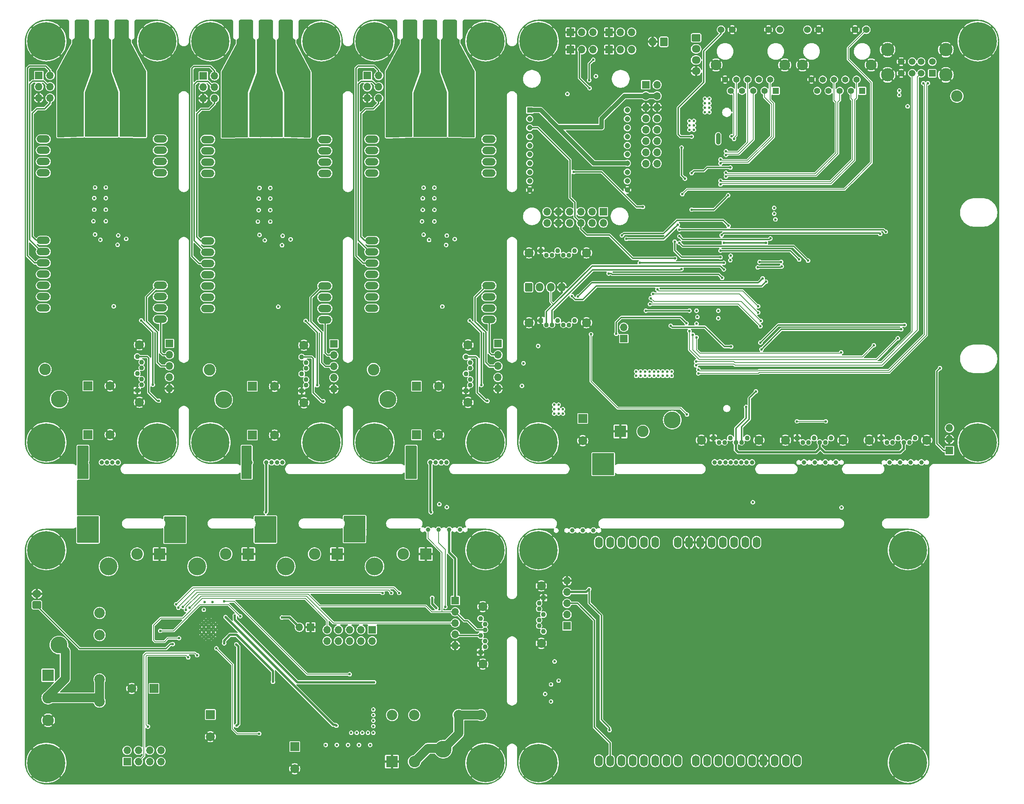
<source format=gbl>
G04 #@! TF.GenerationSoftware,KiCad,Pcbnew,8.0.4+1*
G04 #@! TF.CreationDate,2024-10-21T12:46:47+00:00*
G04 #@! TF.ProjectId,hw-openmower-universal,68772d6f-7065-46e6-9d6f-7765722d756e,rev?*
G04 #@! TF.SameCoordinates,Original*
G04 #@! TF.FileFunction,Copper,L4,Bot*
G04 #@! TF.FilePolarity,Positive*
%FSLAX46Y46*%
G04 Gerber Fmt 4.6, Leading zero omitted, Abs format (unit mm)*
G04 Created by KiCad (PCBNEW 8.0.4+1) date 2024-10-21 12:46:47*
%MOMM*%
%LPD*%
G01*
G04 APERTURE LIST*
G04 #@! TA.AperFunction,ComponentPad*
%ADD10R,1.700000X1.700000*%
G04 #@! TD*
G04 #@! TA.AperFunction,ComponentPad*
%ADD11O,1.700000X1.700000*%
G04 #@! TD*
G04 #@! TA.AperFunction,ComponentPad*
%ADD12R,1.100000X1.100000*%
G04 #@! TD*
G04 #@! TA.AperFunction,ComponentPad*
%ADD13C,1.100000*%
G04 #@! TD*
G04 #@! TA.AperFunction,ComponentPad*
%ADD14C,2.025000*%
G04 #@! TD*
G04 #@! TA.AperFunction,ComponentPad*
%ADD15C,1.000000*%
G04 #@! TD*
G04 #@! TA.AperFunction,ComponentPad*
%ADD16C,0.900000*%
G04 #@! TD*
G04 #@! TA.AperFunction,ComponentPad*
%ADD17C,8.600000*%
G04 #@! TD*
G04 #@! TA.AperFunction,ComponentPad*
%ADD18R,2.000000X2.000000*%
G04 #@! TD*
G04 #@! TA.AperFunction,ComponentPad*
%ADD19C,2.000000*%
G04 #@! TD*
G04 #@! TA.AperFunction,ComponentPad*
%ADD20O,1.700000X2.000000*%
G04 #@! TD*
G04 #@! TA.AperFunction,ComponentPad*
%ADD21R,2.600000X2.600000*%
G04 #@! TD*
G04 #@! TA.AperFunction,ComponentPad*
%ADD22C,2.600000*%
G04 #@! TD*
G04 #@! TA.AperFunction,ComponentPad*
%ADD23O,1.950000X1.700000*%
G04 #@! TD*
G04 #@! TA.AperFunction,ComponentPad*
%ADD24C,0.500000*%
G04 #@! TD*
G04 #@! TA.AperFunction,ComponentPad*
%ADD25R,1.208000X1.208000*%
G04 #@! TD*
G04 #@! TA.AperFunction,ComponentPad*
%ADD26C,1.208000*%
G04 #@! TD*
G04 #@! TA.AperFunction,ComponentPad*
%ADD27R,3.800000X3.800000*%
G04 #@! TD*
G04 #@! TA.AperFunction,ComponentPad*
%ADD28C,4.000000*%
G04 #@! TD*
G04 #@! TA.AperFunction,ComponentPad*
%ADD29O,1.727200X2.500000*%
G04 #@! TD*
G04 #@! TA.AperFunction,ComponentPad*
%ADD30C,3.800000*%
G04 #@! TD*
G04 #@! TA.AperFunction,ComponentPad*
%ADD31R,1.500000X1.500000*%
G04 #@! TD*
G04 #@! TA.AperFunction,ComponentPad*
%ADD32C,1.500000*%
G04 #@! TD*
G04 #@! TA.AperFunction,ComponentPad*
%ADD33C,3.000000*%
G04 #@! TD*
G04 #@! TA.AperFunction,ComponentPad*
%ADD34O,3.000000X1.700000*%
G04 #@! TD*
G04 #@! TA.AperFunction,ComponentPad*
%ADD35O,1.700000X3.000000*%
G04 #@! TD*
G04 #@! TA.AperFunction,ComponentPad*
%ADD36R,1.398000X1.398000*%
G04 #@! TD*
G04 #@! TA.AperFunction,ComponentPad*
%ADD37C,1.398000*%
G04 #@! TD*
G04 #@! TA.AperFunction,ComponentPad*
%ADD38C,1.530000*%
G04 #@! TD*
G04 #@! TA.AperFunction,ComponentPad*
%ADD39C,2.445000*%
G04 #@! TD*
G04 #@! TA.AperFunction,ComponentPad*
%ADD40O,1.700000X1.950000*%
G04 #@! TD*
G04 #@! TA.AperFunction,ComponentPad*
%ADD41C,2.350000*%
G04 #@! TD*
G04 #@! TA.AperFunction,ComponentPad*
%ADD42O,2.000000X1.700000*%
G04 #@! TD*
G04 #@! TA.AperFunction,ViaPad*
%ADD43C,0.600000*%
G04 #@! TD*
G04 #@! TA.AperFunction,Conductor*
%ADD44C,0.300000*%
G04 #@! TD*
G04 #@! TA.AperFunction,Conductor*
%ADD45C,0.500000*%
G04 #@! TD*
G04 #@! TA.AperFunction,Conductor*
%ADD46C,0.200000*%
G04 #@! TD*
G04 #@! TA.AperFunction,Conductor*
%ADD47C,2.000000*%
G04 #@! TD*
G04 #@! TA.AperFunction,Conductor*
%ADD48C,1.000000*%
G04 #@! TD*
G04 APERTURE END LIST*
D10*
X168200000Y-22987000D03*
D11*
X170740000Y-22987000D03*
X173280000Y-22987000D03*
D12*
X144585000Y-103815000D03*
D13*
X145585000Y-102545000D03*
X145585000Y-101275000D03*
X144585000Y-100005000D03*
X145585000Y-98735000D03*
X145585000Y-97465000D03*
X144585000Y-96195000D03*
D14*
X145085000Y-106485000D03*
X145085000Y-93525000D03*
D15*
X94800000Y-120000000D03*
X96000000Y-120000000D03*
X97200000Y-120000000D03*
X98400000Y-120000000D03*
X99600000Y-120000000D03*
X100800000Y-120000000D03*
X102000000Y-120000000D03*
X103200000Y-120000000D03*
X240100000Y-120000000D03*
X242500000Y-120000000D03*
X244900000Y-120000000D03*
X247300000Y-120000000D03*
D16*
X145775000Y-187800000D03*
X146719581Y-185519581D03*
X146719581Y-190080419D03*
X149000000Y-184575000D03*
D17*
X149000000Y-187800000D03*
D16*
X149000000Y-191025000D03*
X151280419Y-185519581D03*
X151280419Y-190080419D03*
X152225000Y-187800000D03*
D18*
X96462323Y-102850000D03*
D19*
X101462323Y-102850000D03*
D15*
X156500000Y-183200000D03*
X156500000Y-182000000D03*
X156500000Y-180800000D03*
X156500000Y-179600000D03*
X156500000Y-178400000D03*
X156500000Y-177200000D03*
X156500000Y-176000000D03*
X156500000Y-174800000D03*
D18*
X133467323Y-102795000D03*
D19*
X138467323Y-102795000D03*
G04 #@! TA.AperFunction,ComponentPad*
G36*
G01*
X190080000Y-24396000D02*
X190080000Y-25896000D01*
G75*
G02*
X189830000Y-26146000I-250000J0D01*
G01*
X188630000Y-26146000D01*
G75*
G02*
X188380000Y-25896000I0J250000D01*
G01*
X188380000Y-24396000D01*
G75*
G02*
X188630000Y-24146000I250000J0D01*
G01*
X189830000Y-24146000D01*
G75*
G02*
X190080000Y-24396000I0J-250000D01*
G01*
G37*
G04 #@! TD.AperFunction*
D20*
X186730000Y-25146000D03*
D21*
X123780000Y-94000000D03*
D22*
X123780000Y-99080000D03*
D16*
X157775000Y-115500000D03*
X158719581Y-113219581D03*
X158719581Y-117780419D03*
X161000000Y-112275000D03*
D17*
X161000000Y-115500000D03*
D16*
X161000000Y-118725000D03*
X163280419Y-113219581D03*
X163280419Y-117780419D03*
X164225000Y-115500000D03*
G04 #@! TA.AperFunction,ComponentPad*
G36*
G01*
X195775000Y-23400000D02*
X197225000Y-23400000D01*
G75*
G02*
X197475000Y-23650000I0J-250000D01*
G01*
X197475000Y-24850000D01*
G75*
G02*
X197225000Y-25100000I-250000J0D01*
G01*
X195775000Y-25100000D01*
G75*
G02*
X195525000Y-24850000I0J250000D01*
G01*
X195525000Y-23650000D01*
G75*
G02*
X195775000Y-23400000I250000J0D01*
G01*
G37*
G04 #@! TD.AperFunction*
D23*
X196500000Y-26750000D03*
X196500000Y-29250000D03*
X196500000Y-31750000D03*
D15*
X117850000Y-135200000D03*
X119050000Y-135200000D03*
X120250000Y-135200000D03*
X121450000Y-135200000D03*
X122650000Y-135200000D03*
X123850000Y-135200000D03*
X125050000Y-135200000D03*
X126250000Y-135200000D03*
D10*
X168200000Y-26924000D03*
D11*
X170740000Y-26924000D03*
X173280000Y-26924000D03*
D10*
X176900000Y-22987000D03*
D11*
X179440000Y-22987000D03*
X181980000Y-22987000D03*
D16*
X46775000Y-25000000D03*
X47719581Y-22719581D03*
X47719581Y-27280419D03*
X50000000Y-21775000D03*
D17*
X50000000Y-25000000D03*
D16*
X50000000Y-28225000D03*
X52280419Y-22719581D03*
X52280419Y-27280419D03*
X53225000Y-25000000D03*
D10*
X85380000Y-32825000D03*
D11*
X87920000Y-32825000D03*
X85380000Y-35365000D03*
X87920000Y-35365000D03*
X85380000Y-37905000D03*
X87920000Y-37905000D03*
D24*
X85050000Y-156540000D03*
X85050000Y-157700000D03*
X85050000Y-158860000D03*
X85985000Y-155650000D03*
X85985000Y-156540000D03*
X85985000Y-157700000D03*
X85985000Y-158860000D03*
X85985000Y-159750000D03*
X87215000Y-155650000D03*
X87215000Y-156540000D03*
X87215000Y-157700000D03*
X87215000Y-158860000D03*
X87215000Y-159750000D03*
X88150000Y-156540000D03*
X88150000Y-157700000D03*
X88150000Y-158860000D03*
D10*
X253619000Y-117348000D03*
D11*
X253619000Y-114808000D03*
X253619000Y-112268000D03*
D10*
X123480000Y-157750000D03*
D11*
X123480000Y-160290000D03*
X120940000Y-157750000D03*
X120940000Y-160290000D03*
X118400000Y-157750000D03*
X118400000Y-160290000D03*
X115860000Y-157750000D03*
X115860000Y-160290000D03*
X113320000Y-157750000D03*
X113320000Y-160290000D03*
D15*
X155000000Y-106600000D03*
X155000000Y-105400000D03*
X155000000Y-104200000D03*
X155000000Y-103000000D03*
X155000000Y-101800000D03*
X155000000Y-100600000D03*
X155000000Y-99400000D03*
X155000000Y-98200000D03*
X57700000Y-120000000D03*
X58900000Y-120000000D03*
X60100000Y-120000000D03*
X61300000Y-120000000D03*
X62500000Y-120000000D03*
X63700000Y-120000000D03*
X64900000Y-120000000D03*
X66100000Y-120000000D03*
D21*
X75545000Y-140695000D03*
D22*
X70465000Y-140695000D03*
D25*
X158996100Y-40535800D03*
D26*
X158996100Y-42535800D03*
X158996100Y-44535800D03*
X158996100Y-46535800D03*
X158996100Y-48535800D03*
X158996100Y-50535800D03*
X158996100Y-52535800D03*
X158996100Y-54535800D03*
X158996100Y-56535800D03*
X158996100Y-58535800D03*
X181003400Y-58535800D03*
X181003400Y-56535800D03*
X181003400Y-54535800D03*
X181003400Y-52535800D03*
X181003400Y-50535800D03*
X181003400Y-48535800D03*
X181003400Y-46535800D03*
X181003400Y-44535800D03*
X181003400Y-42535800D03*
X181003400Y-40535800D03*
D16*
X157775000Y-187800000D03*
X158719581Y-185519581D03*
X158719581Y-190080419D03*
X161000000Y-184575000D03*
D17*
X161000000Y-187800000D03*
D16*
X161000000Y-191025000D03*
X163280419Y-185519581D03*
X163280419Y-190080419D03*
X164225000Y-187800000D03*
D27*
X104000000Y-138500000D03*
D28*
X104000000Y-143500000D03*
D29*
X210137500Y-138057500D03*
X202517500Y-138057500D03*
X199977500Y-138057500D03*
X187277500Y-138057500D03*
X184737500Y-138057500D03*
X182197500Y-138057500D03*
X179657500Y-138057500D03*
X177117500Y-138057500D03*
X174577500Y-138057500D03*
X214201500Y-187317500D03*
X174577500Y-187317500D03*
X177117500Y-187317500D03*
X179657500Y-187317500D03*
X182197501Y-187317500D03*
X184737500Y-187317500D03*
X187277500Y-187317500D03*
X189817500Y-187317500D03*
X192357499Y-187317500D03*
X196421499Y-187317500D03*
X198961500Y-187317500D03*
X201501500Y-187317500D03*
X204041500Y-187317500D03*
X206581500Y-187317500D03*
X209121501Y-187317500D03*
X211661500Y-187317500D03*
X197437500Y-138057500D03*
X194897500Y-138057500D03*
X207597500Y-138057500D03*
X205057500Y-138057500D03*
X219281499Y-187317500D03*
X216741500Y-187317500D03*
X192357500Y-138057500D03*
D12*
X147900000Y-162850000D03*
D13*
X148900000Y-161580000D03*
X148900000Y-160310000D03*
X147900000Y-159040000D03*
X148900000Y-157770000D03*
X148900000Y-156500000D03*
X147900000Y-155230000D03*
D14*
X148400000Y-165520000D03*
X148400000Y-152560000D03*
D18*
X170942000Y-110109000D03*
D19*
X170942000Y-115109000D03*
D27*
X47850000Y-161200000D03*
D30*
X52850000Y-161200000D03*
D15*
X155000000Y-35400000D03*
X155000000Y-34200000D03*
X155000000Y-33000000D03*
X155000000Y-31800000D03*
X155000000Y-30600000D03*
X155000000Y-29400000D03*
X155000000Y-28200000D03*
X155000000Y-27000000D03*
D16*
X83775000Y-115500000D03*
X84719581Y-113219581D03*
X84719581Y-117780419D03*
X87000000Y-112275000D03*
D17*
X87000000Y-115500000D03*
D16*
X87000000Y-118725000D03*
X89280419Y-113219581D03*
X89280419Y-117780419D03*
X90225000Y-115500000D03*
D12*
X70500000Y-103770000D03*
D13*
X71500000Y-102500000D03*
X71500000Y-101230000D03*
X70500000Y-99960000D03*
X71500000Y-98690000D03*
X71500000Y-97420000D03*
X70500000Y-96150000D03*
D14*
X71000000Y-106440000D03*
X71000000Y-93480000D03*
D21*
X95545000Y-140695000D03*
D22*
X90465000Y-140695000D03*
D31*
X249750000Y-32250000D03*
D32*
X247250000Y-32250000D03*
X245250000Y-32250000D03*
X242750000Y-32250000D03*
X249750000Y-29630000D03*
X247250000Y-29630000D03*
X245250000Y-29630000D03*
X242750000Y-29630000D03*
D33*
X252820000Y-32600000D03*
X252820000Y-26920000D03*
X239680000Y-32600000D03*
X239680000Y-26920000D03*
D16*
X83775000Y-25000000D03*
X84719581Y-22719581D03*
X84719581Y-27280419D03*
X87000000Y-21775000D03*
D17*
X87000000Y-25000000D03*
D16*
X87000000Y-28225000D03*
X89280419Y-22719581D03*
X89280419Y-27280419D03*
X90225000Y-25000000D03*
D34*
X123395000Y-85220000D03*
X123395000Y-82680000D03*
X123395000Y-77600000D03*
X123395000Y-75060000D03*
X123395000Y-72520000D03*
X123395000Y-80140000D03*
X123395000Y-49660000D03*
X149795000Y-49660000D03*
X123395000Y-47120000D03*
X149795000Y-47120000D03*
X123395000Y-69980000D03*
X149795000Y-87760000D03*
X149795000Y-85220000D03*
X149795000Y-82680000D03*
X149795000Y-80140000D03*
X123395000Y-87760000D03*
X149795000Y-77600000D03*
X123395000Y-67440000D03*
X123395000Y-44580000D03*
X149795000Y-44580000D03*
X123395000Y-42040000D03*
X149795000Y-42040000D03*
D35*
X142945000Y-45080000D03*
X145485000Y-45080000D03*
X142945000Y-41540000D03*
X145485000Y-41540000D03*
X135325000Y-45080000D03*
X137865000Y-45080000D03*
X135325000Y-41540000D03*
X137865000Y-41540000D03*
D34*
X123395000Y-54740000D03*
X149795000Y-54740000D03*
X123395000Y-52200000D03*
X149795000Y-52200000D03*
D35*
X127705000Y-45080000D03*
X130245000Y-45080000D03*
X127705000Y-41540000D03*
X130245000Y-41540000D03*
D10*
X176900000Y-26924000D03*
D11*
X179440000Y-26924000D03*
X181980000Y-26924000D03*
D16*
X71775000Y-115500000D03*
X72719581Y-113219581D03*
X72719581Y-117780419D03*
X75000000Y-112275000D03*
D17*
X75000000Y-115500000D03*
D16*
X75000000Y-118725000D03*
X77280419Y-113219581D03*
X77280419Y-117780419D03*
X78225000Y-115500000D03*
D10*
X142200000Y-151170000D03*
D11*
X142200000Y-153710000D03*
X142200000Y-156250000D03*
X142200000Y-158790000D03*
X142200000Y-161330000D03*
D16*
X108775000Y-25000000D03*
X109719581Y-22719581D03*
X109719581Y-27280419D03*
X112000000Y-21775000D03*
D17*
X112000000Y-25000000D03*
D16*
X112000000Y-28225000D03*
X114280419Y-22719581D03*
X114280419Y-27280419D03*
X115225000Y-25000000D03*
D21*
X104580000Y-31805000D03*
D22*
X99500000Y-31805000D03*
X94420000Y-31805000D03*
D15*
X131800000Y-120000000D03*
X133000000Y-120000000D03*
X134200000Y-120000000D03*
X135400000Y-120000000D03*
X136600000Y-120000000D03*
X137800000Y-120000000D03*
X139000000Y-120000000D03*
X140200000Y-120000000D03*
D16*
X108775000Y-115500000D03*
X109719581Y-113219581D03*
X109719581Y-117780419D03*
X112000000Y-112275000D03*
D17*
X112000000Y-115500000D03*
D16*
X112000000Y-118725000D03*
X114280419Y-113219581D03*
X114280419Y-117780419D03*
X115225000Y-115500000D03*
X120775000Y-25000000D03*
X121719581Y-22719581D03*
X121719581Y-27280419D03*
X124000000Y-21775000D03*
D17*
X124000000Y-25000000D03*
D16*
X124000000Y-28225000D03*
X126280419Y-22719581D03*
X126280419Y-27280419D03*
X127225000Y-25000000D03*
X145775000Y-139800000D03*
X146719581Y-137519581D03*
X146719581Y-142080419D03*
X149000000Y-136575000D03*
D17*
X149000000Y-139800000D03*
D16*
X149000000Y-143025000D03*
X151280419Y-137519581D03*
X151280419Y-142080419D03*
X152225000Y-139800000D03*
D15*
X57750000Y-135200000D03*
X58950000Y-135200000D03*
X60150000Y-135200000D03*
X61350000Y-135200000D03*
X62550000Y-135200000D03*
X63750000Y-135200000D03*
X64950000Y-135200000D03*
X66150000Y-135200000D03*
D16*
X157775000Y-25000000D03*
X158719581Y-22719581D03*
X158719581Y-27280419D03*
X161000000Y-21775000D03*
D17*
X161000000Y-25000000D03*
D16*
X161000000Y-28225000D03*
X163280419Y-22719581D03*
X163280419Y-27280419D03*
X164225000Y-25000000D03*
D21*
X127920000Y-187500000D03*
D22*
X133000000Y-187500000D03*
D15*
X118000000Y-106600000D03*
X118000000Y-105400000D03*
X118000000Y-104200000D03*
X118000000Y-103000000D03*
X118000000Y-101800000D03*
X118000000Y-100600000D03*
X118000000Y-99400000D03*
X118000000Y-98200000D03*
D27*
X84000000Y-138500000D03*
D28*
X84000000Y-143500000D03*
D21*
X135545000Y-140695000D03*
D22*
X130465000Y-140695000D03*
D12*
X238230000Y-114500000D03*
D13*
X239500000Y-115500000D03*
X240770000Y-115500000D03*
X242040000Y-114500000D03*
X243310000Y-115500000D03*
X244580000Y-115500000D03*
X245850000Y-114500000D03*
D14*
X235560000Y-115000000D03*
X248520000Y-115000000D03*
D15*
X155000000Y-68300000D03*
X155000000Y-67100000D03*
X155000000Y-65900000D03*
X155000000Y-64700000D03*
X155000000Y-63500000D03*
X155000000Y-62300000D03*
X155000000Y-61100000D03*
X155000000Y-59900000D03*
X153500000Y-183200000D03*
X153500000Y-182000000D03*
X153500000Y-180800000D03*
X153500000Y-179600000D03*
X153500000Y-178400000D03*
X153500000Y-177200000D03*
X153500000Y-176000000D03*
X153500000Y-174800000D03*
D27*
X84980000Y-105850000D03*
D30*
X89980000Y-105850000D03*
D27*
X191135000Y-115443000D03*
D30*
X191135000Y-110443000D03*
D15*
X173350000Y-135350000D03*
X170950000Y-135350000D03*
X168550000Y-135350000D03*
X166150000Y-135350000D03*
D16*
X241050000Y-187730419D03*
X241994581Y-185450000D03*
X241994581Y-190010838D03*
X244275000Y-184505419D03*
D17*
X244275000Y-187730419D03*
D16*
X244275000Y-190955419D03*
X246555419Y-185450000D03*
X246555419Y-190010838D03*
X247500000Y-187730419D03*
D27*
X47900000Y-105750000D03*
D30*
X52900000Y-105750000D03*
D21*
X50400000Y-168021000D03*
D22*
X50400000Y-173101000D03*
X50400000Y-178181000D03*
D10*
X77750000Y-93175000D03*
D11*
X77750000Y-95715000D03*
X77750000Y-98255000D03*
X77750000Y-100795000D03*
X77750000Y-103335000D03*
D22*
X255300000Y-37400000D03*
D10*
X167400000Y-156880000D03*
D11*
X167400000Y-154340000D03*
X167400000Y-151800000D03*
X167400000Y-149260000D03*
X167400000Y-146720000D03*
D36*
X233970000Y-36195000D03*
D37*
X232690000Y-33655000D03*
X231430000Y-36195000D03*
X230150000Y-33655000D03*
X228890000Y-36195000D03*
X227610000Y-33655000D03*
X226350000Y-36195000D03*
X225070000Y-33655000D03*
X223810000Y-36195000D03*
X222530000Y-33655000D03*
D38*
X234875000Y-22405000D03*
X232335000Y-22405000D03*
X224165000Y-22405000D03*
X221625000Y-22405000D03*
D39*
X235995000Y-30355000D03*
X220505000Y-30355000D03*
D15*
X153500000Y-159300000D03*
X153500000Y-158100000D03*
X153500000Y-156900000D03*
X153500000Y-155700000D03*
X153500000Y-154500000D03*
X153500000Y-153300000D03*
X153500000Y-152100000D03*
X153500000Y-150900000D03*
D16*
X256775000Y-25000000D03*
X257719581Y-22719581D03*
X257719581Y-27280419D03*
X260000000Y-21775000D03*
D17*
X260000000Y-25000000D03*
D16*
X260000000Y-28225000D03*
X262280419Y-22719581D03*
X262280419Y-27280419D03*
X263225000Y-25000000D03*
D10*
X151835000Y-93220000D03*
D11*
X151835000Y-95760000D03*
X151835000Y-98300000D03*
X151835000Y-100840000D03*
X151835000Y-103380000D03*
D18*
X96462323Y-113850000D03*
D19*
X101462323Y-113850000D03*
D16*
X145775000Y-115500000D03*
X146719581Y-113219581D03*
X146719581Y-117780419D03*
X149000000Y-112275000D03*
D17*
X149000000Y-115500000D03*
D16*
X149000000Y-118725000D03*
X151280419Y-113219581D03*
X151280419Y-117780419D03*
X152225000Y-115500000D03*
D10*
X122385000Y-32770000D03*
D11*
X124925000Y-32770000D03*
X122385000Y-35310000D03*
X124925000Y-35310000D03*
X122385000Y-37850000D03*
X124925000Y-37850000D03*
D15*
X118000000Y-68300000D03*
X118000000Y-67100000D03*
X118000000Y-65900000D03*
X118000000Y-64700000D03*
X118000000Y-63500000D03*
X118000000Y-62300000D03*
X118000000Y-61100000D03*
X118000000Y-59900000D03*
D12*
X107580000Y-103870000D03*
D13*
X108580000Y-102600000D03*
X108580000Y-101330000D03*
X107580000Y-100060000D03*
X108580000Y-98790000D03*
X108580000Y-97520000D03*
X107580000Y-96250000D03*
D14*
X108080000Y-106540000D03*
X108080000Y-93580000D03*
D16*
X241025000Y-139800000D03*
X241969581Y-137519581D03*
X241969581Y-142080419D03*
X244250000Y-136575000D03*
D17*
X244250000Y-139800000D03*
D16*
X244250000Y-143025000D03*
X246530419Y-137519581D03*
X246530419Y-142080419D03*
X247475000Y-139800000D03*
D18*
X59382323Y-102750000D03*
D19*
X64382323Y-102750000D03*
D15*
X200700000Y-120000000D03*
X201900000Y-120000000D03*
X203100000Y-120000000D03*
X204300000Y-120000000D03*
X205500000Y-120000000D03*
X206700000Y-120000000D03*
X207900000Y-120000000D03*
X209100000Y-120000000D03*
D27*
X64000000Y-138500000D03*
D28*
X64000000Y-143500000D03*
D21*
X179451000Y-113030000D03*
D22*
X184531000Y-113030000D03*
D10*
X68224400Y-187502800D03*
D11*
X68224400Y-184962800D03*
X70764400Y-187502800D03*
X70764400Y-184962800D03*
X73304400Y-187502800D03*
X73304400Y-184962800D03*
X75844400Y-187502800D03*
X75844400Y-184962800D03*
G04 #@! TA.AperFunction,ComponentPad*
G36*
G01*
X157900000Y-81225000D02*
X157900000Y-79775000D01*
G75*
G02*
X158150000Y-79525000I250000J0D01*
G01*
X159350000Y-79525000D01*
G75*
G02*
X159600000Y-79775000I0J-250000D01*
G01*
X159600000Y-81225000D01*
G75*
G02*
X159350000Y-81475000I-250000J0D01*
G01*
X158150000Y-81475000D01*
G75*
G02*
X157900000Y-81225000I0J250000D01*
G01*
G37*
G04 #@! TD.AperFunction*
D40*
X161250000Y-80500000D03*
X163750000Y-80500000D03*
X166250000Y-80500000D03*
D16*
X46775000Y-139800000D03*
X47719581Y-137519581D03*
X47719581Y-142080419D03*
X50000000Y-136575000D03*
D17*
X50000000Y-139800000D03*
D16*
X50000000Y-143025000D03*
X52280419Y-137519581D03*
X52280419Y-142080419D03*
X53225000Y-139800000D03*
D27*
X139465000Y-189695000D03*
D30*
X139465000Y-184695000D03*
D34*
X86390000Y-85275000D03*
X86390000Y-82735000D03*
X86390000Y-77655000D03*
X86390000Y-75115000D03*
X86390000Y-72575000D03*
X86390000Y-80195000D03*
X86390000Y-49715000D03*
X112790000Y-49715000D03*
X86390000Y-47175000D03*
X112790000Y-47175000D03*
X86390000Y-70035000D03*
X112790000Y-87815000D03*
X112790000Y-85275000D03*
X112790000Y-82735000D03*
X112790000Y-80195000D03*
X86390000Y-87815000D03*
X112790000Y-77655000D03*
X86390000Y-67495000D03*
X86390000Y-44635000D03*
X112790000Y-44635000D03*
X86390000Y-42095000D03*
X112790000Y-42095000D03*
D35*
X105940000Y-45135000D03*
X108480000Y-45135000D03*
X105940000Y-41595000D03*
X108480000Y-41595000D03*
X98320000Y-45135000D03*
X100860000Y-45135000D03*
X98320000Y-41595000D03*
X100860000Y-41595000D03*
D34*
X86390000Y-54795000D03*
X112790000Y-54795000D03*
X86390000Y-52255000D03*
X112790000Y-52255000D03*
D35*
X90700000Y-45135000D03*
X93240000Y-45135000D03*
X90700000Y-41595000D03*
X93240000Y-41595000D03*
D15*
X97750000Y-135200000D03*
X98950000Y-135200000D03*
X100150000Y-135200000D03*
X101350000Y-135200000D03*
X102550000Y-135200000D03*
X103750000Y-135200000D03*
X104950000Y-135200000D03*
X106150000Y-135200000D03*
D18*
X87000000Y-176882323D03*
D19*
X87000000Y-181882323D03*
D18*
X59382323Y-113750000D03*
D19*
X64382323Y-113750000D03*
D36*
X214470000Y-36195000D03*
D37*
X213190000Y-33655000D03*
X211930000Y-36195000D03*
X210650000Y-33655000D03*
X209390000Y-36195000D03*
X208110000Y-33655000D03*
X206850000Y-36195000D03*
X205570000Y-33655000D03*
X204310000Y-36195000D03*
X203030000Y-33655000D03*
D38*
X215375000Y-22405000D03*
X212835000Y-22405000D03*
X204665000Y-22405000D03*
X202125000Y-22405000D03*
D39*
X216495000Y-30355000D03*
X201005000Y-30355000D03*
D10*
X185160000Y-34820000D03*
D11*
X187700000Y-34820000D03*
X185160000Y-37360000D03*
X187700000Y-37360000D03*
X185160000Y-39900000D03*
X187700000Y-39900000D03*
X185160000Y-42440000D03*
X187700000Y-42440000D03*
X185160000Y-44980000D03*
X187700000Y-44980000D03*
X185160000Y-47520000D03*
X187700000Y-47520000D03*
X185160000Y-50060000D03*
X187700000Y-50060000D03*
X185160000Y-52600000D03*
X187700000Y-52600000D03*
D21*
X86775000Y-94055000D03*
D22*
X86775000Y-99135000D03*
D10*
X114830000Y-93275000D03*
D11*
X114830000Y-95815000D03*
X114830000Y-98355000D03*
X114830000Y-100895000D03*
X114830000Y-103435000D03*
D27*
X121985000Y-105795000D03*
D30*
X126985000Y-105795000D03*
D21*
X49695000Y-93955000D03*
D22*
X49695000Y-99035000D03*
D34*
X49310000Y-85175000D03*
X49310000Y-82635000D03*
X49310000Y-77555000D03*
X49310000Y-75015000D03*
X49310000Y-72475000D03*
X49310000Y-80095000D03*
X49310000Y-49615000D03*
X75710000Y-49615000D03*
X49310000Y-47075000D03*
X75710000Y-47075000D03*
X49310000Y-69935000D03*
X75710000Y-87715000D03*
X75710000Y-85175000D03*
X75710000Y-82635000D03*
X75710000Y-80095000D03*
X49310000Y-87715000D03*
X75710000Y-77555000D03*
X49310000Y-67395000D03*
X49310000Y-44535000D03*
X75710000Y-44535000D03*
X49310000Y-41995000D03*
X75710000Y-41995000D03*
D35*
X68860000Y-45035000D03*
X71400000Y-45035000D03*
X68860000Y-41495000D03*
X71400000Y-41495000D03*
X61240000Y-45035000D03*
X63780000Y-45035000D03*
X61240000Y-41495000D03*
X63780000Y-41495000D03*
D34*
X49310000Y-54695000D03*
X75710000Y-54695000D03*
X49310000Y-52155000D03*
X75710000Y-52155000D03*
D35*
X53620000Y-45035000D03*
X56160000Y-45035000D03*
X53620000Y-41495000D03*
X56160000Y-41495000D03*
D10*
X109600000Y-157200000D03*
D11*
X107060000Y-157200000D03*
D21*
X115545000Y-140695000D03*
D22*
X110465000Y-140695000D03*
D41*
X62000000Y-173975000D03*
X62000000Y-168975000D03*
X62000000Y-158975000D03*
X62000000Y-153975000D03*
D10*
X180200000Y-92075000D03*
D11*
X180200000Y-89535000D03*
D16*
X145775000Y-25000000D03*
X146719581Y-22719581D03*
X146719581Y-27280419D03*
X149000000Y-21775000D03*
D17*
X149000000Y-25000000D03*
D16*
X149000000Y-28225000D03*
X151280419Y-22719581D03*
X151280419Y-27280419D03*
X152225000Y-25000000D03*
X256775000Y-115500000D03*
X257719581Y-113219581D03*
X257719581Y-117780419D03*
X260000000Y-112275000D03*
D17*
X260000000Y-115500000D03*
D16*
X260000000Y-118725000D03*
X262280419Y-113219581D03*
X262280419Y-117780419D03*
X263225000Y-115500000D03*
D15*
X136050000Y-135200000D03*
X138450000Y-135200000D03*
X140850000Y-135200000D03*
X143250000Y-135200000D03*
X118000000Y-35400000D03*
X118000000Y-34200000D03*
X118000000Y-33000000D03*
X118000000Y-31800000D03*
X118000000Y-30600000D03*
X118000000Y-29400000D03*
X118000000Y-28200000D03*
X118000000Y-27000000D03*
D12*
X219307000Y-114500000D03*
D13*
X220577000Y-115500000D03*
X221847000Y-115500000D03*
X223117000Y-114500000D03*
X224387000Y-115500000D03*
X225657000Y-115500000D03*
X226927000Y-114500000D03*
D14*
X216637000Y-115000000D03*
X229597000Y-115000000D03*
D16*
X71775000Y-25000000D03*
X72719581Y-22719581D03*
X72719581Y-27280419D03*
X75000000Y-21775000D03*
D17*
X75000000Y-25000000D03*
D16*
X75000000Y-28225000D03*
X77280419Y-22719581D03*
X77280419Y-27280419D03*
X78225000Y-25000000D03*
D18*
X106000000Y-184132323D03*
D19*
X106000000Y-189132323D03*
D10*
X175600000Y-63480000D03*
D11*
X173060000Y-63480000D03*
X170520000Y-63480000D03*
X167980000Y-63480000D03*
X165440000Y-63480000D03*
X162900000Y-63480000D03*
X175599999Y-66020000D03*
X173060000Y-66020000D03*
X170520000Y-66020000D03*
X167980000Y-66020000D03*
X165440000Y-66020001D03*
X162900000Y-66020000D03*
D12*
X161500000Y-88000000D03*
D13*
X162770000Y-89000000D03*
X164040000Y-89000000D03*
X165310000Y-88000000D03*
X166580000Y-89000000D03*
X167850000Y-89000000D03*
X169120000Y-88000000D03*
D14*
X158830000Y-88500000D03*
X171790000Y-88500000D03*
D12*
X162100000Y-150520000D03*
D13*
X161100000Y-151790000D03*
X161100000Y-153060000D03*
X162100000Y-154330000D03*
X161100000Y-155600000D03*
X161100000Y-156870000D03*
X162100000Y-158140000D03*
D14*
X161600000Y-147850000D03*
X161600000Y-160810000D03*
D12*
X200384000Y-114500000D03*
D13*
X201654000Y-115500000D03*
X202924000Y-115500000D03*
X204194000Y-114500000D03*
X205464000Y-115500000D03*
X206734000Y-115500000D03*
X208004000Y-114500000D03*
D14*
X197714000Y-115000000D03*
X210674000Y-115000000D03*
D18*
X74250000Y-171000000D03*
D19*
X69250000Y-171000000D03*
D15*
X81000000Y-68300000D03*
X81000000Y-67100000D03*
X81000000Y-65900000D03*
X81000000Y-64700000D03*
X81000000Y-63500000D03*
X81000000Y-62300000D03*
X81000000Y-61100000D03*
X81000000Y-59900000D03*
D18*
X133467323Y-113795000D03*
D19*
X138467323Y-113795000D03*
D16*
X46775000Y-187800000D03*
X47719581Y-185519581D03*
X47719581Y-190080419D03*
X50000000Y-184575000D03*
D17*
X50000000Y-187800000D03*
D16*
X50000000Y-191025000D03*
X52280419Y-185519581D03*
X52280419Y-190080419D03*
X53225000Y-187800000D03*
G04 #@! TA.AperFunction,ComponentPad*
G36*
G01*
X48625000Y-153000000D02*
X47125000Y-153000000D01*
G75*
G02*
X46875000Y-152750000I0J250000D01*
G01*
X46875000Y-151550000D01*
G75*
G02*
X47125000Y-151300000I250000J0D01*
G01*
X48625000Y-151300000D01*
G75*
G02*
X48875000Y-151550000I0J-250000D01*
G01*
X48875000Y-152750000D01*
G75*
G02*
X48625000Y-153000000I-250000J0D01*
G01*
G37*
G04 #@! TD.AperFunction*
D42*
X47875000Y-149650000D03*
D24*
X165289000Y-100315000D03*
X164149000Y-100315000D03*
X163009000Y-100315000D03*
X165859000Y-100965000D03*
X164719000Y-100965000D03*
X163579000Y-100965000D03*
X162439000Y-100965000D03*
X165289000Y-101615000D03*
X164149000Y-101615000D03*
X163009000Y-101615000D03*
D15*
X156500000Y-159300000D03*
X156500000Y-158100000D03*
X156500000Y-156900000D03*
X156500000Y-155700000D03*
X156500000Y-154500000D03*
X156500000Y-153300000D03*
X156500000Y-152100000D03*
X156500000Y-150900000D03*
D12*
X161500000Y-72250000D03*
D13*
X162770000Y-73250000D03*
X164040000Y-73250000D03*
X165310000Y-72250000D03*
X166580000Y-73250000D03*
X167850000Y-73250000D03*
X169120000Y-72250000D03*
D14*
X158830000Y-72750000D03*
X171790000Y-72750000D03*
D15*
X81000000Y-35500000D03*
X81000000Y-34300000D03*
X81000000Y-33100000D03*
X81000000Y-31900000D03*
X81000000Y-30700000D03*
X81000000Y-29500000D03*
X81000000Y-28300000D03*
X81000000Y-27100000D03*
X77350000Y-135200000D03*
X78550000Y-135200000D03*
X79750000Y-135200000D03*
X80950000Y-135200000D03*
X82150000Y-135200000D03*
X83350000Y-135200000D03*
X84550000Y-135200000D03*
X85750000Y-135200000D03*
X177200000Y-120000000D03*
X176000000Y-120000000D03*
X174800000Y-120000000D03*
X173600000Y-120000000D03*
X172400000Y-120000000D03*
X171200000Y-120000000D03*
X170000000Y-120000000D03*
X168800000Y-120000000D03*
D41*
X147975000Y-177000000D03*
X142975000Y-177000000D03*
X132975000Y-177000000D03*
X127975000Y-177000000D03*
D15*
X230000000Y-135300000D03*
X231200000Y-135300000D03*
X232400000Y-135300000D03*
X233600000Y-135300000D03*
X234800000Y-135300000D03*
X236000000Y-135300000D03*
X237200000Y-135300000D03*
X238400000Y-135300000D03*
D10*
X48300000Y-32725000D03*
D11*
X50840000Y-32725000D03*
X48300000Y-35265000D03*
X50840000Y-35265000D03*
X48300000Y-37805000D03*
X50840000Y-37805000D03*
D21*
X141585000Y-31750000D03*
D22*
X136505000Y-31750000D03*
X131425000Y-31750000D03*
D16*
X120775000Y-115500000D03*
X121719581Y-113219581D03*
X121719581Y-117780419D03*
X124000000Y-112275000D03*
D17*
X124000000Y-115500000D03*
D16*
X124000000Y-118725000D03*
X126280419Y-113219581D03*
X126280419Y-117780419D03*
X127225000Y-115500000D03*
D21*
X67500000Y-31750000D03*
D22*
X62420000Y-31750000D03*
X57340000Y-31750000D03*
D16*
X46775000Y-115500000D03*
X47719581Y-113219581D03*
X47719581Y-117780419D03*
X50000000Y-112275000D03*
D17*
X50000000Y-115500000D03*
D16*
X50000000Y-118725000D03*
X52280419Y-113219581D03*
X52280419Y-117780419D03*
X53225000Y-115500000D03*
D27*
X124000000Y-138500000D03*
D28*
X124000000Y-143500000D03*
D15*
X81000000Y-106600000D03*
X81000000Y-105400000D03*
X81000000Y-104200000D03*
X81000000Y-103000000D03*
X81000000Y-101800000D03*
X81000000Y-100600000D03*
X81000000Y-99400000D03*
X81000000Y-98200000D03*
D16*
X157775000Y-139800000D03*
X158719581Y-137519581D03*
X158719581Y-142080419D03*
X161000000Y-136575000D03*
D17*
X161000000Y-139800000D03*
D16*
X161000000Y-143025000D03*
X163280419Y-137519581D03*
X163280419Y-142080419D03*
X164225000Y-139800000D03*
D15*
X220850000Y-120000000D03*
X223250000Y-120000000D03*
X225650000Y-120000000D03*
X228050000Y-120000000D03*
D43*
X164500000Y-108000000D03*
X137485000Y-65645000D03*
X61350000Y-137800000D03*
X97880000Y-60500000D03*
X120200000Y-137700000D03*
X137485000Y-63045000D03*
X57750000Y-118000000D03*
X59000000Y-122000000D03*
X140285000Y-68845000D03*
X61000000Y-68600000D03*
X101350000Y-132550000D03*
X133000000Y-118000000D03*
X96000000Y-118000000D03*
X133000000Y-123250000D03*
X134885000Y-63045000D03*
X131750000Y-123250000D03*
X105080000Y-69700000D03*
X96000000Y-116750000D03*
X58750000Y-137800000D03*
X60100000Y-137800000D03*
X134685000Y-65645000D03*
X77100000Y-137850000D03*
X166500000Y-109000000D03*
X121450000Y-132450000D03*
X63400000Y-60400000D03*
X79700000Y-137850000D03*
X117600000Y-137700000D03*
X134885000Y-60445000D03*
X57500000Y-132550000D03*
X97500000Y-132550000D03*
X164500000Y-109000000D03*
X80950000Y-132600000D03*
X173600000Y-118350000D03*
X100480000Y-60500000D03*
X100480000Y-63100000D03*
X80950000Y-137850000D03*
X57750000Y-122000000D03*
X79700000Y-132600000D03*
X60600000Y-65600000D03*
X98080000Y-68700000D03*
X97500000Y-137800000D03*
X94750000Y-123250000D03*
X176200000Y-122500000D03*
X137485000Y-60445000D03*
X133000000Y-122000000D03*
X60800000Y-60400000D03*
X61350000Y-132550000D03*
X66200000Y-68800000D03*
X98750000Y-132550000D03*
X133000000Y-116750000D03*
X177450000Y-118350000D03*
X57750000Y-123250000D03*
X121450000Y-137700000D03*
X136285000Y-69845000D03*
X96000000Y-123250000D03*
X165500000Y-108000000D03*
X99280000Y-69900000D03*
X100480000Y-58100000D03*
X120200000Y-132450000D03*
X58750000Y-132550000D03*
X166500000Y-108000000D03*
X131750000Y-116750000D03*
X174850000Y-118350000D03*
X165500000Y-107000000D03*
X176200000Y-118350000D03*
X173600000Y-122500000D03*
X63400000Y-65600000D03*
X59000000Y-116750000D03*
X98750000Y-137800000D03*
X96000000Y-122000000D03*
X63400000Y-63000000D03*
X98080000Y-58100000D03*
X63400000Y-58000000D03*
X94750000Y-118000000D03*
X59000000Y-123250000D03*
X78350000Y-132600000D03*
X61000000Y-58000000D03*
X94750000Y-122000000D03*
X59000000Y-118000000D03*
X103280000Y-68900000D03*
X60800000Y-63000000D03*
X117600000Y-132450000D03*
X100480000Y-65700000D03*
X62200000Y-69800000D03*
X77100000Y-132600000D03*
X57750000Y-116750000D03*
X68000000Y-69600000D03*
X137485000Y-58045000D03*
X118850000Y-132450000D03*
X135085000Y-68645000D03*
X131750000Y-122000000D03*
X174850000Y-122500000D03*
X57500000Y-137800000D03*
X78350000Y-137850000D03*
X100100000Y-132550000D03*
X101350000Y-137800000D03*
X164500000Y-107000000D03*
X94750000Y-116750000D03*
X131750000Y-118000000D03*
X100100000Y-137800000D03*
X177450000Y-122500000D03*
X60100000Y-132550000D03*
X97880000Y-63100000D03*
X97680000Y-65700000D03*
X165500000Y-109000000D03*
X142085000Y-69645000D03*
X118850000Y-137700000D03*
X135085000Y-58045000D03*
X180800000Y-69600000D03*
X192400000Y-66400000D03*
X212250000Y-70500000D03*
X202750000Y-70500000D03*
X148085000Y-102545000D03*
X145485000Y-88045000D03*
X102280000Y-66700000D03*
X99730000Y-91900000D03*
X81000000Y-165900000D03*
X131685000Y-53445000D03*
X97280000Y-81400000D03*
X78800000Y-87800000D03*
X261100000Y-57700000D03*
X54400000Y-53400000D03*
X224700000Y-123000000D03*
X204750000Y-98500000D03*
X158750000Y-108000000D03*
X201750000Y-54250000D03*
X74750000Y-177250000D03*
X217700000Y-179800000D03*
X98000000Y-116750000D03*
X96780000Y-78600000D03*
X88000000Y-147200000D03*
X97030013Y-66749987D03*
X253100000Y-36050000D03*
X66450000Y-140250000D03*
X213250000Y-73500000D03*
X180700000Y-70750000D03*
X128485000Y-53445000D03*
X193500000Y-95000000D03*
X237200000Y-175800000D03*
X152885000Y-87845000D03*
X168000000Y-103500000D03*
X94680000Y-53500000D03*
X65200000Y-66600000D03*
X130500000Y-164800000D03*
X61000000Y-123250000D03*
X105300000Y-132550000D03*
X59750000Y-190250000D03*
X201750000Y-104000000D03*
X89000000Y-178500000D03*
X174700000Y-101300000D03*
X197500000Y-64000000D03*
X97000000Y-122000000D03*
X201500000Y-98750000D03*
X70000000Y-168000000D03*
X200200000Y-154800000D03*
X134000000Y-122000000D03*
X188750000Y-94000000D03*
X177650000Y-71000000D03*
X69000000Y-174000000D03*
X62650000Y-92750000D03*
X83500000Y-168700000D03*
X144685000Y-53445000D03*
X99730000Y-90900000D03*
X205250000Y-106000000D03*
X103500000Y-190000000D03*
X171000000Y-118350000D03*
X223300000Y-44800000D03*
X197250000Y-51250000D03*
X100500000Y-191250000D03*
X159000000Y-105250000D03*
X134035013Y-61694987D03*
X109700000Y-123500000D03*
X126450000Y-172150000D03*
X243000000Y-57700000D03*
X86100000Y-140250000D03*
X204500000Y-86250000D03*
X111200000Y-165200000D03*
X249600000Y-106100000D03*
X97000000Y-118000000D03*
X96000000Y-157500000D03*
X68000000Y-168000000D03*
X136735000Y-91845000D03*
X135000000Y-122000000D03*
X248200000Y-99400000D03*
X211500000Y-43000000D03*
X98000000Y-122000000D03*
X60900000Y-71300000D03*
X247500000Y-122500000D03*
X106300000Y-137650000D03*
X139285000Y-61845000D03*
X203000000Y-44250000D03*
X76200000Y-156700000D03*
X86000000Y-184000000D03*
X204000000Y-45250000D03*
X89000000Y-177500000D03*
X103500000Y-189000000D03*
X188500000Y-106750000D03*
X201750000Y-105750000D03*
X246300000Y-167100000D03*
X81000000Y-176750000D03*
X65200000Y-64200000D03*
X70000000Y-169000000D03*
X210250000Y-66250000D03*
X159250000Y-93750000D03*
X201750000Y-102250000D03*
X134035013Y-66694987D03*
X98000000Y-123250000D03*
X141750000Y-133200000D03*
X101500000Y-182750000D03*
X78500000Y-176750000D03*
X99730000Y-92850000D03*
X227100000Y-74500000D03*
X91000000Y-179500000D03*
X85250000Y-191250000D03*
X108780000Y-75800000D03*
X181250000Y-94250000D03*
X56769000Y-188976000D03*
X97980000Y-71400000D03*
X90350000Y-125500000D03*
X125150000Y-170850000D03*
X243300000Y-103000000D03*
X181250000Y-95250000D03*
X66550000Y-132550000D03*
X71600000Y-80800000D03*
X211500000Y-47000000D03*
X102700000Y-164200000D03*
X232300000Y-109000000D03*
X263600000Y-39400000D03*
X212500000Y-46000000D03*
X126400000Y-137500000D03*
X171850000Y-103700000D03*
X132600000Y-151350000D03*
X168400000Y-122500000D03*
X164250000Y-93750000D03*
X70600000Y-53400000D03*
X195400000Y-118350000D03*
X262200000Y-44200000D03*
X212200000Y-62100000D03*
X165850000Y-132500000D03*
X217200000Y-123500000D03*
X71700000Y-75700000D03*
X162500000Y-93750000D03*
X171000000Y-122500000D03*
X209750000Y-94750000D03*
X134285000Y-81345000D03*
X90000000Y-175500000D03*
X169650000Y-122500000D03*
X207000000Y-39000000D03*
X60000000Y-116750000D03*
X237600000Y-103500000D03*
X84500000Y-183000000D03*
X134034998Y-59194998D03*
X70000000Y-173000000D03*
X236700000Y-125200000D03*
X86100000Y-139000000D03*
X170500000Y-47000000D03*
X122800000Y-132450000D03*
X97080000Y-64300000D03*
X102700000Y-132550000D03*
X84900000Y-132600000D03*
X174100000Y-132400000D03*
X125150000Y-172150000D03*
X205250000Y-102500000D03*
X167500000Y-170100000D03*
X89000000Y-176500000D03*
X168000000Y-105500000D03*
X91000000Y-176500000D03*
X203200000Y-132300000D03*
X82700000Y-160900000D03*
X197000000Y-57500000D03*
X110300000Y-161450000D03*
X125900000Y-157250000D03*
X66450000Y-137650000D03*
X134000000Y-123250000D03*
X183500000Y-105500000D03*
X60200000Y-81300000D03*
X211500000Y-46000000D03*
X69000000Y-169000000D03*
X201250000Y-59250000D03*
X187400000Y-31700000D03*
X123000000Y-189500000D03*
X205500000Y-66500000D03*
X134085000Y-64245000D03*
X105280000Y-75050000D03*
X59250000Y-170750000D03*
X197500000Y-66250000D03*
X133785000Y-78545000D03*
X194850000Y-105450000D03*
X216000000Y-69750000D03*
X177900000Y-73350000D03*
X59950013Y-66649987D03*
X88000000Y-184000000D03*
X157750000Y-93750000D03*
X217300000Y-92700000D03*
X211500000Y-44000000D03*
X134600000Y-129450000D03*
X59700000Y-78500000D03*
X84600000Y-153500000D03*
X164550000Y-167500000D03*
X134985000Y-71345000D03*
X135000000Y-116750000D03*
X204000000Y-43250000D03*
X197250000Y-70500000D03*
X108680000Y-80900000D03*
X170100000Y-181100000D03*
X188000000Y-55700000D03*
X97000000Y-123250000D03*
X237400000Y-86500000D03*
X193500000Y-95750000D03*
X48650000Y-39400000D03*
X126600000Y-132450000D03*
X255200000Y-45100000D03*
X224900000Y-102100000D03*
X238200000Y-109100000D03*
X231100000Y-101600000D03*
X260600000Y-31200000D03*
X87300000Y-161900000D03*
X82300000Y-132600000D03*
X177100000Y-81600000D03*
X197250000Y-52750000D03*
X89000000Y-175500000D03*
X70000000Y-174000000D03*
X67200000Y-53400000D03*
X98000000Y-118000000D03*
X106550000Y-132550000D03*
X108500000Y-189000000D03*
X210250000Y-98750000D03*
X104280000Y-53500000D03*
X60000000Y-64200000D03*
X93250000Y-191250000D03*
X195750000Y-96500000D03*
X59949998Y-59149998D03*
X197250000Y-60500000D03*
X136735000Y-90845000D03*
X115880000Y-87900000D03*
X145785000Y-75745000D03*
X182650000Y-72550000D03*
X191000000Y-94000000D03*
X257700000Y-31300000D03*
X65200000Y-61800000D03*
X66450000Y-139000000D03*
X69750000Y-178750000D03*
X209750000Y-78000000D03*
X262000000Y-90400000D03*
X134000000Y-118000000D03*
X118000000Y-189500000D03*
X247550000Y-131500000D03*
X94000000Y-183500000D03*
X205000000Y-76000000D03*
X221600000Y-123500000D03*
X142285000Y-74995000D03*
X169000000Y-102500000D03*
X136735000Y-92795000D03*
X182250000Y-94250000D03*
X168000000Y-102500000D03*
X115150000Y-154150000D03*
X60000000Y-118000000D03*
X238100000Y-65400000D03*
X135000000Y-123250000D03*
X159000000Y-103000000D03*
X244100000Y-126500000D03*
X145685000Y-80845000D03*
X97029998Y-59249998D03*
X217400000Y-86900000D03*
X63950000Y-132550000D03*
X103500000Y-188000000D03*
X62650000Y-90800000D03*
X115500000Y-189500000D03*
X169650000Y-118350000D03*
X95000000Y-182500000D03*
X203000000Y-43250000D03*
X57600000Y-53400000D03*
X106300000Y-136400000D03*
X218500000Y-38299984D03*
X68000000Y-174000000D03*
X85250000Y-169250000D03*
X182250000Y-95250000D03*
X236000000Y-139000000D03*
X189450000Y-86600000D03*
X139285000Y-59245000D03*
X211500000Y-42000000D03*
X211500000Y-45000000D03*
X87750000Y-170500000D03*
X60000000Y-122000000D03*
X210650000Y-123400000D03*
X124050000Y-132450000D03*
X193300000Y-36000000D03*
X76000000Y-159500000D03*
X61000000Y-118000000D03*
X143985000Y-72445000D03*
X218200000Y-62900000D03*
X201250000Y-89000000D03*
X259200000Y-31200000D03*
X105400000Y-152350000D03*
X108500000Y-190000000D03*
X91000000Y-177500000D03*
X107680000Y-53500000D03*
X83550000Y-132600000D03*
X139285000Y-66645000D03*
X160250000Y-101250000D03*
X66450000Y-136400000D03*
X97000000Y-116750000D03*
X78600000Y-154100000D03*
X125400000Y-132450000D03*
X86100000Y-136400000D03*
X141285000Y-53445000D03*
X186250000Y-94000000D03*
X184300000Y-156300000D03*
X84500000Y-182000000D03*
X68200000Y-74950000D03*
X216200000Y-51800000D03*
X204500000Y-69000000D03*
X126400000Y-140100000D03*
X62650000Y-91800000D03*
X65200000Y-59200000D03*
X85250000Y-170500000D03*
X197250000Y-55750000D03*
X69000000Y-168000000D03*
X169000000Y-104500000D03*
X182200000Y-78600000D03*
X193500000Y-93500000D03*
X262000000Y-31200000D03*
X204000000Y-44250000D03*
X126450000Y-169550000D03*
X86150000Y-132600000D03*
X90000000Y-176500000D03*
X118526639Y-151200000D03*
X201750000Y-100750000D03*
X123850000Y-170850000D03*
X184503433Y-94005738D03*
X60500000Y-178750000D03*
X85730000Y-39500000D03*
X102280000Y-59300000D03*
X197250000Y-49250000D03*
X96000000Y-183500000D03*
X210500000Y-100750000D03*
X199750000Y-109200000D03*
X103950000Y-132550000D03*
X102280000Y-64300000D03*
X236000000Y-91800000D03*
X80700000Y-157400000D03*
X169950000Y-172250000D03*
X153000000Y-148300000D03*
X216100000Y-154600000D03*
X135000000Y-118000000D03*
X205250000Y-104250000D03*
X256300000Y-85100000D03*
X250900000Y-54300000D03*
X113000000Y-189500000D03*
X238500000Y-41600000D03*
X185800000Y-31900000D03*
X62650000Y-97100000D03*
X128900000Y-123400000D03*
X252300000Y-110300000D03*
X62700000Y-132550000D03*
X175800000Y-91850000D03*
X162150000Y-181050000D03*
X210250000Y-81750000D03*
X172250000Y-118350000D03*
X94000000Y-182500000D03*
X89200000Y-164200000D03*
X197250000Y-62250000D03*
X86100000Y-137650000D03*
X174250000Y-36750000D03*
X139400000Y-161650000D03*
X126400000Y-138850000D03*
X186000000Y-106750000D03*
X171200000Y-94750000D03*
X207000000Y-41000000D03*
X89000000Y-179500000D03*
X230800000Y-123300000D03*
X87750000Y-169250000D03*
X223950000Y-132350000D03*
X237500000Y-38800000D03*
X97030013Y-61749987D03*
X108500000Y-188000000D03*
X106300000Y-139000000D03*
X80300000Y-150200000D03*
X95000000Y-183500000D03*
X139285000Y-64245000D03*
X126450000Y-170850000D03*
X61000000Y-116750000D03*
X217700000Y-80800000D03*
X196300000Y-101000000D03*
X91000000Y-178500000D03*
X233200000Y-166400000D03*
X99730000Y-97200000D03*
X136735000Y-97145000D03*
X68000000Y-169000000D03*
X120500000Y-189500000D03*
X201500000Y-94250000D03*
X203000000Y-45250000D03*
X69900000Y-72400000D03*
X193500000Y-94250000D03*
X163400000Y-37700000D03*
X85250000Y-173750000D03*
X90000000Y-179500000D03*
X170000000Y-42500000D03*
X236800000Y-129750000D03*
X123850000Y-172150000D03*
X138800000Y-168600000D03*
X96000000Y-182500000D03*
X228100000Y-93000000D03*
X61000000Y-122000000D03*
X68000000Y-173000000D03*
X78500000Y-165900000D03*
X90000000Y-177500000D03*
X172250000Y-122500000D03*
X130000000Y-129950000D03*
X225400000Y-107200000D03*
X205900000Y-144200000D03*
X212500000Y-44000000D03*
X66250000Y-175000000D03*
X256400000Y-72400000D03*
X190500000Y-106750000D03*
X135500000Y-132800000D03*
X207000000Y-40000000D03*
X179300000Y-84500000D03*
X168750000Y-35750000D03*
X101100000Y-154450000D03*
X174450000Y-95400000D03*
X212500000Y-45000000D03*
X91000000Y-175500000D03*
X241200000Y-123500000D03*
X85800000Y-147200000D03*
X109400000Y-154400000D03*
X85250000Y-172500000D03*
X102280000Y-61900000D03*
X168950000Y-170500000D03*
X167700000Y-175300000D03*
X87000000Y-184000000D03*
X178700000Y-182500000D03*
X243600000Y-107300000D03*
X169000000Y-105500000D03*
X65300000Y-132550000D03*
X106980000Y-72500000D03*
X168400000Y-118350000D03*
X221500000Y-171900000D03*
X122735000Y-39445000D03*
X168000000Y-104500000D03*
X60000000Y-123250000D03*
X92000000Y-129350000D03*
X91480000Y-53500000D03*
X69000000Y-173000000D03*
X79150000Y-124550000D03*
X134000000Y-116750000D03*
X84500000Y-181000000D03*
X121700000Y-154500000D03*
X90000000Y-178500000D03*
X106300000Y-140250000D03*
X59950013Y-61649987D03*
X92500000Y-159800000D03*
X125150000Y-169550000D03*
X182850000Y-82200000D03*
X79700000Y-155900000D03*
X123850000Y-173400000D03*
X169000000Y-103500000D03*
X196000000Y-44000000D03*
X188000000Y-100500000D03*
X99500000Y-131250000D03*
X191000000Y-99500000D03*
X160900000Y-93750000D03*
X189000000Y-99500000D03*
X163800000Y-170100000D03*
X199500000Y-39000000D03*
X184000000Y-100500000D03*
X198500000Y-38000000D03*
X198500000Y-41000000D03*
X163800000Y-173950000D03*
X136750000Y-131250000D03*
X244200000Y-39700000D03*
X165500000Y-169250000D03*
X186000000Y-100500000D03*
X183000000Y-100500000D03*
X185000000Y-100500000D03*
X164600000Y-164900000D03*
X196000000Y-45000000D03*
X173900000Y-32900000D03*
X186000000Y-99500000D03*
X199500000Y-40000000D03*
X199500000Y-38000000D03*
X157600000Y-97650000D03*
X198500000Y-39000000D03*
X190000000Y-99500000D03*
X191000000Y-100500000D03*
X75400000Y-106100000D03*
X199500000Y-41000000D03*
X167500000Y-36900000D03*
X112480000Y-106200000D03*
X187000000Y-99500000D03*
X195000000Y-43000000D03*
X195000000Y-45000000D03*
X189000000Y-100500000D03*
X190000000Y-100500000D03*
X242300000Y-37150000D03*
X183000000Y-99500000D03*
X149485000Y-106145000D03*
X162450000Y-172250000D03*
X195000000Y-44000000D03*
X187000000Y-100500000D03*
X184000000Y-99500000D03*
X196000000Y-43000000D03*
X198500000Y-40000000D03*
X242300000Y-36150000D03*
X157250000Y-102750000D03*
X185000000Y-99500000D03*
X188000000Y-99500000D03*
X203800000Y-66600000D03*
X172400000Y-148600000D03*
X179800000Y-68800000D03*
X177000000Y-180400000D03*
X111080000Y-102600000D03*
X202000000Y-72250000D03*
X108480000Y-88100000D03*
X219750000Y-74250000D03*
X229300000Y-130200000D03*
X140300000Y-130100000D03*
X211500000Y-78500000D03*
X140000000Y-152600000D03*
X169874999Y-82625001D03*
X210000000Y-104000000D03*
X82300000Y-152750000D03*
X71400000Y-88000000D03*
X74000000Y-102500000D03*
X202250000Y-68750000D03*
X238000000Y-68500000D03*
X192750000Y-67500000D03*
X239250000Y-68000000D03*
X221750000Y-74500000D03*
X192750000Y-70500000D03*
X192749996Y-69000000D03*
X213250000Y-69500000D03*
X207750000Y-107500000D03*
X212250000Y-79250000D03*
X81500000Y-153300000D03*
X209300000Y-129000000D03*
X168500000Y-82500000D03*
X138600000Y-129450000D03*
X190800000Y-89200000D03*
X204400000Y-93900000D03*
X90100002Y-151350000D03*
X118400000Y-167800000D03*
X98000000Y-181200000D03*
X88350000Y-161950000D03*
X103099990Y-155000000D03*
X115400000Y-179400000D03*
X90400000Y-154900000D03*
X92500000Y-154600000D03*
X123900000Y-169600000D03*
X90100000Y-160800000D03*
X101100000Y-169500000D03*
X92850003Y-161049997D03*
X92900000Y-179400000D03*
X65200000Y-84800000D03*
X66074995Y-70924995D03*
X102280000Y-84900000D03*
X103154995Y-71024995D03*
X140159995Y-70969995D03*
X139285000Y-84845000D03*
X66000000Y-24500000D03*
X67000000Y-24500000D03*
X67000000Y-21500000D03*
X68000000Y-24500000D03*
X68000000Y-21500000D03*
X67000000Y-22500000D03*
X66000000Y-23500000D03*
X67000000Y-20500000D03*
X68000000Y-20500000D03*
X67000000Y-23500000D03*
X68000000Y-22500000D03*
X66000000Y-22500000D03*
X68000000Y-23500000D03*
X66000000Y-20500000D03*
X66000000Y-21500000D03*
X62500000Y-23500000D03*
X63500000Y-22500000D03*
X61500000Y-20500000D03*
X61500000Y-23500000D03*
X63500000Y-21500000D03*
X62500000Y-20500000D03*
X61500000Y-21500000D03*
X63500000Y-23500000D03*
X61500000Y-22500000D03*
X61500000Y-24500000D03*
X62500000Y-24500000D03*
X62500000Y-22500000D03*
X63500000Y-24500000D03*
X63500000Y-20500000D03*
X62500000Y-21500000D03*
X57000000Y-21500000D03*
X59000000Y-24500000D03*
X57000000Y-23500000D03*
X59000000Y-22500000D03*
X59000000Y-20500000D03*
X58000000Y-24500000D03*
X58000000Y-20500000D03*
X58000000Y-23500000D03*
X58000000Y-21500000D03*
X57000000Y-24500000D03*
X58000000Y-22500000D03*
X57000000Y-20500000D03*
X59000000Y-21500000D03*
X57000000Y-22500000D03*
X59000000Y-23500000D03*
X99580000Y-22600000D03*
X100580000Y-24600000D03*
X100580000Y-20600000D03*
X99580000Y-21600000D03*
X100580000Y-23600000D03*
X98580000Y-24600000D03*
X100580000Y-22600000D03*
X99580000Y-20600000D03*
X98580000Y-23600000D03*
X98580000Y-21600000D03*
X98580000Y-20600000D03*
X100580000Y-21600000D03*
X99580000Y-24600000D03*
X98580000Y-22600000D03*
X99580000Y-23600000D03*
X105080000Y-21600000D03*
X105080000Y-22600000D03*
X103080000Y-23600000D03*
X104080000Y-24600000D03*
X103080000Y-24600000D03*
X104080000Y-21600000D03*
X104080000Y-22600000D03*
X103080000Y-21600000D03*
X105080000Y-24600000D03*
X104080000Y-20600000D03*
X103080000Y-20600000D03*
X103080000Y-22600000D03*
X105080000Y-23600000D03*
X105080000Y-20600000D03*
X104080000Y-23600000D03*
X94080000Y-24600000D03*
X96080000Y-20600000D03*
X95080000Y-20600000D03*
X96080000Y-24600000D03*
X94080000Y-23600000D03*
X94080000Y-20600000D03*
X96080000Y-21600000D03*
X96080000Y-23600000D03*
X94080000Y-22600000D03*
X96080000Y-22600000D03*
X95080000Y-21600000D03*
X95080000Y-22600000D03*
X94080000Y-21600000D03*
X95080000Y-23600000D03*
X95080000Y-24600000D03*
X136585000Y-21545000D03*
X137585000Y-23545000D03*
X137585000Y-22545000D03*
X136585000Y-20545000D03*
X135585000Y-21545000D03*
X135585000Y-23545000D03*
X137585000Y-21545000D03*
X137585000Y-20545000D03*
X136585000Y-23545000D03*
X136585000Y-22545000D03*
X135585000Y-20545000D03*
X136585000Y-24545000D03*
X135585000Y-24545000D03*
X135585000Y-22545000D03*
X137585000Y-24545000D03*
X142085000Y-24545000D03*
X140085000Y-21545000D03*
X141085000Y-22545000D03*
X142085000Y-22545000D03*
X142085000Y-21545000D03*
X141085000Y-21545000D03*
X140085000Y-20545000D03*
X140085000Y-24545000D03*
X141085000Y-23545000D03*
X140085000Y-22545000D03*
X142085000Y-23545000D03*
X141085000Y-20545000D03*
X140085000Y-23545000D03*
X142085000Y-20545000D03*
X141085000Y-24545000D03*
X132085000Y-20545000D03*
X133085000Y-24545000D03*
X132085000Y-24545000D03*
X131085000Y-24545000D03*
X131085000Y-23545000D03*
X131085000Y-20545000D03*
X133085000Y-21545000D03*
X132085000Y-21545000D03*
X132085000Y-22545000D03*
X133085000Y-23545000D03*
X133085000Y-22545000D03*
X132085000Y-23545000D03*
X133085000Y-20545000D03*
X131085000Y-22545000D03*
X131085000Y-21545000D03*
X123750000Y-179500000D03*
X123000000Y-183750000D03*
X85500000Y-153250000D03*
X123750000Y-178250000D03*
X123750000Y-175750000D03*
X113000000Y-183750000D03*
X120000000Y-181000000D03*
X122500000Y-181000000D03*
X120500000Y-183750000D03*
X87500000Y-151500000D03*
X118750000Y-181000000D03*
X85700000Y-151500000D03*
X123750000Y-177000000D03*
X118000000Y-183750000D03*
X123750000Y-181000000D03*
X121250000Y-181000000D03*
X115500000Y-183750000D03*
X72900000Y-179600000D03*
X82000000Y-164000000D03*
X75700000Y-158000000D03*
X93700000Y-154700000D03*
X78500000Y-161000000D03*
X84000000Y-163500000D03*
X80750000Y-152600000D03*
X125800000Y-149450000D03*
X79800000Y-152800000D03*
X127800000Y-149450000D03*
X79300000Y-152000000D03*
X129550000Y-149450000D03*
X201499992Y-47000000D03*
X175200000Y-44375000D03*
X201499992Y-47800008D03*
X168350000Y-47450000D03*
X201500000Y-46200000D03*
X196500000Y-98122000D03*
X196500000Y-97272000D03*
X197000000Y-99075000D03*
X247750000Y-34500000D03*
X197000000Y-99925000D03*
X248750000Y-34500000D03*
X193400000Y-59500000D03*
X202000000Y-56472000D03*
X194000000Y-56000000D03*
X193250000Y-49000000D03*
X203250000Y-55522000D03*
X202000000Y-57322000D03*
X203250000Y-54672000D03*
X202000000Y-52522000D03*
X203250000Y-49825000D03*
X202000000Y-51672000D03*
X195500000Y-46500000D03*
X205050521Y-47050521D03*
X204449479Y-46449479D03*
X203250000Y-50675000D03*
X210500000Y-84800000D03*
X187800000Y-81000000D03*
X191700000Y-70200000D03*
X202000000Y-73750000D03*
X202750000Y-76500000D03*
X193200002Y-76400000D03*
X242750000Y-90000000D03*
X211250000Y-94500000D03*
X251500000Y-98750000D03*
X185200000Y-85800000D03*
X195000000Y-85800000D03*
X184500000Y-62400000D03*
X168900000Y-54500000D03*
X191750000Y-74000000D03*
X183800000Y-75000000D03*
X202750000Y-75000000D03*
X243500000Y-89000000D03*
X211000000Y-93000000D03*
X203750000Y-59750000D03*
X195500000Y-63000000D03*
X195500000Y-54750000D03*
X204250000Y-53500000D03*
X211100000Y-88100000D03*
X186300000Y-83000000D03*
X186100000Y-84300000D03*
X211000000Y-89300000D03*
X186800000Y-82000000D03*
X210500000Y-86200000D03*
X172500000Y-35600000D03*
X172400000Y-33800000D03*
X173300000Y-29200000D03*
X219250000Y-110750000D03*
X225750000Y-110750000D03*
X194450000Y-109200000D03*
X137000000Y-150550000D03*
X172800000Y-91100000D03*
X137950000Y-152900000D03*
X210800000Y-74800000D03*
X215700000Y-74800000D03*
X215800000Y-75800000D03*
X210400000Y-76000000D03*
X201500000Y-87500000D03*
X214400000Y-65200000D03*
X214100000Y-63900000D03*
X214100000Y-62600000D03*
X204300000Y-73400000D03*
X195000000Y-90400000D03*
X242000000Y-92000000D03*
X176800000Y-77400000D03*
X202400000Y-78400000D03*
X194350000Y-88650000D03*
X178500000Y-90999998D03*
X236600000Y-93600000D03*
X195800000Y-91200000D03*
X196600000Y-91800000D03*
X229200000Y-95200000D03*
X79900000Y-159650000D03*
X204200000Y-74400000D03*
X201500000Y-85800000D03*
X196800000Y-87200000D03*
X196600000Y-88700000D03*
X196600000Y-85800000D03*
D44*
X177117500Y-183267500D02*
X173600000Y-179750000D01*
X169750000Y-151800000D02*
X167400000Y-151800000D01*
X192400000Y-66400000D02*
X189200000Y-69600000D01*
X173600000Y-155650000D02*
X169750000Y-151800000D01*
X173600000Y-179750000D02*
X173600000Y-155650000D01*
X189200000Y-69600000D02*
X180800000Y-69600000D01*
X177117500Y-186817500D02*
X177117500Y-183267500D01*
X148085000Y-90645000D02*
X148085000Y-102545000D01*
X145485000Y-88045000D02*
X148085000Y-90645000D01*
X212250000Y-70500000D02*
X202750000Y-70500000D01*
X149485000Y-106145000D02*
X149085000Y-106145000D01*
X146835000Y-96195000D02*
X144585000Y-96195000D01*
X110180000Y-96600000D02*
X109830000Y-96250000D01*
D45*
X99600000Y-131150000D02*
X99500000Y-131250000D01*
D44*
X75000000Y-106100000D02*
X73100000Y-104200000D01*
X112480000Y-106200000D02*
X112080000Y-106200000D01*
D45*
X142200000Y-141700000D02*
X142200000Y-151170000D01*
D44*
X109830000Y-96250000D02*
X107580000Y-96250000D01*
D45*
X99600000Y-120000000D02*
X99600000Y-131150000D01*
D44*
X147185000Y-96545000D02*
X146835000Y-96195000D01*
X112080000Y-106200000D02*
X110180000Y-104300000D01*
X147185000Y-104245000D02*
X147185000Y-96545000D01*
X73100000Y-96500000D02*
X72750000Y-96150000D01*
D45*
X136600000Y-131100000D02*
X136750000Y-131250000D01*
X140850000Y-135200000D02*
X140850000Y-140350000D01*
D44*
X72750000Y-96150000D02*
X70500000Y-96150000D01*
X73100000Y-104200000D02*
X73100000Y-96500000D01*
X75400000Y-106100000D02*
X75000000Y-106100000D01*
D45*
X140850000Y-140350000D02*
X142200000Y-141700000D01*
D44*
X110180000Y-104300000D02*
X110180000Y-96600000D01*
X149085000Y-106145000D02*
X147185000Y-104245000D01*
D45*
X136600000Y-120000000D02*
X136600000Y-131100000D01*
D44*
X172400000Y-151750000D02*
X172400000Y-148600000D01*
X175150000Y-178050000D02*
X175150000Y-154500000D01*
X175150000Y-154500000D02*
X172400000Y-151750000D01*
X202600000Y-65400000D02*
X192200000Y-65400000D01*
X177000000Y-179900000D02*
X175150000Y-178050000D01*
X192200000Y-65400000D02*
X189200000Y-68400000D01*
D45*
X167400000Y-149260000D02*
X171740000Y-149260000D01*
D44*
X177000000Y-180400000D02*
X177000000Y-179900000D01*
D45*
X171740000Y-149260000D02*
X172400000Y-148600000D01*
D44*
X189200000Y-68400000D02*
X180200000Y-68400000D01*
X180200000Y-68400000D02*
X179800000Y-68800000D01*
X203800000Y-66600000D02*
X202600000Y-65400000D01*
X219750000Y-74250000D02*
X217750000Y-72250000D01*
X108480000Y-88100000D02*
X111080000Y-90700000D01*
X111080000Y-90700000D02*
X111080000Y-102600000D01*
X217750000Y-72250000D02*
X202000000Y-72250000D01*
D46*
X108650000Y-150150000D02*
X84900000Y-150150000D01*
D44*
X208500000Y-105500000D02*
X208500000Y-110250000D01*
D46*
X140000000Y-139650000D02*
X138450000Y-138100000D01*
D44*
X206734000Y-112016000D02*
X206734000Y-115500000D01*
X211500000Y-78500000D02*
X210500000Y-79500000D01*
X208500000Y-110250000D02*
X206734000Y-112016000D01*
D46*
X114750000Y-156250000D02*
X108650000Y-150150000D01*
D44*
X173000000Y-79500000D02*
X169874999Y-82625001D01*
X210500000Y-79500000D02*
X173000000Y-79500000D01*
D46*
X142200000Y-156250000D02*
X114750000Y-156250000D01*
X84900000Y-150150000D02*
X82300000Y-152750000D01*
X138450000Y-138100000D02*
X138450000Y-135200000D01*
X140000000Y-152600000D02*
X140000000Y-139650000D01*
D44*
X210000000Y-104000000D02*
X208500000Y-105500000D01*
X74000000Y-90600000D02*
X74000000Y-102500000D01*
X237800000Y-68300000D02*
X202700000Y-68300000D01*
X71400000Y-88000000D02*
X74000000Y-90600000D01*
X238000000Y-68500000D02*
X237800000Y-68300000D01*
X202700000Y-68300000D02*
X202250000Y-68750000D01*
X75210000Y-80095000D02*
X72600000Y-82705000D01*
X72600000Y-82705000D02*
X72600000Y-88200000D01*
X238750000Y-67500000D02*
X192750000Y-67500000D01*
X239250000Y-68000000D02*
X238750000Y-67500000D01*
X75000000Y-97400000D02*
X75855000Y-98255000D01*
X75000000Y-90600000D02*
X75000000Y-97400000D01*
X75855000Y-98255000D02*
X77750000Y-98255000D01*
X72600000Y-88200000D02*
X75000000Y-90600000D01*
X221750000Y-74500000D02*
X218500000Y-71250000D01*
X112080000Y-90700000D02*
X112080000Y-97500000D01*
X193500000Y-71250000D02*
X192750000Y-70500000D01*
X112080000Y-97500000D02*
X112935000Y-98355000D01*
X112935000Y-98355000D02*
X114830000Y-98355000D01*
X109680000Y-88300000D02*
X112080000Y-90700000D01*
X112290000Y-80195000D02*
X109680000Y-82805000D01*
X109680000Y-82805000D02*
X109680000Y-88300000D01*
X218500000Y-71250000D02*
X193500000Y-71250000D01*
X146685000Y-88245000D02*
X149085000Y-90645000D01*
X149940000Y-98300000D02*
X151835000Y-98300000D01*
X149085000Y-97445000D02*
X149940000Y-98300000D01*
X146685000Y-82750000D02*
X146685000Y-88245000D01*
X213000000Y-69750000D02*
X193499996Y-69750000D01*
X213250000Y-69500000D02*
X213000000Y-69750000D01*
X149085000Y-90645000D02*
X149085000Y-97445000D01*
X193499996Y-69750000D02*
X192749996Y-69000000D01*
X149295000Y-80140000D02*
X146685000Y-82750000D01*
D45*
X205464000Y-115500000D02*
X205464000Y-117214000D01*
D44*
X148900000Y-157770000D02*
X147020000Y-157770000D01*
D45*
X206000000Y-117750000D02*
X223500000Y-117750000D01*
X224387000Y-116637000D02*
X225500000Y-117750000D01*
D44*
X170974999Y-83275001D02*
X174000000Y-80250000D01*
X145000000Y-155750000D02*
X144240000Y-155750000D01*
D46*
X109032843Y-149750000D02*
X84400000Y-149750000D01*
X84400000Y-149750000D02*
X81500000Y-152650000D01*
D45*
X242500000Y-117750000D02*
X243310000Y-116940000D01*
D44*
X174000000Y-80250000D02*
X211250000Y-80250000D01*
D46*
X139200000Y-153710000D02*
X139200000Y-140300000D01*
D45*
X224387000Y-115500000D02*
X224387000Y-116637000D01*
D46*
X139200000Y-140300000D02*
X136050000Y-137150000D01*
D44*
X205464000Y-112286000D02*
X207000000Y-110750000D01*
X168500000Y-82500000D02*
X169275001Y-83275001D01*
D46*
X81500000Y-152650000D02*
X81500000Y-153300000D01*
D45*
X243310000Y-116940000D02*
X243310000Y-115500000D01*
D46*
X136890000Y-153710000D02*
X135580000Y-152400000D01*
D45*
X205464000Y-117214000D02*
X206000000Y-117750000D01*
D46*
X135580000Y-152400000D02*
X111682843Y-152400000D01*
X136050000Y-137150000D02*
X136050000Y-135200000D01*
D44*
X147020000Y-157770000D02*
X145000000Y-155750000D01*
D45*
X224387000Y-116863000D02*
X224387000Y-115500000D01*
D44*
X205464000Y-115500000D02*
X205464000Y-112286000D01*
X207750000Y-110000000D02*
X207750000Y-107500000D01*
D45*
X225500000Y-117750000D02*
X242500000Y-117750000D01*
D44*
X144240000Y-155750000D02*
X142200000Y-153710000D01*
D46*
X139200000Y-153710000D02*
X136890000Y-153710000D01*
D44*
X207000000Y-110750000D02*
X207750000Y-110000000D01*
D46*
X139200000Y-153710000D02*
X142200000Y-153710000D01*
D45*
X223500000Y-117750000D02*
X224387000Y-116863000D01*
D44*
X169275001Y-83275001D02*
X170974999Y-83275001D01*
X211250000Y-80250000D02*
X212250000Y-79250000D01*
D46*
X111682843Y-152400000D02*
X109032843Y-149750000D01*
D47*
X54250000Y-168870000D02*
X50400000Y-172720000D01*
X50400000Y-173120000D02*
X61145000Y-173120000D01*
X50400000Y-172720000D02*
X50400000Y-173120000D01*
X61145000Y-173120000D02*
X62000000Y-173975000D01*
X62000000Y-168975000D02*
X62000000Y-173975000D01*
X52850000Y-161200000D02*
X54250000Y-162600000D01*
X54250000Y-162600000D02*
X54250000Y-168870000D01*
D44*
X191100000Y-89500000D02*
X190800000Y-89200000D01*
X202900000Y-93900000D02*
X198500000Y-89500000D01*
X204400000Y-93900000D02*
X202900000Y-93900000D01*
X198500000Y-89500000D02*
X191100000Y-89500000D01*
D47*
X139270000Y-184500000D02*
X139465000Y-184695000D01*
X142975000Y-177000000D02*
X142975000Y-181185000D01*
X142975000Y-177000000D02*
X147975000Y-177000000D01*
X142975000Y-181185000D02*
X139465000Y-184695000D01*
X136000000Y-184500000D02*
X139270000Y-184500000D01*
X133000000Y-187500000D02*
X136000000Y-184500000D01*
D46*
X118400000Y-167800000D02*
X108819239Y-167800000D01*
X108819239Y-167800000D02*
X92369239Y-151350000D01*
X92369239Y-151350000D02*
X90100002Y-151350000D01*
X92000000Y-180100000D02*
X93100000Y-181200000D01*
X93100000Y-181200000D02*
X98000000Y-181200000D01*
X92000000Y-165600000D02*
X92000000Y-180100000D01*
X88350000Y-161950000D02*
X92000000Y-165600000D01*
D45*
X107060000Y-157200000D02*
X104860000Y-155000000D01*
X104860000Y-155000000D02*
X103099990Y-155000000D01*
X115200000Y-179200000D02*
X114700000Y-179200000D01*
X115400000Y-179400000D02*
X115200000Y-179200000D01*
X114700000Y-179200000D02*
X90400000Y-154900000D01*
X106600000Y-169600000D02*
X92500000Y-155500000D01*
X123900000Y-169600000D02*
X106600000Y-169600000D01*
X92500000Y-155500000D02*
X92500000Y-154600000D01*
X101100000Y-167100000D02*
X92900000Y-158900000D01*
X92900000Y-158900000D02*
X91400000Y-158900000D01*
X101100000Y-169500000D02*
X101100000Y-167100000D01*
X90100000Y-160200000D02*
X90100000Y-160800000D01*
X91400000Y-158900000D02*
X90100000Y-160200000D01*
X93300000Y-161499994D02*
X92850003Y-161049997D01*
X92900000Y-179400000D02*
X93300000Y-179000000D01*
X93300000Y-179000000D02*
X93300000Y-161499994D01*
D44*
X50840000Y-31590000D02*
X50840000Y-32725000D01*
X45750000Y-73400000D02*
X45750000Y-31050000D01*
X46200000Y-30600000D02*
X49850000Y-30600000D01*
X49810000Y-75015000D02*
X47365000Y-75015000D01*
X49850000Y-30600000D02*
X50840000Y-31590000D01*
X45750000Y-31050000D02*
X46200000Y-30600000D01*
X47365000Y-75015000D02*
X45750000Y-73400000D01*
X46850000Y-41250000D02*
X46850000Y-69050000D01*
X49625000Y-40225000D02*
X47875000Y-40225000D01*
X46850000Y-69050000D02*
X47735000Y-69935000D01*
X47875000Y-40225000D02*
X46850000Y-41250000D01*
X47735000Y-69935000D02*
X49810000Y-69935000D01*
X50840000Y-39010000D02*
X49625000Y-40225000D01*
X50840000Y-37805000D02*
X50840000Y-39010000D01*
X49810000Y-72475000D02*
X48875000Y-72475000D01*
X46250000Y-34650000D02*
X46900000Y-34000000D01*
X46250000Y-69850000D02*
X46250000Y-34650000D01*
X46900000Y-34000000D02*
X49400000Y-34000000D01*
X50665000Y-35265000D02*
X50840000Y-35265000D01*
X49400000Y-34000000D02*
X50665000Y-35265000D01*
X48875000Y-72475000D02*
X46250000Y-69850000D01*
X87920000Y-37905000D02*
X87920000Y-39110000D01*
X84955000Y-40325000D02*
X83930000Y-41350000D01*
X84815000Y-70035000D02*
X86890000Y-70035000D01*
X86705000Y-40325000D02*
X84955000Y-40325000D01*
X83930000Y-41350000D02*
X83930000Y-69150000D01*
X83930000Y-69150000D02*
X84815000Y-70035000D01*
X87920000Y-39110000D02*
X86705000Y-40325000D01*
X82830000Y-31150000D02*
X83280000Y-30700000D01*
X83280000Y-30700000D02*
X86930000Y-30700000D01*
X84445000Y-75115000D02*
X82830000Y-73500000D01*
X82830000Y-73500000D02*
X82830000Y-31150000D01*
X87920000Y-31690000D02*
X87920000Y-32825000D01*
X86930000Y-30700000D02*
X87920000Y-31690000D01*
X86890000Y-75115000D02*
X84445000Y-75115000D01*
X83330000Y-69950000D02*
X83330000Y-34750000D01*
X85955000Y-72575000D02*
X83330000Y-69950000D01*
X83980000Y-34100000D02*
X86480000Y-34100000D01*
X86890000Y-72575000D02*
X85955000Y-72575000D01*
X83330000Y-34750000D02*
X83980000Y-34100000D01*
X86480000Y-34100000D02*
X87745000Y-35365000D01*
X87745000Y-35365000D02*
X87920000Y-35365000D01*
X121820000Y-69980000D02*
X123895000Y-69980000D01*
X124925000Y-39055000D02*
X123710000Y-40270000D01*
X124925000Y-37850000D02*
X124925000Y-39055000D01*
X121960000Y-40270000D02*
X120935000Y-41295000D01*
X123710000Y-40270000D02*
X121960000Y-40270000D01*
X120935000Y-41295000D02*
X120935000Y-69095000D01*
X120935000Y-69095000D02*
X121820000Y-69980000D01*
X119835000Y-31095000D02*
X120285000Y-30645000D01*
X123935000Y-30645000D02*
X124925000Y-31635000D01*
X124925000Y-31635000D02*
X124925000Y-32770000D01*
X121450000Y-75060000D02*
X119835000Y-73445000D01*
X120285000Y-30645000D02*
X123935000Y-30645000D01*
X123895000Y-75060000D02*
X121450000Y-75060000D01*
X119835000Y-73445000D02*
X119835000Y-31095000D01*
X124750000Y-35310000D02*
X124925000Y-35310000D01*
X122960000Y-72520000D02*
X120335000Y-69895000D01*
X120335000Y-69895000D02*
X120335000Y-34695000D01*
X120985000Y-34045000D02*
X123485000Y-34045000D01*
X123895000Y-72520000D02*
X122960000Y-72520000D01*
X123485000Y-34045000D02*
X124750000Y-35310000D01*
X120335000Y-34695000D02*
X120985000Y-34045000D01*
D46*
X82000000Y-164000000D02*
X81500000Y-163500000D01*
X81500000Y-163500000D02*
X72750000Y-163500000D01*
X72500000Y-163750000D02*
X72500000Y-179200000D01*
X72750000Y-163500000D02*
X72500000Y-163750000D01*
X72500000Y-179200000D02*
X72900000Y-179600000D01*
X84600000Y-152100000D02*
X91100000Y-152100000D01*
X75700000Y-158000000D02*
X78700000Y-158000000D01*
X78700000Y-158000000D02*
X84600000Y-152100000D01*
X91100000Y-152100000D02*
X93700000Y-154700000D01*
D44*
X78000000Y-161000000D02*
X77000000Y-162000000D01*
X57500000Y-162000000D02*
X47875000Y-152375000D01*
X47875000Y-152375000D02*
X47875000Y-152150000D01*
X77000000Y-162000000D02*
X57500000Y-162000000D01*
X78500000Y-161000000D02*
X78000000Y-161000000D01*
D46*
X83500000Y-163000000D02*
X72500000Y-163000000D01*
X84000000Y-163500000D02*
X83500000Y-163000000D01*
X70750000Y-187472500D02*
X70750000Y-188130000D01*
X72500000Y-163000000D02*
X72000000Y-163500000D01*
X72000000Y-163500000D02*
X72000000Y-186222500D01*
X72000000Y-186222500D02*
X70750000Y-187472500D01*
X125700002Y-149350002D02*
X83999998Y-149350002D01*
X125800000Y-149450000D02*
X125700002Y-149350002D01*
X83999998Y-149350002D02*
X80750000Y-152600000D01*
X83580761Y-148800000D02*
X79800000Y-152580761D01*
X127800000Y-149450000D02*
X127150000Y-148800000D01*
X79800000Y-152580761D02*
X79800000Y-152800000D01*
X127150000Y-148800000D02*
X83580761Y-148800000D01*
X128400000Y-148300000D02*
X83050000Y-148300000D01*
X83050000Y-148300000D02*
X79350000Y-152000000D01*
X129550000Y-149450000D02*
X128400000Y-148300000D01*
X79350000Y-152000000D02*
X79300000Y-152000000D01*
D48*
X181003400Y-52535800D02*
X173435800Y-52535800D01*
X165300000Y-44400000D02*
X161435800Y-40535800D01*
X161435800Y-40535800D02*
X158996100Y-40535800D01*
X201500000Y-46200000D02*
X201500000Y-46399984D01*
X201499992Y-47800008D02*
X201499992Y-47000000D01*
X201500000Y-46399984D02*
X201499992Y-46399992D01*
X165325000Y-44375000D02*
X165300000Y-44400000D01*
X173435800Y-52535800D02*
X168350000Y-47450000D01*
X175200000Y-42500000D02*
X180340000Y-37360000D01*
X175200000Y-44375000D02*
X165325000Y-44375000D01*
X175200000Y-44375000D02*
X175200000Y-42500000D01*
X201499992Y-47000000D02*
X201499992Y-46399992D01*
X168350000Y-47450000D02*
X165300000Y-44400000D01*
X180340000Y-37360000D02*
X187700000Y-37360000D01*
D46*
X246424999Y-90140687D02*
X246424999Y-33075001D01*
X196772000Y-97850000D02*
X205019239Y-97850000D01*
X196500000Y-98122000D02*
X196772000Y-97850000D01*
X238443686Y-98122000D02*
X246424999Y-90140687D01*
X205019239Y-97850000D02*
X205291239Y-98122000D01*
X205291239Y-98122000D02*
X238443686Y-98122000D01*
X246424999Y-33075001D02*
X247250000Y-32250000D01*
X196500000Y-97272000D02*
X205006924Y-97272000D01*
X245250000Y-90500000D02*
X245250000Y-32250000D01*
X205006924Y-97272000D02*
X205206923Y-97471999D01*
X238278001Y-97471999D02*
X245250000Y-90500000D01*
X205206923Y-97471999D02*
X238278001Y-97471999D01*
X247750000Y-34500000D02*
X248024999Y-34774999D01*
X248024999Y-34774999D02*
X248024999Y-91156801D01*
X197325000Y-99400000D02*
X197000000Y-99075000D01*
X239906801Y-99274999D02*
X210644240Y-99274999D01*
X210644240Y-99274999D02*
X210519239Y-99400000D01*
X248024999Y-91156801D02*
X239906801Y-99274999D01*
X210519239Y-99400000D02*
X197325000Y-99400000D01*
X248475001Y-34774999D02*
X248475001Y-91343199D01*
X240093199Y-99725001D02*
X210759924Y-99725001D01*
X210559925Y-99925000D02*
X197000000Y-99925000D01*
X210759924Y-99725001D02*
X210559925Y-99925000D01*
X248475001Y-91343199D02*
X240093199Y-99725001D01*
X248750000Y-34500000D02*
X248475001Y-34774999D01*
X230800000Y-29100000D02*
X234600000Y-32900000D01*
X231400000Y-57000000D02*
X230000000Y-58400000D01*
X234875000Y-22405000D02*
X230800000Y-26480000D01*
X236000000Y-34300000D02*
X236000000Y-38700000D01*
X236000000Y-38700000D02*
X236000000Y-52400000D01*
X194500000Y-58400000D02*
X193400000Y-59500000D01*
X230800000Y-28100000D02*
X230800000Y-29100000D01*
X236000000Y-52400000D02*
X231400000Y-57000000D01*
X234600000Y-32900000D02*
X236000000Y-34300000D01*
X210000000Y-58400000D02*
X194500000Y-58400000D01*
X230800000Y-26480000D02*
X230800000Y-28100000D01*
X230000000Y-58400000D02*
X210000000Y-58400000D01*
X231775000Y-38250000D02*
X231430000Y-37905000D01*
X202000000Y-56472000D02*
X202199999Y-56671999D01*
X231430000Y-37905000D02*
X231430000Y-36195000D01*
X202199999Y-56671999D02*
X226759801Y-56671999D01*
X231775000Y-51656800D02*
X231775000Y-38250000D01*
X226759801Y-56671999D02*
X231775000Y-51656800D01*
D44*
X194000000Y-56000000D02*
X193250000Y-55250000D01*
X193250000Y-55250000D02*
X193250000Y-49000000D01*
D46*
X228475000Y-50343200D02*
X228475000Y-38750000D01*
X203250000Y-55522000D02*
X203449999Y-55322001D01*
X223496199Y-55322001D02*
X228475000Y-50343200D01*
X228890000Y-38335000D02*
X228890000Y-36195000D01*
X228475000Y-38750000D02*
X228890000Y-38335000D01*
X203449999Y-55322001D02*
X223496199Y-55322001D01*
X202199999Y-57122001D02*
X226946199Y-57122001D01*
X226946199Y-57122001D02*
X232225000Y-51843200D01*
X202000000Y-57322000D02*
X202199999Y-57122001D01*
X232690000Y-37785000D02*
X232690000Y-33655000D01*
X232225000Y-51843200D02*
X232225000Y-38250000D01*
X232225000Y-38250000D02*
X232690000Y-37785000D01*
X223309801Y-54871999D02*
X228025000Y-50156800D01*
X227610000Y-38335000D02*
X227610000Y-33655000D01*
X203449999Y-54871999D02*
X223309801Y-54871999D01*
X203250000Y-54672000D02*
X203449999Y-54871999D01*
X228025000Y-38750000D02*
X227610000Y-38335000D01*
X228025000Y-50156800D02*
X228025000Y-38750000D01*
X202000000Y-52522000D02*
X202199999Y-52322001D01*
X213190000Y-38215000D02*
X213190000Y-33655000D01*
X213975000Y-46593200D02*
X213975000Y-39000000D01*
X202199999Y-52322001D02*
X208246199Y-52322001D01*
X213975000Y-39000000D02*
X213190000Y-38215000D01*
X208246199Y-52322001D02*
X213975000Y-46593200D01*
X205906801Y-50024999D02*
X203449999Y-50024999D01*
X208110000Y-33655000D02*
X208110000Y-47821800D01*
X208110000Y-47821800D02*
X205906801Y-50024999D01*
X203449999Y-50024999D02*
X203250000Y-49825000D01*
X202000000Y-51672000D02*
X202199999Y-51871999D01*
X213525000Y-39275000D02*
X211930000Y-37680000D01*
X211930000Y-37680000D02*
X211930000Y-36195000D01*
X213525000Y-46406800D02*
X213525000Y-39275000D01*
X208059801Y-51871999D02*
X213525000Y-46406800D01*
X202199999Y-51871999D02*
X208059801Y-51871999D01*
D44*
X195500000Y-46500000D02*
X193000000Y-46500000D01*
X202125000Y-23341000D02*
X202125000Y-22405000D01*
X198250000Y-34250000D02*
X198250000Y-27216000D01*
X192500000Y-46000000D02*
X192500000Y-40000000D01*
X198250000Y-27216000D02*
X202125000Y-23341000D01*
X192500000Y-40000000D02*
X198250000Y-34250000D01*
X193000000Y-46500000D02*
X192500000Y-46000000D01*
D46*
X205570000Y-33655000D02*
X205570000Y-46248199D01*
X205570000Y-46248199D02*
X205050521Y-46767678D01*
X205050521Y-46767678D02*
X205050521Y-47050521D01*
X205000000Y-36885000D02*
X205000000Y-46181801D01*
X205000000Y-46181801D02*
X204732322Y-46449479D01*
X204732322Y-46449479D02*
X204449479Y-46449479D01*
X204310000Y-36195000D02*
X205000000Y-36885000D01*
X206093199Y-50475001D02*
X203449999Y-50475001D01*
X209390000Y-47178200D02*
X206093199Y-50475001D01*
X203449999Y-50475001D02*
X203250000Y-50675000D01*
X209390000Y-36195000D02*
X209390000Y-47178200D01*
X207000000Y-81300000D02*
X205500000Y-81300000D01*
X210500000Y-84800000D02*
X207000000Y-81300000D01*
X188100000Y-81300000D02*
X187800000Y-81000000D01*
X205500000Y-81300000D02*
X188100000Y-81300000D01*
D44*
X191700000Y-72200000D02*
X191700000Y-70200000D01*
X202000000Y-73750000D02*
X193250000Y-73750000D01*
X193250000Y-73750000D02*
X191700000Y-72200000D01*
D46*
X163750000Y-80500000D02*
X163750000Y-83750000D01*
D44*
X162770000Y-89000000D02*
X162770000Y-85980000D01*
X164375000Y-84375000D02*
X173049998Y-75700002D01*
D46*
X163750000Y-83750000D02*
X164375000Y-84375000D01*
D44*
X201950002Y-75700002D02*
X202750000Y-76500000D01*
X173049998Y-75700002D02*
X201950002Y-75700002D01*
X162770000Y-85980000D02*
X164375000Y-84375000D01*
X173150000Y-76600000D02*
X193000002Y-76600000D01*
X164040000Y-89000000D02*
X164040000Y-85710000D01*
X193000002Y-76600000D02*
X193200002Y-76400000D01*
X164040000Y-85710000D02*
X173150000Y-76600000D01*
X214000000Y-91750000D02*
X215750000Y-90000000D01*
X253619000Y-117348000D02*
X252348000Y-117348000D01*
X250800000Y-115800000D02*
X250800000Y-99450000D01*
X211250000Y-94500000D02*
X214000000Y-91750000D01*
X252348000Y-117348000D02*
X250800000Y-115800000D01*
X250800000Y-99450000D02*
X251500000Y-98750000D01*
X215750000Y-90000000D02*
X242750000Y-90000000D01*
X181100000Y-60400000D02*
X183100000Y-62400000D01*
X175200000Y-54500000D02*
X181100000Y-60400000D01*
X168900000Y-54500000D02*
X175200000Y-54500000D01*
X185200000Y-85800000D02*
X195000000Y-85800000D01*
X183100000Y-62400000D02*
X184500000Y-62400000D01*
X168100000Y-60300000D02*
X169180000Y-61380000D01*
X170520000Y-67420000D02*
X170520000Y-66020000D01*
X169180000Y-61380000D02*
X169180000Y-64680000D01*
X168100000Y-51800000D02*
X168100000Y-60300000D01*
X177000000Y-68750000D02*
X171850000Y-68750000D01*
X171850000Y-68750000D02*
X170520000Y-67420000D01*
X160835800Y-44535800D02*
X168100000Y-51800000D01*
X182250000Y-74000000D02*
X177000000Y-68750000D01*
X191750000Y-74000000D02*
X182250000Y-74000000D01*
X169180000Y-64680000D02*
X170520000Y-66020000D01*
X158996100Y-44535800D02*
X160835800Y-44535800D01*
X202750000Y-75000000D02*
X183800000Y-75000000D01*
X243500000Y-89000000D02*
X215000000Y-89000000D01*
X215000000Y-89000000D02*
X211000000Y-93000000D01*
X203750000Y-59750000D02*
X200500000Y-63000000D01*
X200500000Y-63000000D02*
X195500000Y-63000000D01*
X204250000Y-53500000D02*
X199000000Y-53500000D01*
X198250000Y-54250000D02*
X196000000Y-54250000D01*
X196000000Y-54250000D02*
X195500000Y-54750000D01*
X199000000Y-53500000D02*
X198250000Y-54250000D01*
D46*
X204600000Y-83700000D02*
X187000000Y-83700000D01*
X206700000Y-83700000D02*
X204600000Y-83700000D01*
X211100000Y-88100000D02*
X206700000Y-83700000D01*
X187000000Y-83700000D02*
X186300000Y-83000000D01*
X186100000Y-84300000D02*
X206000000Y-84300000D01*
X206000000Y-84300000D02*
X211000000Y-89300000D01*
X186800000Y-82000000D02*
X206300000Y-82000000D01*
X206300000Y-82000000D02*
X210500000Y-86200000D01*
D44*
X172500000Y-35600000D02*
X170180000Y-33280000D01*
X170180000Y-27484000D02*
X170740000Y-26924000D01*
X170180000Y-33280000D02*
X170180000Y-27484000D01*
X172400000Y-33800000D02*
X172400000Y-30100000D01*
X172400000Y-30100000D02*
X173300000Y-29200000D01*
X149885000Y-95245000D02*
X150400000Y-95760000D01*
X150400000Y-95760000D02*
X151835000Y-95760000D01*
D46*
X225750000Y-110750000D02*
X219250000Y-110750000D01*
D44*
X149885000Y-88350000D02*
X149885000Y-95245000D01*
X149295000Y-87760000D02*
X149885000Y-88350000D01*
X75800000Y-88305000D02*
X75800000Y-95200000D01*
X76315000Y-95715000D02*
X77750000Y-95715000D01*
X75210000Y-87715000D02*
X75800000Y-88305000D01*
X75800000Y-95200000D02*
X76315000Y-95715000D01*
D46*
X178800000Y-107750000D02*
X193000000Y-107750000D01*
X172800000Y-91100000D02*
X172800000Y-101750000D01*
X193000000Y-107750000D02*
X194450000Y-109200000D01*
D44*
X147900000Y-159040000D02*
X142450000Y-159040000D01*
D45*
X137000000Y-151950000D02*
X137950000Y-152900000D01*
X137000000Y-150550000D02*
X137000000Y-151950000D01*
D46*
X172800000Y-101750000D02*
X178800000Y-107750000D01*
D44*
X142450000Y-159040000D02*
X142200000Y-158790000D01*
X112880000Y-95300000D02*
X113395000Y-95815000D01*
X112290000Y-87815000D02*
X112880000Y-88405000D01*
X113395000Y-95815000D02*
X114830000Y-95815000D01*
X112880000Y-88405000D02*
X112880000Y-95300000D01*
X210800000Y-74800000D02*
X215700000Y-74800000D01*
X215600000Y-76000000D02*
X215800000Y-75800000D01*
X210400000Y-76000000D02*
X215600000Y-76000000D01*
D46*
X197200000Y-96800000D02*
X237200000Y-96800000D01*
X237200000Y-96800000D02*
X242000000Y-92000000D01*
X195000000Y-90400000D02*
X195000000Y-94600000D01*
X195000000Y-94600000D02*
X197200000Y-96800000D01*
D44*
X176800000Y-77400000D02*
X177400000Y-77400000D01*
X177600000Y-77600000D02*
X193600000Y-77600000D01*
X193600000Y-77600000D02*
X201600000Y-77600000D01*
X201600000Y-77600000D02*
X202400000Y-78400000D01*
X177400000Y-77400000D02*
X177600000Y-77600000D01*
X178500000Y-88400000D02*
X178500000Y-90999998D01*
X179600001Y-87299999D02*
X178500000Y-88400000D01*
X192999999Y-87299999D02*
X179600001Y-87299999D01*
X194350000Y-88650000D02*
X192999999Y-87299999D01*
D46*
X236600000Y-93600000D02*
X234000000Y-96200000D01*
X197400000Y-96200000D02*
X195800000Y-94600000D01*
X234000000Y-96200000D02*
X197400000Y-96200000D01*
X195800000Y-94600000D02*
X195800000Y-91200000D01*
X196600000Y-94600000D02*
X197400000Y-95400000D01*
X229000000Y-95400000D02*
X229200000Y-95200000D01*
X197400000Y-95400000D02*
X229000000Y-95400000D01*
X196600000Y-91800000D02*
X196600000Y-94600000D01*
X113320000Y-155670000D02*
X113320000Y-157750000D01*
X108350000Y-150700000D02*
X113320000Y-155670000D01*
X80750000Y-155150000D02*
X85200000Y-150700000D01*
X75750000Y-155150000D02*
X80750000Y-155150000D01*
X74150000Y-156750000D02*
X75750000Y-155150000D01*
X79900000Y-159650000D02*
X77400000Y-159650000D01*
X76600000Y-160450000D02*
X74500000Y-160450000D01*
X74500000Y-160450000D02*
X74150000Y-160100000D01*
X74150000Y-160100000D02*
X74150000Y-156750000D01*
X77400000Y-159650000D02*
X76600000Y-160450000D01*
X85200000Y-150700000D02*
X108350000Y-150700000D01*
G04 #@! TA.AperFunction,Conductor*
G36*
X100758059Y-20151560D02*
G01*
X100824273Y-20160277D01*
X100855538Y-20168654D01*
X100909666Y-20191075D01*
X100937700Y-20207260D01*
X100940695Y-20209558D01*
X100977219Y-20237584D01*
X100984183Y-20242927D01*
X101007071Y-20265815D01*
X101020866Y-20283793D01*
X101042739Y-20312298D01*
X101058924Y-20340332D01*
X101081344Y-20394459D01*
X101089722Y-20425724D01*
X101098439Y-20491930D01*
X101099500Y-20508117D01*
X101099500Y-24073297D01*
X101132120Y-24216209D01*
X101195720Y-24348276D01*
X101195722Y-24348279D01*
X101196696Y-24349500D01*
X101287117Y-24462883D01*
X101327542Y-24495121D01*
X101401720Y-24554277D01*
X101401723Y-24554279D01*
X101533791Y-24617880D01*
X101533793Y-24617880D01*
X101533794Y-24617881D01*
X101559335Y-24623710D01*
X101620313Y-24657818D01*
X101653172Y-24719479D01*
X101655742Y-24744192D01*
X101679999Y-32099997D01*
X101679999Y-32099998D01*
X101680000Y-32100000D01*
X103272687Y-36529660D01*
X103280000Y-36571615D01*
X103280000Y-46526000D01*
X103260315Y-46593039D01*
X103207511Y-46638794D01*
X103156000Y-46650000D01*
X95904000Y-46650000D01*
X95836961Y-46630315D01*
X95791206Y-46577511D01*
X95780000Y-46526000D01*
X95780000Y-36721564D01*
X95787282Y-36679698D01*
X97429999Y-32100004D01*
X97430000Y-32099998D01*
X97435671Y-24710405D01*
X97455407Y-24643381D01*
X97505870Y-24598780D01*
X97598273Y-24554281D01*
X97598273Y-24554280D01*
X97598277Y-24554279D01*
X97712883Y-24462883D01*
X97804279Y-24348277D01*
X97867881Y-24216206D01*
X97900500Y-24073294D01*
X97900500Y-24000000D01*
X97900500Y-23965649D01*
X97900500Y-20508108D01*
X97901559Y-20491957D01*
X97910280Y-20425718D01*
X97918655Y-20394464D01*
X97941079Y-20340328D01*
X97957261Y-20312300D01*
X97992934Y-20265811D01*
X98015813Y-20242932D01*
X98062304Y-20207259D01*
X98090328Y-20191079D01*
X98144468Y-20168654D01*
X98175725Y-20160279D01*
X98241958Y-20151559D01*
X98258141Y-20150499D01*
X98284352Y-20150499D01*
X100715649Y-20150499D01*
X100741874Y-20150499D01*
X100758059Y-20151560D01*
G37*
G04 #@! TD.AperFunction*
G04 #@! TA.AperFunction,Conductor*
G36*
X61787539Y-132169685D02*
G01*
X61833294Y-132222489D01*
X61844500Y-132274000D01*
X61844500Y-135153494D01*
X61844501Y-135153529D01*
X61845648Y-135172503D01*
X61844971Y-135194926D01*
X61844355Y-135200001D01*
X61844355Y-135200004D01*
X61844970Y-135205071D01*
X61845648Y-135227496D01*
X61844501Y-135246469D01*
X61844500Y-135246504D01*
X61844500Y-138026000D01*
X61824815Y-138093039D01*
X61772011Y-138138794D01*
X61720500Y-138150000D01*
X57074000Y-138150000D01*
X57006961Y-138130315D01*
X56961206Y-138077511D01*
X56950000Y-138026000D01*
X56950000Y-133911785D01*
X56950472Y-133900976D01*
X56950500Y-133900656D01*
X56950500Y-132274000D01*
X56970185Y-132206961D01*
X57022989Y-132161206D01*
X57074500Y-132150000D01*
X61720500Y-132150000D01*
X61787539Y-132169685D01*
G37*
G04 #@! TD.AperFunction*
G04 #@! TA.AperFunction,Conductor*
G36*
X96258058Y-20151561D02*
G01*
X96324273Y-20160278D01*
X96355539Y-20168656D01*
X96409666Y-20191076D01*
X96437698Y-20207259D01*
X96484184Y-20242929D01*
X96507070Y-20265815D01*
X96520865Y-20283793D01*
X96542739Y-20312300D01*
X96558923Y-20340333D01*
X96581343Y-20394460D01*
X96589721Y-20425725D01*
X96598439Y-20491939D01*
X96599500Y-20508126D01*
X96599500Y-24073297D01*
X96614736Y-24140047D01*
X96632119Y-24216206D01*
X96632119Y-24216207D01*
X96632120Y-24216209D01*
X96695720Y-24348276D01*
X96695722Y-24348279D01*
X96696696Y-24349500D01*
X96787117Y-24462883D01*
X96869420Y-24528518D01*
X96901720Y-24554277D01*
X96901726Y-24554281D01*
X97033794Y-24617881D01*
X97040368Y-24620182D01*
X97039362Y-24623055D01*
X97088536Y-24650480D01*
X97121471Y-24712100D01*
X97124074Y-24737373D01*
X97124074Y-31994143D01*
X97116495Y-32036831D01*
X95474074Y-36516162D01*
X95474074Y-46544228D01*
X95454389Y-46611267D01*
X95401585Y-46657022D01*
X95352158Y-46668210D01*
X89650158Y-46764041D01*
X89582797Y-46745486D01*
X89536161Y-46693459D01*
X89524074Y-46640059D01*
X89524074Y-31947376D01*
X89538854Y-31888665D01*
X92924074Y-25591161D01*
X92924074Y-24716083D01*
X92943759Y-24649044D01*
X92994271Y-24604363D01*
X93098276Y-24554279D01*
X93212882Y-24462883D01*
X93304278Y-24348277D01*
X93367880Y-24216207D01*
X93400499Y-24073295D01*
X93400499Y-24000001D01*
X93400499Y-23965651D01*
X93400499Y-23965650D01*
X93400499Y-20508110D01*
X93401558Y-20491956D01*
X93410279Y-20425720D01*
X93418655Y-20394463D01*
X93441077Y-20340330D01*
X93457257Y-20312304D01*
X93492932Y-20265811D01*
X93515811Y-20242932D01*
X93562304Y-20207257D01*
X93590330Y-20191077D01*
X93644463Y-20168655D01*
X93675724Y-20160278D01*
X93741942Y-20151561D01*
X93758127Y-20150500D01*
X93784351Y-20150500D01*
X96215649Y-20150500D01*
X96241873Y-20150500D01*
X96258058Y-20151561D01*
G37*
G04 #@! TD.AperFunction*
G04 #@! TA.AperFunction,Conductor*
G36*
X86550000Y-133187747D02*
G01*
X86478312Y-133311915D01*
X86478309Y-133311922D01*
X86409456Y-133501091D01*
X86374500Y-133699341D01*
X86374500Y-133900658D01*
X86409456Y-134098908D01*
X86469615Y-134264190D01*
X86478310Y-134288080D01*
X86524697Y-134368426D01*
X86550000Y-134412251D01*
X86550000Y-140700000D01*
X81650000Y-140700000D01*
X81650000Y-138114250D01*
X81655500Y-138076000D01*
X81655500Y-135253991D01*
X81655125Y-135241585D01*
X81654299Y-135227929D01*
X81654978Y-135205494D01*
X81655645Y-135200002D01*
X81654977Y-135194502D01*
X81654299Y-135172066D01*
X81655126Y-135158391D01*
X81655500Y-135146023D01*
X81655500Y-132324008D01*
X81655499Y-132323992D01*
X81650803Y-132280316D01*
X81650000Y-132276624D01*
X81650000Y-132200000D01*
X86550000Y-132200000D01*
X86550000Y-133187747D01*
G37*
G04 #@! TD.AperFunction*
G04 #@! TA.AperFunction,Conductor*
G36*
X177943039Y-117919685D02*
G01*
X177988794Y-117972489D01*
X178000000Y-118024000D01*
X178000000Y-121136521D01*
X177992522Y-121178931D01*
X177984457Y-121201089D01*
X177949500Y-121399341D01*
X177949500Y-121600658D01*
X177984456Y-121798906D01*
X177984456Y-121798907D01*
X177992522Y-121821067D01*
X178000000Y-121863477D01*
X178000000Y-122776000D01*
X177980315Y-122843039D01*
X177927511Y-122888794D01*
X177876000Y-122900000D01*
X173229500Y-122900000D01*
X173162461Y-122880315D01*
X173116706Y-122827511D01*
X173105500Y-122776000D01*
X173105500Y-120046505D01*
X173105500Y-120046491D01*
X173104351Y-120027495D01*
X173105030Y-120005060D01*
X173105645Y-120000000D01*
X173105029Y-119994935D01*
X173104351Y-119972503D01*
X173105500Y-119953508D01*
X173105500Y-118024000D01*
X173125185Y-117956961D01*
X173177989Y-117911206D01*
X173229500Y-117900000D01*
X177876000Y-117900000D01*
X177943039Y-117919685D01*
G37*
G04 #@! TD.AperFunction*
G04 #@! TA.AperFunction,Conductor*
G36*
X136000000Y-119636113D02*
G01*
X135975182Y-119672068D01*
X135914860Y-119831125D01*
X135914859Y-119831130D01*
X135894355Y-120000000D01*
X135914859Y-120168869D01*
X135914860Y-120168874D01*
X135975182Y-120327931D01*
X136000000Y-120363885D01*
X136000000Y-123750000D01*
X133677765Y-123750000D01*
X133697175Y-123683898D01*
X133705500Y-123626000D01*
X133705500Y-123298145D01*
X133704977Y-123283486D01*
X133703715Y-123265839D01*
X133703438Y-123263273D01*
X133703438Y-123236726D01*
X133703714Y-123234159D01*
X133704976Y-123216513D01*
X133705500Y-123201854D01*
X133705500Y-122048145D01*
X133704977Y-122033486D01*
X133703715Y-122015839D01*
X133703438Y-122013273D01*
X133703438Y-121986726D01*
X133703714Y-121984159D01*
X133704976Y-121966513D01*
X133705500Y-121951854D01*
X133705500Y-120053991D01*
X133705125Y-120041585D01*
X133704299Y-120027929D01*
X133704978Y-120005494D01*
X133705645Y-120000002D01*
X133704977Y-119994502D01*
X133704299Y-119972066D01*
X133705126Y-119958391D01*
X133705500Y-119946023D01*
X133705500Y-118048142D01*
X133705443Y-118046573D01*
X133704977Y-118033486D01*
X133703715Y-118015839D01*
X133703438Y-118013273D01*
X133703438Y-117986726D01*
X133703714Y-117984159D01*
X133704976Y-117966513D01*
X133705500Y-117951854D01*
X133705500Y-116798145D01*
X133704977Y-116783486D01*
X133703715Y-116765839D01*
X133703438Y-116763273D01*
X133703438Y-116736726D01*
X133703714Y-116734159D01*
X133704976Y-116716513D01*
X133705500Y-116701854D01*
X133705500Y-116374000D01*
X133700803Y-116330316D01*
X133696897Y-116312364D01*
X133689602Y-116278825D01*
X133689348Y-116277789D01*
X133687110Y-116268627D01*
X133677184Y-116250000D01*
X136000000Y-116250000D01*
X136000000Y-119636113D01*
G37*
G04 #@! TD.AperFunction*
G04 #@! TA.AperFunction,Conductor*
G36*
X133443039Y-116269685D02*
G01*
X133488794Y-116322489D01*
X133500000Y-116374000D01*
X133500000Y-116701854D01*
X133498738Y-116719500D01*
X133494353Y-116749999D01*
X133498738Y-116780498D01*
X133500000Y-116798145D01*
X133500000Y-117951854D01*
X133498738Y-117969500D01*
X133494353Y-117999999D01*
X133498738Y-118030498D01*
X133500000Y-118048145D01*
X133500000Y-119946008D01*
X133499096Y-119960954D01*
X133494355Y-119999999D01*
X133499096Y-120039044D01*
X133500000Y-120053991D01*
X133500000Y-121951854D01*
X133498738Y-121969500D01*
X133494353Y-121999999D01*
X133498738Y-122030498D01*
X133500000Y-122048145D01*
X133500000Y-123201854D01*
X133498738Y-123219500D01*
X133494353Y-123249999D01*
X133498738Y-123280498D01*
X133500000Y-123298145D01*
X133500000Y-123626000D01*
X133480315Y-123693039D01*
X133427511Y-123738794D01*
X133376000Y-123750000D01*
X131124000Y-123750000D01*
X131056961Y-123730315D01*
X131011206Y-123677511D01*
X131000000Y-123626000D01*
X131000000Y-116374000D01*
X131019685Y-116306961D01*
X131072489Y-116261206D01*
X131124000Y-116250000D01*
X133376000Y-116250000D01*
X133443039Y-116269685D01*
G37*
G04 #@! TD.AperFunction*
G04 #@! TA.AperFunction,Conductor*
G36*
X96237539Y-116269685D02*
G01*
X96283294Y-116322489D01*
X96294500Y-116374000D01*
X96294500Y-116710728D01*
X96296676Y-116741154D01*
X96296676Y-116758844D01*
X96294500Y-116789270D01*
X96294500Y-117960728D01*
X96296676Y-117991154D01*
X96296676Y-118008844D01*
X96294500Y-118039270D01*
X96294500Y-119507101D01*
X96310483Y-119586562D01*
X96310484Y-119586563D01*
X96363728Y-119660922D01*
X96363729Y-119660923D01*
X96363730Y-119660924D01*
X96368394Y-119666098D01*
X96368137Y-119666328D01*
X96381788Y-119681736D01*
X96432966Y-119755881D01*
X96446858Y-119782349D01*
X96478805Y-119866587D01*
X96485959Y-119895612D01*
X96494679Y-119967432D01*
X96494681Y-119997308D01*
X96494355Y-119999995D01*
X96494355Y-120000000D01*
X96494681Y-120002688D01*
X96494679Y-120032567D01*
X96485959Y-120104386D01*
X96478805Y-120133411D01*
X96446858Y-120217649D01*
X96432966Y-120244117D01*
X96381788Y-120318262D01*
X96367605Y-120334273D01*
X96367911Y-120334556D01*
X96363735Y-120339069D01*
X96314850Y-120403733D01*
X96294500Y-120492891D01*
X96294500Y-121960728D01*
X96296676Y-121991154D01*
X96296676Y-122008844D01*
X96294500Y-122039270D01*
X96294500Y-123210728D01*
X96296676Y-123241154D01*
X96296676Y-123258844D01*
X96294500Y-123289270D01*
X96294500Y-123626000D01*
X96274815Y-123693039D01*
X96222011Y-123738794D01*
X96170500Y-123750000D01*
X94124000Y-123750000D01*
X94056961Y-123730315D01*
X94011206Y-123677511D01*
X94000000Y-123626000D01*
X94000000Y-116374000D01*
X94019685Y-116306961D01*
X94072489Y-116261206D01*
X94124000Y-116250000D01*
X96170500Y-116250000D01*
X96237539Y-116269685D01*
G37*
G04 #@! TD.AperFunction*
G04 #@! TA.AperFunction,Conductor*
G36*
X63758059Y-20151560D02*
G01*
X63824273Y-20160277D01*
X63855538Y-20168654D01*
X63909666Y-20191075D01*
X63937700Y-20207260D01*
X63940695Y-20209558D01*
X63977219Y-20237584D01*
X63984183Y-20242927D01*
X64007071Y-20265815D01*
X64020866Y-20283793D01*
X64042739Y-20312298D01*
X64058924Y-20340332D01*
X64081344Y-20394459D01*
X64089722Y-20425724D01*
X64098439Y-20491930D01*
X64099500Y-20508117D01*
X64099500Y-24073297D01*
X64132120Y-24216209D01*
X64195720Y-24348276D01*
X64195722Y-24348279D01*
X64220362Y-24379176D01*
X64287117Y-24462883D01*
X64346519Y-24510255D01*
X64401720Y-24554277D01*
X64401726Y-24554281D01*
X64505781Y-24604391D01*
X64557641Y-24651213D01*
X64575979Y-24715702D01*
X64599999Y-31999997D01*
X64599999Y-31999998D01*
X64600000Y-32000000D01*
X66192687Y-36429660D01*
X66200000Y-36471615D01*
X66200000Y-46426000D01*
X66180315Y-46493039D01*
X66127511Y-46538794D01*
X66076000Y-46550000D01*
X58824000Y-46550000D01*
X58756961Y-46530315D01*
X58711206Y-46477511D01*
X58700000Y-46426000D01*
X58700000Y-36621564D01*
X58707282Y-36579698D01*
X60349999Y-32000004D01*
X60350000Y-31999998D01*
X60350000Y-31999997D01*
X60355569Y-24741921D01*
X60375305Y-24674900D01*
X60428144Y-24629185D01*
X60451970Y-24621130D01*
X60466206Y-24617881D01*
X60532241Y-24586080D01*
X60598273Y-24554281D01*
X60598273Y-24554280D01*
X60598277Y-24554279D01*
X60712883Y-24462883D01*
X60804279Y-24348277D01*
X60867881Y-24216206D01*
X60900500Y-24073294D01*
X60900500Y-24000000D01*
X60900500Y-23965649D01*
X60900500Y-20508108D01*
X60901559Y-20491957D01*
X60910280Y-20425718D01*
X60918655Y-20394464D01*
X60941079Y-20340328D01*
X60957261Y-20312300D01*
X60992934Y-20265811D01*
X61015813Y-20242932D01*
X61062304Y-20207259D01*
X61090328Y-20191079D01*
X61144468Y-20168654D01*
X61175725Y-20160279D01*
X61241958Y-20151559D01*
X61258141Y-20150499D01*
X61284352Y-20150499D01*
X63715649Y-20150499D01*
X63741874Y-20150499D01*
X63758059Y-20151560D01*
G37*
G04 #@! TD.AperFunction*
G04 #@! TA.AperFunction,Conductor*
G36*
X133258058Y-20151561D02*
G01*
X133324273Y-20160278D01*
X133355539Y-20168656D01*
X133409666Y-20191076D01*
X133437698Y-20207259D01*
X133484184Y-20242929D01*
X133507070Y-20265815D01*
X133520865Y-20283793D01*
X133542739Y-20312300D01*
X133558923Y-20340333D01*
X133581343Y-20394460D01*
X133589721Y-20425725D01*
X133598439Y-20491939D01*
X133599500Y-20508126D01*
X133599500Y-24073297D01*
X133616530Y-24147906D01*
X133632119Y-24216206D01*
X133632119Y-24216207D01*
X133632120Y-24216209D01*
X133695720Y-24348276D01*
X133695722Y-24348279D01*
X133711332Y-24367853D01*
X133787117Y-24462883D01*
X133869420Y-24528518D01*
X133901720Y-24554277D01*
X133901726Y-24554281D01*
X134033787Y-24617878D01*
X134033789Y-24617878D01*
X134033794Y-24617881D01*
X134033798Y-24617882D01*
X134040370Y-24620182D01*
X134039857Y-24621647D01*
X134093640Y-24651728D01*
X134126501Y-24713388D01*
X134129074Y-24738515D01*
X134129074Y-31939143D01*
X134121495Y-31981831D01*
X132479074Y-36461162D01*
X132479074Y-46489228D01*
X132459389Y-46556267D01*
X132406585Y-46602022D01*
X132357158Y-46613210D01*
X126655158Y-46709041D01*
X126587797Y-46690486D01*
X126541161Y-46638459D01*
X126529074Y-46585059D01*
X126529074Y-31892376D01*
X126543854Y-31833665D01*
X129929074Y-25536161D01*
X129929074Y-24713676D01*
X129948759Y-24646637D01*
X129999273Y-24601956D01*
X130051135Y-24576980D01*
X130098276Y-24554279D01*
X130212882Y-24462883D01*
X130304278Y-24348277D01*
X130367880Y-24216207D01*
X130400499Y-24073295D01*
X130400499Y-24000001D01*
X130400499Y-23965651D01*
X130400499Y-23965650D01*
X130400499Y-20508110D01*
X130401558Y-20491956D01*
X130410279Y-20425720D01*
X130418655Y-20394463D01*
X130441077Y-20340330D01*
X130457257Y-20312304D01*
X130492932Y-20265811D01*
X130515811Y-20242932D01*
X130562304Y-20207257D01*
X130590330Y-20191077D01*
X130644463Y-20168655D01*
X130675724Y-20160278D01*
X130741942Y-20151561D01*
X130758127Y-20150500D01*
X130784351Y-20150500D01*
X133215649Y-20150500D01*
X133241873Y-20150500D01*
X133258058Y-20151561D01*
G37*
G04 #@! TD.AperFunction*
G04 #@! TA.AperFunction,Conductor*
G36*
X127050000Y-132885496D02*
G01*
X126933366Y-132983366D01*
X126803968Y-133137574D01*
X126803965Y-133137578D01*
X126703312Y-133311915D01*
X126703309Y-133311922D01*
X126634456Y-133501091D01*
X126599500Y-133699341D01*
X126599500Y-133900658D01*
X126634456Y-134098908D01*
X126703309Y-134288077D01*
X126703312Y-134288084D01*
X126803965Y-134462421D01*
X126803968Y-134462425D01*
X126839288Y-134504517D01*
X126933366Y-134616634D01*
X127050000Y-134714502D01*
X127050000Y-140700000D01*
X122150000Y-140700000D01*
X122150000Y-136464236D01*
X122155500Y-136425986D01*
X122155500Y-135253991D01*
X122155125Y-135241585D01*
X122154299Y-135227929D01*
X122154978Y-135205494D01*
X122155645Y-135200002D01*
X122154977Y-135194502D01*
X122154299Y-135172066D01*
X122155126Y-135158391D01*
X122155500Y-135146023D01*
X122155500Y-132174008D01*
X122155499Y-132173992D01*
X122150803Y-132130316D01*
X122150000Y-132126624D01*
X122150000Y-132050000D01*
X127050000Y-132050000D01*
X127050000Y-132885496D01*
G37*
G04 #@! TD.AperFunction*
G04 #@! TA.AperFunction,Conductor*
G36*
X172900000Y-119953508D02*
G01*
X172894355Y-120000000D01*
X172900000Y-120046491D01*
X172900000Y-122900000D01*
X168000000Y-122900000D01*
X168000000Y-117900000D01*
X172900000Y-117900000D01*
X172900000Y-119953508D01*
G37*
G04 #@! TD.AperFunction*
G04 #@! TA.AperFunction,Conductor*
G36*
X105258059Y-20151560D02*
G01*
X105324273Y-20160277D01*
X105355539Y-20168655D01*
X105409666Y-20191075D01*
X105437700Y-20207260D01*
X105484183Y-20242927D01*
X105507071Y-20265815D01*
X105520866Y-20283793D01*
X105542739Y-20312298D01*
X105558924Y-20340332D01*
X105581344Y-20394459D01*
X105589722Y-20425724D01*
X105598440Y-20491937D01*
X105599501Y-20508124D01*
X105599501Y-23953806D01*
X105599499Y-23953828D01*
X105599499Y-24073299D01*
X105632116Y-24216205D01*
X105695716Y-24348272D01*
X105695718Y-24348275D01*
X105695719Y-24348276D01*
X105787115Y-24462883D01*
X105901722Y-24554279D01*
X106033792Y-24617882D01*
X106083593Y-24629248D01*
X106144571Y-24663356D01*
X106177429Y-24725018D01*
X106180000Y-24750139D01*
X106180000Y-25575000D01*
X109565220Y-31872504D01*
X109580000Y-31931215D01*
X109580000Y-46623898D01*
X109560315Y-46690937D01*
X109507511Y-46736692D01*
X109453916Y-46747880D01*
X103751916Y-46652049D01*
X103685217Y-46631241D01*
X103640356Y-46577676D01*
X103630000Y-46528067D01*
X103630000Y-36500001D01*
X101987579Y-32020670D01*
X101980000Y-31977982D01*
X101980000Y-24689152D01*
X101999685Y-24622113D01*
X102050198Y-24577432D01*
X102098277Y-24554279D01*
X102212883Y-24462883D01*
X102304279Y-24348277D01*
X102367881Y-24216206D01*
X102400500Y-24073294D01*
X102400500Y-24000000D01*
X102400500Y-23965649D01*
X102400500Y-23965648D01*
X102400500Y-20508108D01*
X102401559Y-20491957D01*
X102410280Y-20425718D01*
X102418655Y-20394464D01*
X102441079Y-20340328D01*
X102457261Y-20312300D01*
X102492934Y-20265811D01*
X102515813Y-20242932D01*
X102562304Y-20207259D01*
X102590328Y-20191079D01*
X102644468Y-20168654D01*
X102675725Y-20160279D01*
X102741958Y-20151559D01*
X102758141Y-20150499D01*
X102784352Y-20150499D01*
X105215649Y-20150499D01*
X105241874Y-20150499D01*
X105258059Y-20151560D01*
G37*
G04 #@! TD.AperFunction*
G04 #@! TA.AperFunction,Conductor*
G36*
X101787539Y-132169685D02*
G01*
X101833294Y-132222489D01*
X101844500Y-132274000D01*
X101844500Y-135153494D01*
X101844501Y-135153529D01*
X101845648Y-135172503D01*
X101844971Y-135194926D01*
X101844355Y-135200001D01*
X101844355Y-135200004D01*
X101844970Y-135205071D01*
X101845648Y-135227496D01*
X101844501Y-135246469D01*
X101844500Y-135246504D01*
X101844500Y-138026000D01*
X101824815Y-138093039D01*
X101772011Y-138138794D01*
X101720500Y-138150000D01*
X97074000Y-138150000D01*
X97006961Y-138130315D01*
X96961206Y-138077511D01*
X96950000Y-138026000D01*
X96950000Y-134562415D01*
X96969685Y-134495376D01*
X96979012Y-134482708D01*
X96996032Y-134462424D01*
X96996035Y-134462421D01*
X97096690Y-134288080D01*
X97165543Y-134098909D01*
X97200500Y-133900656D01*
X97200500Y-133699344D01*
X97165543Y-133501091D01*
X97096690Y-133311920D01*
X96996035Y-133137579D01*
X96979010Y-133117289D01*
X96950998Y-133053281D01*
X96950000Y-133037584D01*
X96950000Y-132274000D01*
X96969685Y-132206961D01*
X97022489Y-132161206D01*
X97074000Y-132150000D01*
X101720500Y-132150000D01*
X101787539Y-132169685D01*
G37*
G04 #@! TD.AperFunction*
G04 #@! TA.AperFunction,Conductor*
G36*
X68258059Y-20151560D02*
G01*
X68324273Y-20160277D01*
X68355539Y-20168655D01*
X68409666Y-20191075D01*
X68437700Y-20207260D01*
X68484183Y-20242927D01*
X68507071Y-20265815D01*
X68520866Y-20283793D01*
X68542739Y-20312298D01*
X68558924Y-20340332D01*
X68581344Y-20394459D01*
X68589722Y-20425724D01*
X68598440Y-20491937D01*
X68599501Y-20508124D01*
X68599501Y-23953806D01*
X68599499Y-23953828D01*
X68599499Y-24073299D01*
X68632116Y-24216205D01*
X68695716Y-24348272D01*
X68695718Y-24348275D01*
X68695719Y-24348276D01*
X68787115Y-24462883D01*
X68901722Y-24554279D01*
X69029805Y-24615962D01*
X69081662Y-24662783D01*
X69100000Y-24727680D01*
X69100000Y-25475000D01*
X72485220Y-31772504D01*
X72500000Y-31831215D01*
X72500000Y-46523898D01*
X72480315Y-46590937D01*
X72427511Y-46636692D01*
X72373916Y-46647880D01*
X66671916Y-46552049D01*
X66605217Y-46531241D01*
X66560356Y-46477676D01*
X66550000Y-46428067D01*
X66550000Y-36400001D01*
X64907579Y-31920670D01*
X64900000Y-31877982D01*
X64900000Y-24727678D01*
X64919685Y-24660639D01*
X64970199Y-24615958D01*
X65098273Y-24554281D01*
X65098273Y-24554280D01*
X65098277Y-24554279D01*
X65212883Y-24462883D01*
X65304279Y-24348277D01*
X65367881Y-24216206D01*
X65400500Y-24073294D01*
X65400500Y-24000000D01*
X65400500Y-23965649D01*
X65400500Y-23965648D01*
X65400500Y-20508108D01*
X65401559Y-20491957D01*
X65410280Y-20425718D01*
X65418655Y-20394464D01*
X65441079Y-20340328D01*
X65457261Y-20312300D01*
X65492934Y-20265811D01*
X65515813Y-20242932D01*
X65562304Y-20207259D01*
X65590328Y-20191079D01*
X65644468Y-20168654D01*
X65675725Y-20160279D01*
X65741958Y-20151559D01*
X65758141Y-20150499D01*
X65784352Y-20150499D01*
X68215649Y-20150499D01*
X68241874Y-20150499D01*
X68258059Y-20151560D01*
G37*
G04 #@! TD.AperFunction*
G04 #@! TA.AperFunction,Conductor*
G36*
X62000000Y-119507103D02*
G01*
X61971816Y-119532072D01*
X61875182Y-119672068D01*
X61814860Y-119831125D01*
X61814859Y-119831130D01*
X61794355Y-120000000D01*
X61814859Y-120168869D01*
X61814860Y-120168874D01*
X61875182Y-120327931D01*
X61879415Y-120334063D01*
X61971817Y-120467929D01*
X62000000Y-120492896D01*
X62000000Y-123750000D01*
X59677765Y-123750000D01*
X59697175Y-123683898D01*
X59705500Y-123626000D01*
X59705500Y-123298145D01*
X59704977Y-123283486D01*
X59703715Y-123265839D01*
X59703438Y-123263273D01*
X59703438Y-123236726D01*
X59703714Y-123234159D01*
X59704976Y-123216513D01*
X59705500Y-123201854D01*
X59705500Y-122048145D01*
X59704977Y-122033486D01*
X59703715Y-122015839D01*
X59703438Y-122013273D01*
X59703438Y-121986726D01*
X59703714Y-121984159D01*
X59704976Y-121966513D01*
X59705500Y-121951854D01*
X59705500Y-120402524D01*
X59705472Y-120399157D01*
X59705405Y-120395068D01*
X59695091Y-120334066D01*
X59683437Y-120298735D01*
X59683394Y-120297421D01*
X59681366Y-120292073D01*
X59679555Y-120286965D01*
X59673206Y-120267714D01*
X59671384Y-120264049D01*
X59666484Y-120252832D01*
X59647221Y-120202039D01*
X59647221Y-120202040D01*
X59634640Y-120168869D01*
X59621191Y-120133409D01*
X59614038Y-120104386D01*
X59605319Y-120032573D01*
X59605320Y-120002674D01*
X59605645Y-120000000D01*
X59605318Y-119997315D01*
X59605318Y-119967430D01*
X59614039Y-119895604D01*
X59621188Y-119866595D01*
X59667227Y-119745202D01*
X59670783Y-119736784D01*
X59677490Y-119722411D01*
X59681703Y-119708062D01*
X59682195Y-119706596D01*
X59682385Y-119705742D01*
X59697172Y-119655383D01*
X59697172Y-119655381D01*
X59697175Y-119655372D01*
X59705500Y-119597474D01*
X59705500Y-118048145D01*
X59704977Y-118033486D01*
X59703715Y-118015839D01*
X59703438Y-118013273D01*
X59703438Y-117986726D01*
X59703714Y-117984159D01*
X59704976Y-117966513D01*
X59705500Y-117951854D01*
X59705500Y-116798145D01*
X59704977Y-116783486D01*
X59703715Y-116765839D01*
X59703438Y-116763273D01*
X59703438Y-116736726D01*
X59703714Y-116734159D01*
X59704976Y-116716513D01*
X59705500Y-116701854D01*
X59705500Y-116374000D01*
X59700803Y-116330316D01*
X59696897Y-116312364D01*
X59689602Y-116278825D01*
X59689348Y-116277789D01*
X59687110Y-116268627D01*
X59677184Y-116250000D01*
X62000000Y-116250000D01*
X62000000Y-119507103D01*
G37*
G04 #@! TD.AperFunction*
G04 #@! TA.AperFunction,Conductor*
G36*
X137758059Y-20151560D02*
G01*
X137824273Y-20160277D01*
X137855538Y-20168654D01*
X137909666Y-20191075D01*
X137937700Y-20207260D01*
X137950815Y-20217324D01*
X137977219Y-20237584D01*
X137984183Y-20242927D01*
X138007071Y-20265815D01*
X138011531Y-20271627D01*
X138042739Y-20312298D01*
X138058924Y-20340332D01*
X138081344Y-20394459D01*
X138089722Y-20425724D01*
X138098439Y-20491930D01*
X138099500Y-20508117D01*
X138099500Y-24073297D01*
X138132120Y-24216209D01*
X138195720Y-24348276D01*
X138195722Y-24348279D01*
X138196696Y-24349500D01*
X138287117Y-24462883D01*
X138369420Y-24528518D01*
X138401720Y-24554277D01*
X138401726Y-24554281D01*
X138533791Y-24617880D01*
X138533792Y-24617880D01*
X138533794Y-24617881D01*
X138564521Y-24624894D01*
X138625498Y-24659001D01*
X138658357Y-24720662D01*
X138660928Y-24745376D01*
X138684999Y-32044997D01*
X138684999Y-32044998D01*
X138685000Y-32045000D01*
X140277687Y-36474660D01*
X140285000Y-36516615D01*
X140285000Y-46471000D01*
X140265315Y-46538039D01*
X140212511Y-46583794D01*
X140161000Y-46595000D01*
X132909000Y-46595000D01*
X132841961Y-46575315D01*
X132796206Y-46522511D01*
X132785000Y-46471000D01*
X132785000Y-36666564D01*
X132792282Y-36624698D01*
X134434999Y-32045004D01*
X134435000Y-32044998D01*
X134435000Y-32044997D01*
X134440630Y-24708015D01*
X134460366Y-24640993D01*
X134510829Y-24596392D01*
X134598273Y-24554281D01*
X134598273Y-24554280D01*
X134598277Y-24554279D01*
X134712883Y-24462883D01*
X134804279Y-24348277D01*
X134867881Y-24216206D01*
X134900500Y-24073294D01*
X134900500Y-24000000D01*
X134900500Y-23965649D01*
X134900500Y-20508108D01*
X134901559Y-20491957D01*
X134910280Y-20425718D01*
X134918655Y-20394464D01*
X134941079Y-20340328D01*
X134957261Y-20312300D01*
X134992934Y-20265811D01*
X135015813Y-20242932D01*
X135062304Y-20207259D01*
X135090328Y-20191079D01*
X135144468Y-20168654D01*
X135175725Y-20160279D01*
X135241958Y-20151559D01*
X135258141Y-20150499D01*
X135284352Y-20150499D01*
X137715649Y-20150499D01*
X137741874Y-20150499D01*
X137758059Y-20151560D01*
G37*
G04 #@! TD.AperFunction*
G04 #@! TA.AperFunction,Conductor*
G36*
X106950000Y-133389699D02*
G01*
X106909456Y-133501091D01*
X106874500Y-133699341D01*
X106874500Y-133900658D01*
X106909456Y-134098908D01*
X106950000Y-134210299D01*
X106950000Y-140800000D01*
X102050000Y-140800000D01*
X102050000Y-135246490D01*
X102055645Y-135200000D01*
X102050000Y-135153509D01*
X102050000Y-132150000D01*
X106950000Y-132150000D01*
X106950000Y-133389699D01*
G37*
G04 #@! TD.AperFunction*
G04 #@! TA.AperFunction,Conductor*
G36*
X59443039Y-116269685D02*
G01*
X59488794Y-116322489D01*
X59500000Y-116374000D01*
X59500000Y-116701854D01*
X59498738Y-116719500D01*
X59494353Y-116749999D01*
X59498738Y-116780498D01*
X59500000Y-116798145D01*
X59500000Y-117951854D01*
X59498738Y-117969500D01*
X59494353Y-117999999D01*
X59498738Y-118030498D01*
X59500000Y-118048145D01*
X59500000Y-119597474D01*
X59480315Y-119664513D01*
X59478053Y-119667910D01*
X59475183Y-119672067D01*
X59475182Y-119672068D01*
X59414860Y-119831125D01*
X59414859Y-119831130D01*
X59394355Y-120000000D01*
X59414859Y-120168869D01*
X59414860Y-120168874D01*
X59455074Y-120274910D01*
X59475182Y-120327930D01*
X59478048Y-120332083D01*
X59499933Y-120398435D01*
X59500000Y-120402524D01*
X59500000Y-121951854D01*
X59498738Y-121969500D01*
X59494353Y-121999999D01*
X59498738Y-122030498D01*
X59500000Y-122048145D01*
X59500000Y-123201854D01*
X59498738Y-123219500D01*
X59494353Y-123249999D01*
X59498738Y-123280498D01*
X59500000Y-123298145D01*
X59500000Y-123626000D01*
X59480315Y-123693039D01*
X59427511Y-123738794D01*
X59376000Y-123750000D01*
X57124000Y-123750000D01*
X57056961Y-123730315D01*
X57011206Y-123677511D01*
X57000000Y-123626000D01*
X57000000Y-116374000D01*
X57019685Y-116306961D01*
X57072489Y-116261206D01*
X57124000Y-116250000D01*
X59376000Y-116250000D01*
X59443039Y-116269685D01*
G37*
G04 #@! TD.AperFunction*
G04 #@! TA.AperFunction,Conductor*
G36*
X99000000Y-119636113D02*
G01*
X98975182Y-119672068D01*
X98914860Y-119831125D01*
X98914859Y-119831130D01*
X98894355Y-120000000D01*
X98914859Y-120168869D01*
X98914860Y-120168874D01*
X98975182Y-120327931D01*
X99000000Y-120363885D01*
X99000000Y-123750000D01*
X96500000Y-123750000D01*
X96500000Y-123289276D01*
X96505647Y-123250000D01*
X96500000Y-123210723D01*
X96500000Y-122039276D01*
X96505647Y-122000000D01*
X96500000Y-121960723D01*
X96500000Y-120492896D01*
X96528183Y-120467929D01*
X96624818Y-120327930D01*
X96685140Y-120168872D01*
X96705645Y-120000000D01*
X96685140Y-119831128D01*
X96624818Y-119672070D01*
X96528183Y-119532071D01*
X96500000Y-119507103D01*
X96500000Y-118039276D01*
X96505647Y-118000000D01*
X96500000Y-117960723D01*
X96500000Y-116789276D01*
X96505647Y-116750000D01*
X96500000Y-116710723D01*
X96500000Y-116250000D01*
X99000000Y-116250000D01*
X99000000Y-119636113D01*
G37*
G04 #@! TD.AperFunction*
G04 #@! TA.AperFunction,Conductor*
G36*
X81393039Y-132219685D02*
G01*
X81438794Y-132272489D01*
X81450000Y-132324000D01*
X81450000Y-135146008D01*
X81449096Y-135160954D01*
X81444355Y-135199999D01*
X81449096Y-135239044D01*
X81450000Y-135253991D01*
X81450000Y-138076000D01*
X81430315Y-138143039D01*
X81377511Y-138188794D01*
X81326000Y-138200000D01*
X76674000Y-138200000D01*
X76606961Y-138180315D01*
X76561206Y-138127511D01*
X76550000Y-138076000D01*
X76550000Y-134562415D01*
X76569685Y-134495376D01*
X76579012Y-134482708D01*
X76596032Y-134462424D01*
X76596035Y-134462421D01*
X76696690Y-134288080D01*
X76765543Y-134098909D01*
X76800500Y-133900656D01*
X76800500Y-133699344D01*
X76765543Y-133501091D01*
X76696690Y-133311920D01*
X76596035Y-133137579D01*
X76579010Y-133117289D01*
X76550998Y-133053281D01*
X76550000Y-133037584D01*
X76550000Y-132324000D01*
X76569685Y-132256961D01*
X76622489Y-132211206D01*
X76674000Y-132200000D01*
X81326000Y-132200000D01*
X81393039Y-132219685D01*
G37*
G04 #@! TD.AperFunction*
G04 #@! TA.AperFunction,Conductor*
G36*
X193350474Y-70068396D02*
G01*
X193359094Y-70073373D01*
X193361383Y-70074694D01*
X193361384Y-70074695D01*
X193364704Y-70076612D01*
X193364705Y-70076612D01*
X193364708Y-70076614D01*
X193453852Y-70100500D01*
X202189275Y-70100500D01*
X202256314Y-70120185D01*
X202302069Y-70172989D01*
X202312013Y-70242147D01*
X202302069Y-70276011D01*
X202264835Y-70357541D01*
X202264834Y-70357542D01*
X202244353Y-70500000D01*
X202264834Y-70642457D01*
X202264835Y-70642458D01*
X202302069Y-70723989D01*
X202312013Y-70793147D01*
X202282988Y-70856703D01*
X202224210Y-70894477D01*
X202189275Y-70899500D01*
X193696544Y-70899500D01*
X193629505Y-70879815D01*
X193608863Y-70863181D01*
X193286503Y-70540821D01*
X193253018Y-70479498D01*
X193251449Y-70470805D01*
X193235165Y-70357543D01*
X193175681Y-70227294D01*
X193165738Y-70158138D01*
X193194763Y-70094582D01*
X193253540Y-70056807D01*
X193323410Y-70056807D01*
X193350474Y-70068396D01*
G37*
G04 #@! TD.AperFunction*
G04 #@! TA.AperFunction,Conductor*
G36*
X202470495Y-65770185D02*
G01*
X202491137Y-65786819D01*
X203263495Y-66559176D01*
X203296980Y-66620499D01*
X203298552Y-66629210D01*
X203314834Y-66742456D01*
X203362807Y-66847500D01*
X203374623Y-66873373D01*
X203421100Y-66927011D01*
X203436079Y-66944297D01*
X203465104Y-67007853D01*
X203455160Y-67077012D01*
X203409405Y-67129816D01*
X203342366Y-67149500D01*
X193163895Y-67149500D01*
X193096856Y-67129815D01*
X193082688Y-67119210D01*
X193081132Y-67117862D01*
X193081128Y-67117857D01*
X192960053Y-67040047D01*
X192960051Y-67040046D01*
X192960049Y-67040045D01*
X192960050Y-67040045D01*
X192821963Y-66999500D01*
X192821961Y-66999500D01*
X192812741Y-66999500D01*
X192745702Y-66979815D01*
X192699947Y-66927011D01*
X192690003Y-66857853D01*
X192719028Y-66794297D01*
X192730766Y-66782559D01*
X192731124Y-66782145D01*
X192731128Y-66782143D01*
X192825377Y-66673373D01*
X192885165Y-66542457D01*
X192905647Y-66400000D01*
X192885165Y-66257543D01*
X192825377Y-66126627D01*
X192731128Y-66017857D01*
X192731125Y-66017855D01*
X192731126Y-66017855D01*
X192670378Y-65978815D01*
X192624624Y-65926011D01*
X192614680Y-65856853D01*
X192643705Y-65793297D01*
X192702483Y-65755523D01*
X192737418Y-65750500D01*
X202403456Y-65750500D01*
X202470495Y-65770185D01*
G37*
G04 #@! TD.AperFunction*
G04 #@! TA.AperFunction,Conductor*
G36*
X54758059Y-20151561D02*
G01*
X54824273Y-20160278D01*
X54855539Y-20168656D01*
X54909666Y-20191076D01*
X54937698Y-20207259D01*
X54984184Y-20242929D01*
X55007070Y-20265815D01*
X55020865Y-20283793D01*
X55042739Y-20312300D01*
X55058923Y-20340333D01*
X55081343Y-20394460D01*
X55089721Y-20425727D01*
X55098438Y-20491941D01*
X55099499Y-20508126D01*
X55099499Y-24044366D01*
X55099501Y-24044383D01*
X55099501Y-24073298D01*
X55132120Y-24216208D01*
X55195719Y-24348273D01*
X55195723Y-24348279D01*
X55252501Y-24419475D01*
X55287118Y-24462883D01*
X55401724Y-24554279D01*
X55401727Y-24554280D01*
X55401728Y-24554281D01*
X55533795Y-24617880D01*
X55542165Y-24619791D01*
X55603144Y-24653899D01*
X55636002Y-24715560D01*
X55638574Y-24740682D01*
X55638574Y-25408211D01*
X55623794Y-25466922D01*
X52277850Y-31691359D01*
X52277850Y-31691360D01*
X52259572Y-31738497D01*
X52259569Y-31738505D01*
X52244791Y-31797205D01*
X52238575Y-31847363D01*
X52238574Y-31847380D01*
X52238574Y-46540060D01*
X52243643Y-46585422D01*
X52255736Y-46638848D01*
X52258777Y-46650644D01*
X52258778Y-46650646D01*
X52258779Y-46650648D01*
X52303139Y-46730625D01*
X52349775Y-46782652D01*
X52367666Y-46800308D01*
X52448223Y-46843607D01*
X52483597Y-46853351D01*
X52515572Y-46862159D01*
X52515576Y-46862159D01*
X52515584Y-46862162D01*
X52515589Y-46862162D01*
X52515591Y-46862163D01*
X52520402Y-46862772D01*
X52573611Y-46869512D01*
X58275611Y-46773681D01*
X58317526Y-46768640D01*
X58366953Y-46757452D01*
X58367999Y-46757191D01*
X58375436Y-46755341D01*
X58375439Y-46755339D01*
X58375447Y-46755338D01*
X58456159Y-46712328D01*
X58475038Y-46695968D01*
X58538592Y-46666943D01*
X58607750Y-46676886D01*
X58616775Y-46681461D01*
X58623864Y-46685426D01*
X58699063Y-46727490D01*
X58766102Y-46747175D01*
X58824000Y-46755500D01*
X58824004Y-46755500D01*
X66075991Y-46755500D01*
X66076000Y-46755500D01*
X66119684Y-46750803D01*
X66148875Y-46744452D01*
X66171174Y-46739602D01*
X66171190Y-46739598D01*
X66171195Y-46739597D01*
X66181373Y-46737110D01*
X66262085Y-46694100D01*
X66290445Y-46669525D01*
X66354000Y-46640500D01*
X66423158Y-46650443D01*
X66461666Y-46677958D01*
X66464960Y-46681435D01*
X66544012Y-46727414D01*
X66544013Y-46727414D01*
X66544016Y-46727416D01*
X66610715Y-46748224D01*
X66668463Y-46757520D01*
X72370463Y-46853351D01*
X72415909Y-46849044D01*
X72469504Y-46837856D01*
X72481373Y-46835008D01*
X72562085Y-46791998D01*
X72614889Y-46746243D01*
X72614900Y-46746232D01*
X72614901Y-46746232D01*
X72624211Y-46737109D01*
X72632843Y-46728652D01*
X72677490Y-46648835D01*
X72697175Y-46581796D01*
X72705500Y-46523898D01*
X72705500Y-37299341D01*
X79849500Y-37299341D01*
X79849500Y-58000658D01*
X79884456Y-58198908D01*
X79953309Y-58388077D01*
X79953312Y-58388084D01*
X80018215Y-58500500D01*
X80053965Y-58562421D01*
X80183366Y-58716634D01*
X80337579Y-58846035D01*
X80511920Y-58946690D01*
X80701091Y-59015543D01*
X80899344Y-59050500D01*
X80899346Y-59050500D01*
X81100654Y-59050500D01*
X81100656Y-59050500D01*
X81298909Y-59015543D01*
X81488080Y-58946690D01*
X81662421Y-58846035D01*
X81816634Y-58716634D01*
X81946035Y-58562421D01*
X82046690Y-58388080D01*
X82115543Y-58198909D01*
X82150500Y-58000656D01*
X82150500Y-57900000D01*
X82150500Y-57865649D01*
X82150500Y-37370064D01*
X82150500Y-37299344D01*
X82115543Y-37101091D01*
X82046690Y-36911920D01*
X81946035Y-36737579D01*
X81941923Y-36732679D01*
X81915772Y-36701513D01*
X81816634Y-36583366D01*
X81662421Y-36453965D01*
X81604601Y-36420583D01*
X81488084Y-36353312D01*
X81488081Y-36353311D01*
X81488080Y-36353310D01*
X81452143Y-36340230D01*
X81298908Y-36284456D01*
X81100658Y-36249500D01*
X81100656Y-36249500D01*
X80899344Y-36249500D01*
X80899341Y-36249500D01*
X80701091Y-36284456D01*
X80511922Y-36353309D01*
X80511915Y-36353312D01*
X80337578Y-36453965D01*
X80337574Y-36453968D01*
X80183366Y-36583366D01*
X80053968Y-36737574D01*
X80053965Y-36737578D01*
X79953312Y-36911915D01*
X79953309Y-36911922D01*
X79884456Y-37101091D01*
X79849500Y-37299341D01*
X72705500Y-37299341D01*
X72705500Y-31831215D01*
X72701231Y-31796769D01*
X72699282Y-31781044D01*
X72684504Y-31722344D01*
X72684502Y-31722336D01*
X72666226Y-31675204D01*
X72662980Y-31669166D01*
X72359098Y-31103856D01*
X82479500Y-31103856D01*
X82479500Y-73546143D01*
X82500538Y-73624663D01*
X82500547Y-73624693D01*
X82500548Y-73624696D01*
X82501920Y-73629815D01*
X82503386Y-73635288D01*
X82549527Y-73715208D01*
X82549529Y-73715211D01*
X82549530Y-73715212D01*
X84229788Y-75395470D01*
X84309712Y-75441614D01*
X84398856Y-75465500D01*
X84665275Y-75465500D01*
X84732314Y-75485185D01*
X84778069Y-75537989D01*
X84779836Y-75542048D01*
X84809056Y-75612594D01*
X84924024Y-75784657D01*
X85070342Y-75930975D01*
X85070345Y-75930977D01*
X85242402Y-76045941D01*
X85433580Y-76125130D01*
X85636530Y-76165499D01*
X85636534Y-76165500D01*
X85636535Y-76165500D01*
X87143466Y-76165500D01*
X87143467Y-76165499D01*
X87346420Y-76125130D01*
X87537598Y-76045941D01*
X87709655Y-75930977D01*
X87855977Y-75784655D01*
X87970941Y-75612598D01*
X88050130Y-75421420D01*
X88090500Y-75218465D01*
X88090500Y-75011535D01*
X88050130Y-74808580D01*
X87970941Y-74617402D01*
X87855977Y-74445345D01*
X87855975Y-74445342D01*
X87709657Y-74299024D01*
X87575190Y-74209177D01*
X87537598Y-74184059D01*
X87437162Y-74142457D01*
X87346420Y-74104870D01*
X87346412Y-74104868D01*
X87143469Y-74064500D01*
X87143465Y-74064500D01*
X85636535Y-74064500D01*
X85636530Y-74064500D01*
X85433587Y-74104868D01*
X85433579Y-74104870D01*
X85242403Y-74184058D01*
X85070342Y-74299024D01*
X84924024Y-74445342D01*
X84809056Y-74617405D01*
X84779836Y-74687952D01*
X84735995Y-74742356D01*
X84669701Y-74764421D01*
X84665275Y-74764500D01*
X84641544Y-74764500D01*
X84574505Y-74744815D01*
X84553863Y-74728181D01*
X83216819Y-73391137D01*
X83183334Y-73329814D01*
X83180500Y-73303456D01*
X83180500Y-70595544D01*
X83200185Y-70528505D01*
X83252989Y-70482750D01*
X83322147Y-70472806D01*
X83385703Y-70501831D01*
X83392181Y-70507863D01*
X84798248Y-71913930D01*
X84831733Y-71975253D01*
X84826749Y-72044945D01*
X84813671Y-72070499D01*
X84809058Y-72077402D01*
X84729870Y-72268579D01*
X84729868Y-72268587D01*
X84689500Y-72471530D01*
X84689500Y-72678469D01*
X84729868Y-72881412D01*
X84729870Y-72881420D01*
X84799698Y-73050000D01*
X84809059Y-73072598D01*
X84857206Y-73144655D01*
X84924024Y-73244657D01*
X85070342Y-73390975D01*
X85070345Y-73390977D01*
X85242402Y-73505941D01*
X85433580Y-73585130D01*
X85619311Y-73622074D01*
X85636530Y-73625499D01*
X85636534Y-73625500D01*
X85636535Y-73625500D01*
X87143466Y-73625500D01*
X87143467Y-73625499D01*
X87346420Y-73585130D01*
X87537598Y-73505941D01*
X87709655Y-73390977D01*
X87855977Y-73244655D01*
X87970941Y-73072598D01*
X88050130Y-72881420D01*
X88090500Y-72678465D01*
X88090500Y-72471535D01*
X88050130Y-72268580D01*
X87970941Y-72077402D01*
X87855977Y-71905345D01*
X87855975Y-71905342D01*
X87709657Y-71759024D01*
X87580895Y-71672989D01*
X87537598Y-71644059D01*
X87535758Y-71643297D01*
X87346420Y-71564870D01*
X87346412Y-71564868D01*
X87143469Y-71524500D01*
X87143465Y-71524500D01*
X85636535Y-71524500D01*
X85504399Y-71550782D01*
X85434808Y-71544555D01*
X85392528Y-71516846D01*
X84924830Y-71049148D01*
X84891345Y-70987825D01*
X84896329Y-70918133D01*
X84938201Y-70862200D01*
X85003665Y-70837783D01*
X85071938Y-70852635D01*
X85081401Y-70858365D01*
X85242400Y-70965940D01*
X85242401Y-70965940D01*
X85242402Y-70965941D01*
X85433580Y-71045130D01*
X85636530Y-71085499D01*
X85636534Y-71085500D01*
X85636535Y-71085500D01*
X87143466Y-71085500D01*
X87143467Y-71085499D01*
X87346420Y-71045130D01*
X87395030Y-71024995D01*
X102649348Y-71024995D01*
X102669829Y-71167451D01*
X102683948Y-71198366D01*
X102729618Y-71298368D01*
X102823867Y-71407138D01*
X102944942Y-71484948D01*
X102944945Y-71484949D01*
X102944944Y-71484949D01*
X103042812Y-71513685D01*
X103079645Y-71524500D01*
X103083031Y-71525494D01*
X103083033Y-71525495D01*
X103083034Y-71525495D01*
X103226957Y-71525495D01*
X103226957Y-71525494D01*
X103365048Y-71484948D01*
X103486123Y-71407138D01*
X103580372Y-71298368D01*
X103640160Y-71167452D01*
X103660642Y-71024995D01*
X103640160Y-70882538D01*
X103580372Y-70751622D01*
X103486123Y-70642852D01*
X103365048Y-70565042D01*
X103365046Y-70565041D01*
X103365044Y-70565040D01*
X103365045Y-70565040D01*
X103226958Y-70524495D01*
X103226956Y-70524495D01*
X103083034Y-70524495D01*
X103083031Y-70524495D01*
X102944944Y-70565040D01*
X102823868Y-70642851D01*
X102823867Y-70642851D01*
X102823867Y-70642852D01*
X102816269Y-70651621D01*
X102729618Y-70751621D01*
X102729617Y-70751623D01*
X102669829Y-70882538D01*
X102649348Y-71024995D01*
X87395030Y-71024995D01*
X87537598Y-70965941D01*
X87709655Y-70850977D01*
X87855977Y-70704655D01*
X87970941Y-70532598D01*
X88050130Y-70341420D01*
X88090500Y-70138465D01*
X88090500Y-69931535D01*
X88084227Y-69900000D01*
X98774353Y-69900000D01*
X98794834Y-70042456D01*
X98841893Y-70145499D01*
X98854623Y-70173373D01*
X98948872Y-70282143D01*
X99069947Y-70359953D01*
X99069950Y-70359954D01*
X99069949Y-70359954D01*
X99208036Y-70400499D01*
X99208038Y-70400500D01*
X99208039Y-70400500D01*
X99351962Y-70400500D01*
X99351962Y-70400499D01*
X99459121Y-70369035D01*
X99490050Y-70359954D01*
X99490050Y-70359953D01*
X99490053Y-70359953D01*
X99611128Y-70282143D01*
X99705377Y-70173373D01*
X99765165Y-70042457D01*
X99785647Y-69900000D01*
X99765165Y-69757543D01*
X99738886Y-69700000D01*
X104574353Y-69700000D01*
X104594834Y-69842456D01*
X104640504Y-69942457D01*
X104654623Y-69973373D01*
X104748872Y-70082143D01*
X104869947Y-70159953D01*
X104869950Y-70159954D01*
X104869949Y-70159954D01*
X104945520Y-70182143D01*
X105006336Y-70200000D01*
X105008036Y-70200499D01*
X105008038Y-70200500D01*
X105008039Y-70200500D01*
X105151962Y-70200500D01*
X105151962Y-70200499D01*
X105155906Y-70199341D01*
X116849500Y-70199341D01*
X116849500Y-96500658D01*
X116884456Y-96698908D01*
X116924797Y-96809741D01*
X116948714Y-96875454D01*
X116953309Y-96888077D01*
X116953312Y-96888084D01*
X117041286Y-97040460D01*
X117053965Y-97062421D01*
X117183366Y-97216634D01*
X117337579Y-97346035D01*
X117511920Y-97446690D01*
X117701091Y-97515543D01*
X117899344Y-97550500D01*
X117899346Y-97550500D01*
X118100654Y-97550500D01*
X118100656Y-97550500D01*
X118298909Y-97515543D01*
X118488080Y-97446690D01*
X118662421Y-97346035D01*
X118816634Y-97216634D01*
X118946035Y-97062421D01*
X119046690Y-96888080D01*
X119115543Y-96698909D01*
X119150500Y-96500656D01*
X119150500Y-96400000D01*
X119150500Y-96365649D01*
X119150500Y-93524997D01*
X143817677Y-93524997D01*
X143817677Y-93525002D01*
X143836929Y-93745062D01*
X143836930Y-93745070D01*
X143894104Y-93958445D01*
X143894107Y-93958451D01*
X143987468Y-94158665D01*
X144032897Y-94223546D01*
X144032898Y-94223547D01*
X144464823Y-93791621D01*
X144486823Y-93844732D01*
X144560693Y-93955287D01*
X144654713Y-94049307D01*
X144765268Y-94123177D01*
X144818376Y-94145175D01*
X144386451Y-94577100D01*
X144386452Y-94577101D01*
X144451334Y-94622531D01*
X144651548Y-94715892D01*
X144651554Y-94715895D01*
X144864929Y-94773069D01*
X144864937Y-94773070D01*
X145084998Y-94792323D01*
X145085002Y-94792323D01*
X145305062Y-94773070D01*
X145305070Y-94773069D01*
X145518445Y-94715895D01*
X145518451Y-94715892D01*
X145718661Y-94622533D01*
X145783547Y-94577100D01*
X145351623Y-94145175D01*
X145404732Y-94123177D01*
X145515287Y-94049307D01*
X145609307Y-93955287D01*
X145683177Y-93844732D01*
X145705175Y-93791622D01*
X146137100Y-94223547D01*
X146182533Y-94158661D01*
X146275892Y-93958451D01*
X146275895Y-93958445D01*
X146333069Y-93745070D01*
X146333070Y-93745062D01*
X146352323Y-93525002D01*
X146352323Y-93524997D01*
X146333070Y-93304937D01*
X146333069Y-93304929D01*
X146275895Y-93091554D01*
X146275892Y-93091548D01*
X146182534Y-92891339D01*
X146137099Y-92826452D01*
X145705175Y-93258376D01*
X145683177Y-93205268D01*
X145609307Y-93094713D01*
X145515287Y-93000693D01*
X145404732Y-92926823D01*
X145351622Y-92904824D01*
X145783547Y-92472898D01*
X145783546Y-92472897D01*
X145718665Y-92427468D01*
X145518451Y-92334107D01*
X145518445Y-92334104D01*
X145305070Y-92276930D01*
X145305062Y-92276929D01*
X145085002Y-92257677D01*
X145084998Y-92257677D01*
X144864937Y-92276929D01*
X144864929Y-92276930D01*
X144651554Y-92334104D01*
X144651548Y-92334107D01*
X144451335Y-92427468D01*
X144386453Y-92472898D01*
X144386452Y-92472899D01*
X144818377Y-92904824D01*
X144765268Y-92926823D01*
X144654713Y-93000693D01*
X144560693Y-93094713D01*
X144486823Y-93205268D01*
X144464824Y-93258377D01*
X144032899Y-92826452D01*
X144032898Y-92826453D01*
X143987468Y-92891335D01*
X143894107Y-93091548D01*
X143894104Y-93091554D01*
X143836930Y-93304929D01*
X143836929Y-93304937D01*
X143817677Y-93524997D01*
X119150500Y-93524997D01*
X119150500Y-85116530D01*
X121694500Y-85116530D01*
X121694500Y-85323469D01*
X121734868Y-85526412D01*
X121734870Y-85526420D01*
X121806897Y-85700309D01*
X121814059Y-85717598D01*
X121829059Y-85740047D01*
X121929024Y-85889657D01*
X122075342Y-86035975D01*
X122075345Y-86035977D01*
X122247402Y-86150941D01*
X122438580Y-86230130D01*
X122602030Y-86262642D01*
X122641530Y-86270499D01*
X122641534Y-86270500D01*
X122641535Y-86270500D01*
X124148466Y-86270500D01*
X124148467Y-86270499D01*
X124351420Y-86230130D01*
X124542598Y-86150941D01*
X124714655Y-86035977D01*
X124860977Y-85889655D01*
X124975941Y-85717598D01*
X125055130Y-85526420D01*
X125095500Y-85323465D01*
X125095500Y-85116535D01*
X125055130Y-84913580D01*
X125026723Y-84845000D01*
X138779353Y-84845000D01*
X138799834Y-84987456D01*
X138849357Y-85095894D01*
X138859623Y-85118373D01*
X138953872Y-85227143D01*
X139074947Y-85304953D01*
X139074950Y-85304954D01*
X139074949Y-85304954D01*
X139213036Y-85345499D01*
X139213038Y-85345500D01*
X139213039Y-85345500D01*
X139356962Y-85345500D01*
X139356962Y-85345499D01*
X139495053Y-85304953D01*
X139616128Y-85227143D01*
X139710377Y-85118373D01*
X139770165Y-84987457D01*
X139790647Y-84845000D01*
X139770165Y-84702543D01*
X139710377Y-84571627D01*
X139616128Y-84462857D01*
X139495053Y-84385047D01*
X139495051Y-84385046D01*
X139495049Y-84385045D01*
X139495050Y-84385045D01*
X139356963Y-84344500D01*
X139356961Y-84344500D01*
X139213039Y-84344500D01*
X139213036Y-84344500D01*
X139074949Y-84385045D01*
X138953873Y-84462856D01*
X138859623Y-84571626D01*
X138859622Y-84571628D01*
X138799834Y-84702543D01*
X138779353Y-84845000D01*
X125026723Y-84845000D01*
X124975941Y-84722402D01*
X124860977Y-84550345D01*
X124860975Y-84550342D01*
X124714657Y-84404024D01*
X124618304Y-84339644D01*
X124542598Y-84289059D01*
X124520281Y-84279815D01*
X124351420Y-84209870D01*
X124351412Y-84209868D01*
X124148469Y-84169500D01*
X124148465Y-84169500D01*
X122641535Y-84169500D01*
X122641530Y-84169500D01*
X122438587Y-84209868D01*
X122438579Y-84209870D01*
X122247403Y-84289058D01*
X122075342Y-84404024D01*
X121929024Y-84550342D01*
X121814058Y-84722403D01*
X121734870Y-84913579D01*
X121734868Y-84913587D01*
X121694500Y-85116530D01*
X119150500Y-85116530D01*
X119150500Y-82576530D01*
X121694500Y-82576530D01*
X121694500Y-82783469D01*
X121734868Y-82986412D01*
X121734870Y-82986420D01*
X121814058Y-83177596D01*
X121929024Y-83349657D01*
X122075342Y-83495975D01*
X122075345Y-83495977D01*
X122247402Y-83610941D01*
X122438580Y-83690130D01*
X122641530Y-83730499D01*
X122641534Y-83730500D01*
X122641535Y-83730500D01*
X124148466Y-83730500D01*
X124148467Y-83730499D01*
X124351420Y-83690130D01*
X124542598Y-83610941D01*
X124714655Y-83495977D01*
X124860977Y-83349655D01*
X124975941Y-83177598D01*
X125055130Y-82986420D01*
X125095500Y-82783465D01*
X125095500Y-82576535D01*
X125055130Y-82373580D01*
X124975941Y-82182402D01*
X124860977Y-82010345D01*
X124860975Y-82010342D01*
X124714657Y-81864024D01*
X124600607Y-81787819D01*
X124542598Y-81749059D01*
X124488440Y-81726626D01*
X124351420Y-81669870D01*
X124351412Y-81669868D01*
X124148469Y-81629500D01*
X124148465Y-81629500D01*
X122641535Y-81629500D01*
X122641530Y-81629500D01*
X122438587Y-81669868D01*
X122438579Y-81669870D01*
X122247403Y-81749058D01*
X122075342Y-81864024D01*
X121929024Y-82010342D01*
X121814058Y-82182403D01*
X121734870Y-82373579D01*
X121734868Y-82373587D01*
X121694500Y-82576530D01*
X119150500Y-82576530D01*
X119150500Y-80036530D01*
X121694500Y-80036530D01*
X121694500Y-80243469D01*
X121734868Y-80446412D01*
X121734870Y-80446420D01*
X121814059Y-80637598D01*
X121841079Y-80678036D01*
X121929024Y-80809657D01*
X122075342Y-80955975D01*
X122075345Y-80955977D01*
X122247402Y-81070941D01*
X122438580Y-81150130D01*
X122625794Y-81187369D01*
X122641530Y-81190499D01*
X122641534Y-81190500D01*
X122641535Y-81190500D01*
X124148466Y-81190500D01*
X124148467Y-81190499D01*
X124351420Y-81150130D01*
X124542598Y-81070941D01*
X124714655Y-80955977D01*
X124860977Y-80809655D01*
X124975941Y-80637598D01*
X125055130Y-80446420D01*
X125095500Y-80243465D01*
X125095500Y-80036535D01*
X125055130Y-79833580D01*
X124975941Y-79642402D01*
X124860977Y-79470345D01*
X124860975Y-79470342D01*
X124714657Y-79324024D01*
X124560150Y-79220787D01*
X124542598Y-79209059D01*
X124456476Y-79173386D01*
X124351420Y-79129870D01*
X124351412Y-79129868D01*
X124148469Y-79089500D01*
X124148465Y-79089500D01*
X122641535Y-79089500D01*
X122641530Y-79089500D01*
X122438587Y-79129868D01*
X122438579Y-79129870D01*
X122247403Y-79209058D01*
X122075342Y-79324024D01*
X121929024Y-79470342D01*
X121814058Y-79642403D01*
X121734870Y-79833579D01*
X121734868Y-79833587D01*
X121694500Y-80036530D01*
X119150500Y-80036530D01*
X119150500Y-77496530D01*
X121694500Y-77496530D01*
X121694500Y-77703469D01*
X121734868Y-77906412D01*
X121734870Y-77906420D01*
X121781028Y-78017856D01*
X121814059Y-78097598D01*
X121833456Y-78126628D01*
X121929024Y-78269657D01*
X122075342Y-78415975D01*
X122075345Y-78415977D01*
X122247402Y-78530941D01*
X122438580Y-78610130D01*
X122601100Y-78642457D01*
X122641530Y-78650499D01*
X122641534Y-78650500D01*
X122641535Y-78650500D01*
X124148466Y-78650500D01*
X124148467Y-78650499D01*
X124351420Y-78610130D01*
X124542598Y-78530941D01*
X124714655Y-78415977D01*
X124860977Y-78269655D01*
X124975941Y-78097598D01*
X125055130Y-77906420D01*
X125095500Y-77703465D01*
X125095500Y-77496535D01*
X125055130Y-77293580D01*
X124975941Y-77102402D01*
X124860977Y-76930345D01*
X124860975Y-76930342D01*
X124714657Y-76784024D01*
X124549051Y-76673371D01*
X124542598Y-76669059D01*
X124478375Y-76642457D01*
X124351420Y-76589870D01*
X124351412Y-76589868D01*
X124148469Y-76549500D01*
X124148465Y-76549500D01*
X122641535Y-76549500D01*
X122641530Y-76549500D01*
X122438587Y-76589868D01*
X122438579Y-76589870D01*
X122247403Y-76669058D01*
X122075342Y-76784024D01*
X121929024Y-76930342D01*
X121814058Y-77102403D01*
X121734870Y-77293579D01*
X121734868Y-77293587D01*
X121694500Y-77496530D01*
X119150500Y-77496530D01*
X119150500Y-70270064D01*
X119150500Y-70199344D01*
X119115543Y-70001091D01*
X119046690Y-69811920D01*
X118946035Y-69637579D01*
X118816634Y-69483366D01*
X118699463Y-69385047D01*
X118662425Y-69353968D01*
X118662421Y-69353965D01*
X118488084Y-69253312D01*
X118488081Y-69253311D01*
X118488080Y-69253310D01*
X118464190Y-69244615D01*
X118298908Y-69184456D01*
X118100658Y-69149500D01*
X118100656Y-69149500D01*
X117899344Y-69149500D01*
X117899341Y-69149500D01*
X117701091Y-69184456D01*
X117511922Y-69253309D01*
X117511915Y-69253312D01*
X117337578Y-69353965D01*
X117337574Y-69353968D01*
X117183366Y-69483366D01*
X117053968Y-69637574D01*
X117053965Y-69637578D01*
X116953312Y-69811915D01*
X116953309Y-69811922D01*
X116884456Y-70001091D01*
X116849500Y-70199341D01*
X105155906Y-70199341D01*
X105290053Y-70159953D01*
X105411128Y-70082143D01*
X105505377Y-69973373D01*
X105565165Y-69842457D01*
X105585647Y-69700000D01*
X105565165Y-69557543D01*
X105505377Y-69426627D01*
X105411128Y-69317857D01*
X105290053Y-69240047D01*
X105290051Y-69240046D01*
X105290049Y-69240045D01*
X105290050Y-69240045D01*
X105151963Y-69199500D01*
X105151961Y-69199500D01*
X105008039Y-69199500D01*
X105008036Y-69199500D01*
X104869949Y-69240045D01*
X104748873Y-69317856D01*
X104654623Y-69426626D01*
X104654622Y-69426628D01*
X104594834Y-69557543D01*
X104574353Y-69700000D01*
X99738886Y-69700000D01*
X99705377Y-69626627D01*
X99611128Y-69517857D01*
X99490053Y-69440047D01*
X99490051Y-69440046D01*
X99490049Y-69440045D01*
X99490050Y-69440045D01*
X99351963Y-69399500D01*
X99351961Y-69399500D01*
X99208039Y-69399500D01*
X99208036Y-69399500D01*
X99069949Y-69440045D01*
X98948873Y-69517856D01*
X98854623Y-69626626D01*
X98854622Y-69626628D01*
X98794834Y-69757543D01*
X98774353Y-69900000D01*
X88084227Y-69900000D01*
X88050130Y-69728580D01*
X87970941Y-69537402D01*
X87855977Y-69365345D01*
X87855975Y-69365342D01*
X87709657Y-69219024D01*
X87595065Y-69142457D01*
X87537598Y-69104059D01*
X87529003Y-69100499D01*
X87346420Y-69024870D01*
X87346412Y-69024868D01*
X87143469Y-68984500D01*
X87143465Y-68984500D01*
X85636535Y-68984500D01*
X85636530Y-68984500D01*
X85433587Y-69024868D01*
X85433579Y-69024870D01*
X85242403Y-69104058D01*
X85070342Y-69219024D01*
X84924025Y-69365341D01*
X84924020Y-69365347D01*
X84894612Y-69409359D01*
X84840999Y-69454164D01*
X84771674Y-69462870D01*
X84708647Y-69432714D01*
X84703830Y-69428148D01*
X84316819Y-69041137D01*
X84283334Y-68979814D01*
X84280500Y-68953456D01*
X84280500Y-68700000D01*
X97574353Y-68700000D01*
X97594834Y-68842456D01*
X97654622Y-68973371D01*
X97654623Y-68973373D01*
X97748872Y-69082143D01*
X97869947Y-69159953D01*
X97869950Y-69159954D01*
X97869949Y-69159954D01*
X97953401Y-69184457D01*
X98004633Y-69199500D01*
X98008036Y-69200499D01*
X98008038Y-69200500D01*
X98008039Y-69200500D01*
X98151962Y-69200500D01*
X98151962Y-69200499D01*
X98259121Y-69169035D01*
X98290050Y-69159954D01*
X98290050Y-69159953D01*
X98290053Y-69159953D01*
X98411128Y-69082143D01*
X98505377Y-68973373D01*
X98538886Y-68900000D01*
X102774353Y-68900000D01*
X102794834Y-69042456D01*
X102840504Y-69142457D01*
X102854623Y-69173373D01*
X102948872Y-69282143D01*
X103069947Y-69359953D01*
X103069950Y-69359954D01*
X103069949Y-69359954D01*
X103145520Y-69382143D01*
X103204633Y-69399500D01*
X103208036Y-69400499D01*
X103208038Y-69400500D01*
X103208039Y-69400500D01*
X103351962Y-69400500D01*
X103351962Y-69400499D01*
X103471703Y-69365341D01*
X103490050Y-69359954D01*
X103490050Y-69359953D01*
X103490053Y-69359953D01*
X103611128Y-69282143D01*
X103705377Y-69173373D01*
X103765165Y-69042457D01*
X103785647Y-68900000D01*
X103765165Y-68757543D01*
X103705377Y-68626627D01*
X103611128Y-68517857D01*
X103490053Y-68440047D01*
X103490051Y-68440046D01*
X103490049Y-68440045D01*
X103490050Y-68440045D01*
X103351963Y-68399500D01*
X103351961Y-68399500D01*
X103208039Y-68399500D01*
X103208036Y-68399500D01*
X103069949Y-68440045D01*
X102948873Y-68517856D01*
X102854623Y-68626626D01*
X102854622Y-68626628D01*
X102794834Y-68757543D01*
X102774353Y-68900000D01*
X98538886Y-68900000D01*
X98565165Y-68842457D01*
X98585647Y-68700000D01*
X98565165Y-68557543D01*
X98505377Y-68426627D01*
X98411128Y-68317857D01*
X98290053Y-68240047D01*
X98290051Y-68240046D01*
X98290049Y-68240045D01*
X98290050Y-68240045D01*
X98151963Y-68199500D01*
X98151961Y-68199500D01*
X98008039Y-68199500D01*
X98008036Y-68199500D01*
X97869949Y-68240045D01*
X97748873Y-68317856D01*
X97654623Y-68426626D01*
X97654622Y-68426628D01*
X97594834Y-68557543D01*
X97574353Y-68700000D01*
X84280500Y-68700000D01*
X84280500Y-65700000D01*
X97174353Y-65700000D01*
X97194834Y-65842456D01*
X97208953Y-65873371D01*
X97254623Y-65973373D01*
X97348872Y-66082143D01*
X97469947Y-66159953D01*
X97469950Y-66159954D01*
X97469949Y-66159954D01*
X97608036Y-66200499D01*
X97608038Y-66200500D01*
X97608039Y-66200500D01*
X97751962Y-66200500D01*
X97751962Y-66200499D01*
X97890053Y-66159953D01*
X98011128Y-66082143D01*
X98105377Y-65973373D01*
X98165165Y-65842457D01*
X98185647Y-65700000D01*
X99974353Y-65700000D01*
X99994834Y-65842456D01*
X100008953Y-65873371D01*
X100054623Y-65973373D01*
X100148872Y-66082143D01*
X100269947Y-66159953D01*
X100269950Y-66159954D01*
X100269949Y-66159954D01*
X100408036Y-66200499D01*
X100408038Y-66200500D01*
X100408039Y-66200500D01*
X100551962Y-66200500D01*
X100551962Y-66200499D01*
X100690053Y-66159953D01*
X100811128Y-66082143D01*
X100905377Y-65973373D01*
X100965165Y-65842457D01*
X100985647Y-65700000D01*
X100965165Y-65557543D01*
X100905377Y-65426627D01*
X100811128Y-65317857D01*
X100690053Y-65240047D01*
X100690051Y-65240046D01*
X100690049Y-65240045D01*
X100690050Y-65240045D01*
X100551963Y-65199500D01*
X100551961Y-65199500D01*
X100408039Y-65199500D01*
X100408036Y-65199500D01*
X100269949Y-65240045D01*
X100148873Y-65317856D01*
X100054623Y-65426626D01*
X100054622Y-65426628D01*
X99994834Y-65557543D01*
X99974353Y-65700000D01*
X98185647Y-65700000D01*
X98165165Y-65557543D01*
X98105377Y-65426627D01*
X98011128Y-65317857D01*
X97890053Y-65240047D01*
X97890051Y-65240046D01*
X97890049Y-65240045D01*
X97890050Y-65240045D01*
X97751963Y-65199500D01*
X97751961Y-65199500D01*
X97608039Y-65199500D01*
X97608036Y-65199500D01*
X97469949Y-65240045D01*
X97348873Y-65317856D01*
X97254623Y-65426626D01*
X97254622Y-65426628D01*
X97194834Y-65557543D01*
X97174353Y-65700000D01*
X84280500Y-65700000D01*
X84280500Y-63100000D01*
X97374353Y-63100000D01*
X97394834Y-63242456D01*
X97444177Y-63350499D01*
X97454623Y-63373373D01*
X97548872Y-63482143D01*
X97669947Y-63559953D01*
X97669950Y-63559954D01*
X97669949Y-63559954D01*
X97808036Y-63600499D01*
X97808038Y-63600500D01*
X97808039Y-63600500D01*
X97951962Y-63600500D01*
X97951962Y-63600499D01*
X98090053Y-63559953D01*
X98211128Y-63482143D01*
X98305377Y-63373373D01*
X98365165Y-63242457D01*
X98385647Y-63100000D01*
X99974353Y-63100000D01*
X99994834Y-63242456D01*
X100044177Y-63350499D01*
X100054623Y-63373373D01*
X100148872Y-63482143D01*
X100269947Y-63559953D01*
X100269950Y-63559954D01*
X100269949Y-63559954D01*
X100408036Y-63600499D01*
X100408038Y-63600500D01*
X100408039Y-63600500D01*
X100551962Y-63600500D01*
X100551962Y-63600499D01*
X100690053Y-63559953D01*
X100811128Y-63482143D01*
X100905377Y-63373373D01*
X100965165Y-63242457D01*
X100985647Y-63100000D01*
X100965165Y-62957543D01*
X100905377Y-62826627D01*
X100811128Y-62717857D01*
X100690053Y-62640047D01*
X100690051Y-62640046D01*
X100690049Y-62640045D01*
X100690050Y-62640045D01*
X100551963Y-62599500D01*
X100551961Y-62599500D01*
X100408039Y-62599500D01*
X100408036Y-62599500D01*
X100269949Y-62640045D01*
X100148873Y-62717856D01*
X100148872Y-62717856D01*
X100148872Y-62717857D01*
X100147421Y-62719532D01*
X100054623Y-62826626D01*
X100054622Y-62826628D01*
X99994834Y-62957543D01*
X99974353Y-63100000D01*
X98385647Y-63100000D01*
X98365165Y-62957543D01*
X98305377Y-62826627D01*
X98211128Y-62717857D01*
X98090053Y-62640047D01*
X98090051Y-62640046D01*
X98090049Y-62640045D01*
X98090050Y-62640045D01*
X97951963Y-62599500D01*
X97951961Y-62599500D01*
X97808039Y-62599500D01*
X97808036Y-62599500D01*
X97669949Y-62640045D01*
X97548873Y-62717856D01*
X97548872Y-62717856D01*
X97548872Y-62717857D01*
X97547421Y-62719532D01*
X97454623Y-62826626D01*
X97454622Y-62826628D01*
X97394834Y-62957543D01*
X97374353Y-63100000D01*
X84280500Y-63100000D01*
X84280500Y-60500000D01*
X97374353Y-60500000D01*
X97394834Y-60642456D01*
X97414476Y-60685465D01*
X97454623Y-60773373D01*
X97548872Y-60882143D01*
X97669947Y-60959953D01*
X97669950Y-60959954D01*
X97669949Y-60959954D01*
X97808036Y-61000499D01*
X97808038Y-61000500D01*
X97808039Y-61000500D01*
X97951962Y-61000500D01*
X97951962Y-61000499D01*
X98090053Y-60959953D01*
X98211128Y-60882143D01*
X98305377Y-60773373D01*
X98365165Y-60642457D01*
X98385647Y-60500000D01*
X99974353Y-60500000D01*
X99994834Y-60642456D01*
X100014476Y-60685465D01*
X100054623Y-60773373D01*
X100148872Y-60882143D01*
X100269947Y-60959953D01*
X100269950Y-60959954D01*
X100269949Y-60959954D01*
X100408036Y-61000499D01*
X100408038Y-61000500D01*
X100408039Y-61000500D01*
X100551962Y-61000500D01*
X100551962Y-61000499D01*
X100690053Y-60959953D01*
X100811128Y-60882143D01*
X100905377Y-60773373D01*
X100965165Y-60642457D01*
X100985647Y-60500000D01*
X100965165Y-60357543D01*
X100905377Y-60226627D01*
X100811128Y-60117857D01*
X100690053Y-60040047D01*
X100690051Y-60040046D01*
X100690049Y-60040045D01*
X100690050Y-60040045D01*
X100551963Y-59999500D01*
X100551961Y-59999500D01*
X100408039Y-59999500D01*
X100408036Y-59999500D01*
X100269949Y-60040045D01*
X100148873Y-60117856D01*
X100054623Y-60226626D01*
X100054622Y-60226628D01*
X99994834Y-60357543D01*
X99974353Y-60500000D01*
X98385647Y-60500000D01*
X98365165Y-60357543D01*
X98305377Y-60226627D01*
X98211128Y-60117857D01*
X98090053Y-60040047D01*
X98090051Y-60040046D01*
X98090049Y-60040045D01*
X98090050Y-60040045D01*
X97951963Y-59999500D01*
X97951961Y-59999500D01*
X97808039Y-59999500D01*
X97808036Y-59999500D01*
X97669949Y-60040045D01*
X97548873Y-60117856D01*
X97454623Y-60226626D01*
X97454622Y-60226628D01*
X97394834Y-60357543D01*
X97374353Y-60500000D01*
X84280500Y-60500000D01*
X84280500Y-58100000D01*
X97574353Y-58100000D01*
X97594834Y-58242456D01*
X97608953Y-58273371D01*
X97654623Y-58373373D01*
X97748872Y-58482143D01*
X97869947Y-58559953D01*
X97869950Y-58559954D01*
X97869949Y-58559954D01*
X98008036Y-58600499D01*
X98008038Y-58600500D01*
X98008039Y-58600500D01*
X98151962Y-58600500D01*
X98151962Y-58600499D01*
X98290053Y-58559953D01*
X98411128Y-58482143D01*
X98505377Y-58373373D01*
X98565165Y-58242457D01*
X98585647Y-58100000D01*
X99974353Y-58100000D01*
X99994834Y-58242456D01*
X100008953Y-58273371D01*
X100054623Y-58373373D01*
X100148872Y-58482143D01*
X100269947Y-58559953D01*
X100269950Y-58559954D01*
X100269949Y-58559954D01*
X100408036Y-58600499D01*
X100408038Y-58600500D01*
X100408039Y-58600500D01*
X100551962Y-58600500D01*
X100551962Y-58600499D01*
X100690053Y-58559953D01*
X100811128Y-58482143D01*
X100905377Y-58373373D01*
X100965165Y-58242457D01*
X100985647Y-58100000D01*
X100965165Y-57957543D01*
X100905377Y-57826627D01*
X100811128Y-57717857D01*
X100690053Y-57640047D01*
X100690051Y-57640046D01*
X100690049Y-57640045D01*
X100690050Y-57640045D01*
X100551963Y-57599500D01*
X100551961Y-57599500D01*
X100408039Y-57599500D01*
X100408036Y-57599500D01*
X100269949Y-57640045D01*
X100148873Y-57717856D01*
X100054623Y-57826626D01*
X100054622Y-57826628D01*
X99994834Y-57957543D01*
X99974353Y-58100000D01*
X98585647Y-58100000D01*
X98565165Y-57957543D01*
X98505377Y-57826627D01*
X98411128Y-57717857D01*
X98290053Y-57640047D01*
X98290051Y-57640046D01*
X98290049Y-57640045D01*
X98290050Y-57640045D01*
X98151963Y-57599500D01*
X98151961Y-57599500D01*
X98008039Y-57599500D01*
X98008036Y-57599500D01*
X97869949Y-57640045D01*
X97748873Y-57717856D01*
X97654623Y-57826626D01*
X97654622Y-57826628D01*
X97594834Y-57957543D01*
X97574353Y-58100000D01*
X84280500Y-58100000D01*
X84280500Y-54691530D01*
X84689500Y-54691530D01*
X84689500Y-54898469D01*
X84729868Y-55101412D01*
X84729870Y-55101420D01*
X84790845Y-55248627D01*
X84809059Y-55292598D01*
X84830772Y-55325094D01*
X84924024Y-55464657D01*
X85070342Y-55610975D01*
X85070345Y-55610977D01*
X85242402Y-55725941D01*
X85433580Y-55805130D01*
X85636530Y-55845499D01*
X85636534Y-55845500D01*
X85636535Y-55845500D01*
X87143466Y-55845500D01*
X87143467Y-55845499D01*
X87346420Y-55805130D01*
X87537598Y-55725941D01*
X87709655Y-55610977D01*
X87855977Y-55464655D01*
X87970941Y-55292598D01*
X88050130Y-55101420D01*
X88090500Y-54898465D01*
X88090500Y-54691535D01*
X88090499Y-54691530D01*
X111089500Y-54691530D01*
X111089500Y-54898469D01*
X111129868Y-55101412D01*
X111129870Y-55101420D01*
X111190845Y-55248627D01*
X111209059Y-55292598D01*
X111230772Y-55325094D01*
X111324024Y-55464657D01*
X111470342Y-55610975D01*
X111470345Y-55610977D01*
X111642402Y-55725941D01*
X111833580Y-55805130D01*
X112036530Y-55845499D01*
X112036534Y-55845500D01*
X112036535Y-55845500D01*
X113543466Y-55845500D01*
X113543467Y-55845499D01*
X113746420Y-55805130D01*
X113937598Y-55725941D01*
X114109655Y-55610977D01*
X114255977Y-55464655D01*
X114370941Y-55292598D01*
X114450130Y-55101420D01*
X114490500Y-54898465D01*
X114490500Y-54691535D01*
X114450130Y-54488580D01*
X114370941Y-54297402D01*
X114255977Y-54125345D01*
X114255975Y-54125342D01*
X114109657Y-53979024D01*
X113995632Y-53902836D01*
X113937598Y-53864059D01*
X113935478Y-53863181D01*
X113746420Y-53784870D01*
X113746412Y-53784868D01*
X113543469Y-53744500D01*
X113543465Y-53744500D01*
X112036535Y-53744500D01*
X112036530Y-53744500D01*
X111833587Y-53784868D01*
X111833579Y-53784870D01*
X111642403Y-53864058D01*
X111470342Y-53979024D01*
X111324024Y-54125342D01*
X111209058Y-54297403D01*
X111129870Y-54488579D01*
X111129868Y-54488587D01*
X111089500Y-54691530D01*
X88090499Y-54691530D01*
X88050130Y-54488580D01*
X87970941Y-54297402D01*
X87855977Y-54125345D01*
X87855975Y-54125342D01*
X87709657Y-53979024D01*
X87595632Y-53902836D01*
X87537598Y-53864059D01*
X87535478Y-53863181D01*
X87346420Y-53784870D01*
X87346412Y-53784868D01*
X87143469Y-53744500D01*
X87143465Y-53744500D01*
X85636535Y-53744500D01*
X85636530Y-53744500D01*
X85433587Y-53784868D01*
X85433579Y-53784870D01*
X85242403Y-53864058D01*
X85070342Y-53979024D01*
X84924024Y-54125342D01*
X84809058Y-54297403D01*
X84729870Y-54488579D01*
X84729868Y-54488587D01*
X84689500Y-54691530D01*
X84280500Y-54691530D01*
X84280500Y-52151530D01*
X84689500Y-52151530D01*
X84689500Y-52358469D01*
X84729868Y-52561412D01*
X84729870Y-52561420D01*
X84772549Y-52664457D01*
X84809059Y-52752598D01*
X84844697Y-52805934D01*
X84924024Y-52924657D01*
X85070342Y-53070975D01*
X85070345Y-53070977D01*
X85242402Y-53185941D01*
X85433580Y-53265130D01*
X85636530Y-53305499D01*
X85636534Y-53305500D01*
X85636535Y-53305500D01*
X87143466Y-53305500D01*
X87143467Y-53305499D01*
X87346420Y-53265130D01*
X87537598Y-53185941D01*
X87709655Y-53070977D01*
X87855977Y-52924655D01*
X87970941Y-52752598D01*
X88050130Y-52561420D01*
X88090500Y-52358465D01*
X88090500Y-52151535D01*
X88090499Y-52151530D01*
X111089500Y-52151530D01*
X111089500Y-52358469D01*
X111129868Y-52561412D01*
X111129870Y-52561420D01*
X111172549Y-52664457D01*
X111209059Y-52752598D01*
X111244697Y-52805934D01*
X111324024Y-52924657D01*
X111470342Y-53070975D01*
X111470345Y-53070977D01*
X111642402Y-53185941D01*
X111833580Y-53265130D01*
X112036530Y-53305499D01*
X112036534Y-53305500D01*
X112036535Y-53305500D01*
X113543466Y-53305500D01*
X113543467Y-53305499D01*
X113746420Y-53265130D01*
X113937598Y-53185941D01*
X114109655Y-53070977D01*
X114255977Y-52924655D01*
X114370941Y-52752598D01*
X114450130Y-52561420D01*
X114490500Y-52358465D01*
X114490500Y-52151535D01*
X114450130Y-51948580D01*
X114370941Y-51757402D01*
X114255977Y-51585345D01*
X114255975Y-51585342D01*
X114109657Y-51439024D01*
X113969524Y-51345391D01*
X113937598Y-51324059D01*
X113746420Y-51244870D01*
X113746412Y-51244868D01*
X113543469Y-51204500D01*
X113543465Y-51204500D01*
X112036535Y-51204500D01*
X112036530Y-51204500D01*
X111833587Y-51244868D01*
X111833579Y-51244870D01*
X111642403Y-51324058D01*
X111470342Y-51439024D01*
X111324024Y-51585342D01*
X111209058Y-51757403D01*
X111129870Y-51948579D01*
X111129868Y-51948587D01*
X111089500Y-52151530D01*
X88090499Y-52151530D01*
X88050130Y-51948580D01*
X87970941Y-51757402D01*
X87855977Y-51585345D01*
X87855975Y-51585342D01*
X87709657Y-51439024D01*
X87569524Y-51345391D01*
X87537598Y-51324059D01*
X87346420Y-51244870D01*
X87346412Y-51244868D01*
X87143469Y-51204500D01*
X87143465Y-51204500D01*
X85636535Y-51204500D01*
X85636530Y-51204500D01*
X85433587Y-51244868D01*
X85433579Y-51244870D01*
X85242403Y-51324058D01*
X85070342Y-51439024D01*
X84924024Y-51585342D01*
X84809058Y-51757403D01*
X84729870Y-51948579D01*
X84729868Y-51948587D01*
X84689500Y-52151530D01*
X84280500Y-52151530D01*
X84280500Y-49611530D01*
X84689500Y-49611530D01*
X84689500Y-49818469D01*
X84729868Y-50021412D01*
X84729870Y-50021420D01*
X84797433Y-50184532D01*
X84809059Y-50212598D01*
X84844697Y-50265934D01*
X84924024Y-50384657D01*
X85070342Y-50530975D01*
X85070345Y-50530977D01*
X85242402Y-50645941D01*
X85433580Y-50725130D01*
X85636530Y-50765499D01*
X85636534Y-50765500D01*
X85636535Y-50765500D01*
X87143466Y-50765500D01*
X87143467Y-50765499D01*
X87346420Y-50725130D01*
X87537598Y-50645941D01*
X87709655Y-50530977D01*
X87855977Y-50384655D01*
X87970941Y-50212598D01*
X88050130Y-50021420D01*
X88090500Y-49818465D01*
X88090500Y-49611535D01*
X88090499Y-49611530D01*
X111089500Y-49611530D01*
X111089500Y-49818469D01*
X111129868Y-50021412D01*
X111129870Y-50021420D01*
X111197433Y-50184532D01*
X111209059Y-50212598D01*
X111244697Y-50265934D01*
X111324024Y-50384657D01*
X111470342Y-50530975D01*
X111470345Y-50530977D01*
X111642402Y-50645941D01*
X111833580Y-50725130D01*
X112036530Y-50765499D01*
X112036534Y-50765500D01*
X112036535Y-50765500D01*
X113543466Y-50765500D01*
X113543467Y-50765499D01*
X113746420Y-50725130D01*
X113937598Y-50645941D01*
X114109655Y-50530977D01*
X114255977Y-50384655D01*
X114370941Y-50212598D01*
X114450130Y-50021420D01*
X114490500Y-49818465D01*
X114490500Y-49611535D01*
X114450130Y-49408580D01*
X114370941Y-49217402D01*
X114255977Y-49045345D01*
X114255975Y-49045342D01*
X114109657Y-48899024D01*
X114023626Y-48841541D01*
X113937598Y-48784059D01*
X113746420Y-48704870D01*
X113746412Y-48704868D01*
X113543469Y-48664500D01*
X113543465Y-48664500D01*
X112036535Y-48664500D01*
X112036530Y-48664500D01*
X111833587Y-48704868D01*
X111833579Y-48704870D01*
X111642403Y-48784058D01*
X111470342Y-48899024D01*
X111324024Y-49045342D01*
X111209058Y-49217403D01*
X111129870Y-49408579D01*
X111129868Y-49408587D01*
X111089500Y-49611530D01*
X88090499Y-49611530D01*
X88050130Y-49408580D01*
X87970941Y-49217402D01*
X87855977Y-49045345D01*
X87855975Y-49045342D01*
X87709657Y-48899024D01*
X87623626Y-48841541D01*
X87537598Y-48784059D01*
X87346420Y-48704870D01*
X87346412Y-48704868D01*
X87143469Y-48664500D01*
X87143465Y-48664500D01*
X85636535Y-48664500D01*
X85636530Y-48664500D01*
X85433587Y-48704868D01*
X85433579Y-48704870D01*
X85242403Y-48784058D01*
X85070342Y-48899024D01*
X84924024Y-49045342D01*
X84809058Y-49217403D01*
X84729870Y-49408579D01*
X84729868Y-49408587D01*
X84689500Y-49611530D01*
X84280500Y-49611530D01*
X84280500Y-47071530D01*
X84689500Y-47071530D01*
X84689500Y-47278469D01*
X84729868Y-47481412D01*
X84729870Y-47481420D01*
X84767636Y-47572596D01*
X84809059Y-47672598D01*
X84849237Y-47732729D01*
X84924024Y-47844657D01*
X85070342Y-47990975D01*
X85070345Y-47990977D01*
X85242402Y-48105941D01*
X85433580Y-48185130D01*
X85636530Y-48225499D01*
X85636534Y-48225500D01*
X85636535Y-48225500D01*
X87143466Y-48225500D01*
X87143467Y-48225499D01*
X87346420Y-48185130D01*
X87537598Y-48105941D01*
X87709655Y-47990977D01*
X87855977Y-47844655D01*
X87970941Y-47672598D01*
X88050130Y-47481420D01*
X88090500Y-47278465D01*
X88090500Y-47071535D01*
X88090499Y-47071530D01*
X111089500Y-47071530D01*
X111089500Y-47278469D01*
X111129868Y-47481412D01*
X111129870Y-47481420D01*
X111167636Y-47572596D01*
X111209059Y-47672598D01*
X111249237Y-47732729D01*
X111324024Y-47844657D01*
X111470342Y-47990975D01*
X111470345Y-47990977D01*
X111642402Y-48105941D01*
X111833580Y-48185130D01*
X112036530Y-48225499D01*
X112036534Y-48225500D01*
X112036535Y-48225500D01*
X113543466Y-48225500D01*
X113543467Y-48225499D01*
X113746420Y-48185130D01*
X113937598Y-48105941D01*
X114109655Y-47990977D01*
X114255977Y-47844655D01*
X114370941Y-47672598D01*
X114450130Y-47481420D01*
X114490500Y-47278465D01*
X114490500Y-47071535D01*
X114450130Y-46868580D01*
X114370941Y-46677402D01*
X114255977Y-46505345D01*
X114255975Y-46505342D01*
X114109657Y-46359024D01*
X114003000Y-46287759D01*
X113937598Y-46244059D01*
X113905991Y-46230967D01*
X113746420Y-46164870D01*
X113746412Y-46164868D01*
X113543469Y-46124500D01*
X113543465Y-46124500D01*
X112036535Y-46124500D01*
X112036530Y-46124500D01*
X111833587Y-46164868D01*
X111833579Y-46164870D01*
X111642403Y-46244058D01*
X111470342Y-46359024D01*
X111324024Y-46505342D01*
X111209058Y-46677403D01*
X111129870Y-46868579D01*
X111129868Y-46868587D01*
X111089500Y-47071530D01*
X88090499Y-47071530D01*
X88050130Y-46868580D01*
X87970941Y-46677402D01*
X87855977Y-46505345D01*
X87855975Y-46505342D01*
X87709657Y-46359024D01*
X87603000Y-46287759D01*
X87537598Y-46244059D01*
X87505991Y-46230967D01*
X87346420Y-46164870D01*
X87346412Y-46164868D01*
X87143469Y-46124500D01*
X87143465Y-46124500D01*
X85636535Y-46124500D01*
X85636530Y-46124500D01*
X85433587Y-46164868D01*
X85433579Y-46164870D01*
X85242403Y-46244058D01*
X85070342Y-46359024D01*
X84924024Y-46505342D01*
X84809058Y-46677403D01*
X84729870Y-46868579D01*
X84729868Y-46868587D01*
X84689500Y-47071530D01*
X84280500Y-47071530D01*
X84280500Y-41546544D01*
X84300185Y-41479505D01*
X84316819Y-41458863D01*
X85063863Y-40711819D01*
X85125186Y-40678334D01*
X85151544Y-40675500D01*
X86751142Y-40675500D01*
X86751144Y-40675500D01*
X86840288Y-40651614D01*
X86920212Y-40605470D01*
X88200469Y-39325213D01*
X88246614Y-39245288D01*
X88251993Y-39225212D01*
X88270500Y-39156144D01*
X88270500Y-38983126D01*
X88290185Y-38916087D01*
X88336044Y-38873769D01*
X88506450Y-38782685D01*
X88666410Y-38651410D01*
X88797685Y-38491450D01*
X88895232Y-38308954D01*
X88955300Y-38110934D01*
X88975583Y-37905000D01*
X88973995Y-37888881D01*
X88957319Y-37719562D01*
X88955300Y-37699066D01*
X88895232Y-37501046D01*
X88797685Y-37318550D01*
X88715615Y-37218547D01*
X88666410Y-37158589D01*
X88542578Y-37056964D01*
X88506450Y-37027315D01*
X88323954Y-36929768D01*
X88125934Y-36869700D01*
X88125932Y-36869699D01*
X88125934Y-36869699D01*
X87920000Y-36849417D01*
X87714067Y-36869699D01*
X87516043Y-36929769D01*
X87436606Y-36972230D01*
X87333550Y-37027315D01*
X87333548Y-37027316D01*
X87333547Y-37027317D01*
X87173589Y-37158589D01*
X87058075Y-37299346D01*
X87042315Y-37318550D01*
X87020184Y-37359954D01*
X86944769Y-37501043D01*
X86884699Y-37699067D01*
X86864812Y-37900988D01*
X86864417Y-37905000D01*
X86868314Y-37944562D01*
X86884699Y-38110932D01*
X86889527Y-38126848D01*
X86944768Y-38308954D01*
X87042315Y-38491450D01*
X87042317Y-38491452D01*
X87173589Y-38651410D01*
X87265243Y-38726627D01*
X87333550Y-38782685D01*
X87443483Y-38841446D01*
X87458551Y-38849500D01*
X87508395Y-38898463D01*
X87523855Y-38966601D01*
X87500023Y-39032280D01*
X87487778Y-39046539D01*
X86596137Y-39938181D01*
X86534814Y-39971666D01*
X86508456Y-39974500D01*
X84908856Y-39974500D01*
X84826750Y-39996500D01*
X84826749Y-39996500D01*
X84819713Y-39998384D01*
X84819713Y-39998385D01*
X84739791Y-40044527D01*
X84739786Y-40044531D01*
X83892181Y-40892137D01*
X83830858Y-40925622D01*
X83761166Y-40920638D01*
X83705233Y-40878766D01*
X83680816Y-40813302D01*
X83680500Y-40804456D01*
X83680500Y-37654999D01*
X84307471Y-37654999D01*
X84307472Y-37655000D01*
X84946988Y-37655000D01*
X84914075Y-37712007D01*
X84880000Y-37839174D01*
X84880000Y-37970826D01*
X84914075Y-38097993D01*
X84946988Y-38155000D01*
X84307472Y-38155000D01*
X84349885Y-38304065D01*
X84349890Y-38304078D01*
X84440754Y-38486556D01*
X84563608Y-38649242D01*
X84714260Y-38786578D01*
X84887584Y-38893897D01*
X85077678Y-38967539D01*
X85130000Y-38977320D01*
X85130000Y-38338012D01*
X85187007Y-38370925D01*
X85314174Y-38405000D01*
X85445826Y-38405000D01*
X85572993Y-38370925D01*
X85630000Y-38338012D01*
X85630000Y-38977320D01*
X85682321Y-38967539D01*
X85872415Y-38893897D01*
X86045739Y-38786578D01*
X86196391Y-38649242D01*
X86319245Y-38486556D01*
X86410109Y-38304078D01*
X86410114Y-38304065D01*
X86452528Y-38155000D01*
X85813012Y-38155000D01*
X85845925Y-38097993D01*
X85880000Y-37970826D01*
X85880000Y-37839174D01*
X85845925Y-37712007D01*
X85813012Y-37655000D01*
X86452528Y-37655000D01*
X86452528Y-37654999D01*
X86410114Y-37505934D01*
X86410109Y-37505921D01*
X86319245Y-37323443D01*
X86196391Y-37160757D01*
X86045739Y-37023421D01*
X85872413Y-36916101D01*
X85682315Y-36842458D01*
X85682309Y-36842456D01*
X85630001Y-36832677D01*
X85630000Y-36832679D01*
X85630000Y-37471988D01*
X85572993Y-37439075D01*
X85445826Y-37405000D01*
X85314174Y-37405000D01*
X85187007Y-37439075D01*
X85130000Y-37471988D01*
X85130000Y-36832679D01*
X85129998Y-36832677D01*
X85077690Y-36842456D01*
X85077684Y-36842458D01*
X84887586Y-36916101D01*
X84714260Y-37023421D01*
X84563608Y-37160757D01*
X84440754Y-37323443D01*
X84349890Y-37505921D01*
X84349885Y-37505934D01*
X84307471Y-37654999D01*
X83680500Y-37654999D01*
X83680500Y-34946544D01*
X83700185Y-34879505D01*
X83716819Y-34858863D01*
X84088863Y-34486819D01*
X84150186Y-34453334D01*
X84176544Y-34450500D01*
X84509362Y-34450500D01*
X84576401Y-34470185D01*
X84622156Y-34522989D01*
X84632100Y-34592147D01*
X84605215Y-34653165D01*
X84502317Y-34778546D01*
X84404769Y-34961043D01*
X84404768Y-34961045D01*
X84404768Y-34961046D01*
X84397898Y-34983692D01*
X84344699Y-35159067D01*
X84324417Y-35365000D01*
X84344699Y-35570932D01*
X84372741Y-35663373D01*
X84404768Y-35768954D01*
X84502315Y-35951450D01*
X84502317Y-35951452D01*
X84633589Y-36111410D01*
X84680612Y-36150000D01*
X84793550Y-36242685D01*
X84976046Y-36340232D01*
X85174066Y-36400300D01*
X85174065Y-36400300D01*
X85192529Y-36402118D01*
X85380000Y-36420583D01*
X85585934Y-36400300D01*
X85783954Y-36340232D01*
X85966450Y-36242685D01*
X86126410Y-36111410D01*
X86257685Y-35951450D01*
X86355232Y-35768954D01*
X86415300Y-35570934D01*
X86435583Y-35365000D01*
X86415300Y-35159066D01*
X86355232Y-34961046D01*
X86257685Y-34778550D01*
X86253436Y-34773373D01*
X86154785Y-34653165D01*
X86127472Y-34588855D01*
X86139263Y-34519987D01*
X86186415Y-34468427D01*
X86250638Y-34450500D01*
X86283456Y-34450500D01*
X86350495Y-34470185D01*
X86371137Y-34486819D01*
X86869078Y-34984760D01*
X86902563Y-35046083D01*
X86900058Y-35108434D01*
X86884700Y-35159064D01*
X86884699Y-35159066D01*
X86864417Y-35365000D01*
X86884699Y-35570932D01*
X86912741Y-35663373D01*
X86944768Y-35768954D01*
X87042315Y-35951450D01*
X87042317Y-35951452D01*
X87173589Y-36111410D01*
X87220612Y-36150000D01*
X87333550Y-36242685D01*
X87516046Y-36340232D01*
X87714066Y-36400300D01*
X87714065Y-36400300D01*
X87732529Y-36402118D01*
X87920000Y-36420583D01*
X88125934Y-36400300D01*
X88323954Y-36340232D01*
X88506450Y-36242685D01*
X88666410Y-36111410D01*
X88797685Y-35951450D01*
X88895232Y-35768954D01*
X88955300Y-35570934D01*
X88975583Y-35365000D01*
X88955300Y-35159066D01*
X88895232Y-34961046D01*
X88797685Y-34778550D01*
X88715615Y-34678547D01*
X88666410Y-34618589D01*
X88544243Y-34518331D01*
X88506450Y-34487315D01*
X88334678Y-34395500D01*
X88323956Y-34389769D01*
X88323955Y-34389768D01*
X88323954Y-34389768D01*
X88125934Y-34329700D01*
X88125932Y-34329699D01*
X88125934Y-34329699D01*
X87920000Y-34309417D01*
X87714067Y-34329699D01*
X87597149Y-34365165D01*
X87516046Y-34389768D01*
X87516043Y-34389769D01*
X87516041Y-34389770D01*
X87516038Y-34389771D01*
X87433844Y-34433705D01*
X87365441Y-34447947D01*
X87300197Y-34422947D01*
X87287710Y-34412028D01*
X86695213Y-33819531D01*
X86695208Y-33819527D01*
X86615290Y-33773387D01*
X86615283Y-33773384D01*
X86600786Y-33769499D01*
X86600786Y-33769500D01*
X86565447Y-33760031D01*
X86526144Y-33749500D01*
X86526143Y-33749500D01*
X86522407Y-33748499D01*
X86462747Y-33712135D01*
X86432217Y-33649288D01*
X86430500Y-33628724D01*
X86430500Y-31955249D01*
X86430499Y-31955247D01*
X86418868Y-31896770D01*
X86418867Y-31896769D01*
X86374552Y-31830447D01*
X86308230Y-31786132D01*
X86308229Y-31786131D01*
X86249752Y-31774500D01*
X86249748Y-31774500D01*
X84510252Y-31774500D01*
X84510247Y-31774500D01*
X84451770Y-31786131D01*
X84451769Y-31786132D01*
X84385447Y-31830447D01*
X84341132Y-31896769D01*
X84341131Y-31896770D01*
X84329500Y-31955247D01*
X84329500Y-33625500D01*
X84309815Y-33692539D01*
X84257011Y-33738294D01*
X84205500Y-33749500D01*
X83933856Y-33749500D01*
X83844712Y-33773386D01*
X83844709Y-33773387D01*
X83764791Y-33819527D01*
X83764786Y-33819531D01*
X83392181Y-34192137D01*
X83330858Y-34225622D01*
X83261166Y-34220638D01*
X83205233Y-34178766D01*
X83180816Y-34113302D01*
X83180500Y-34104456D01*
X83180500Y-31346544D01*
X83200185Y-31279505D01*
X83216819Y-31258863D01*
X83388863Y-31086819D01*
X83450186Y-31053334D01*
X83476544Y-31050500D01*
X86733456Y-31050500D01*
X86800495Y-31070185D01*
X86821137Y-31086819D01*
X87442161Y-31707843D01*
X87475646Y-31769166D01*
X87470662Y-31838858D01*
X87428790Y-31894791D01*
X87412935Y-31904881D01*
X87333549Y-31947315D01*
X87173589Y-32078589D01*
X87053435Y-32225000D01*
X87042315Y-32238550D01*
X87036195Y-32250000D01*
X86944769Y-32421043D01*
X86884699Y-32619067D01*
X86864417Y-32825000D01*
X86884699Y-33030932D01*
X86912741Y-33123375D01*
X86939018Y-33210000D01*
X86944769Y-33228956D01*
X86950847Y-33240326D01*
X87042315Y-33411450D01*
X87042317Y-33411452D01*
X87173589Y-33571410D01*
X87270209Y-33650702D01*
X87333550Y-33702685D01*
X87516046Y-33800232D01*
X87714066Y-33860300D01*
X87714065Y-33860300D01*
X87732529Y-33862118D01*
X87920000Y-33880583D01*
X88125934Y-33860300D01*
X88323954Y-33800232D01*
X88506450Y-33702685D01*
X88666410Y-33571410D01*
X88797685Y-33411450D01*
X88895232Y-33228954D01*
X88955300Y-33030934D01*
X88975583Y-32825000D01*
X88955300Y-32619066D01*
X88895232Y-32421046D01*
X88797685Y-32238550D01*
X88715615Y-32138547D01*
X88666410Y-32078589D01*
X88544558Y-31978589D01*
X88506450Y-31947315D01*
X88373440Y-31876219D01*
X88336046Y-31856231D01*
X88286202Y-31807268D01*
X88270500Y-31746873D01*
X88270500Y-31643858D01*
X88270500Y-31643856D01*
X88246614Y-31554712D01*
X88246611Y-31554706D01*
X88200473Y-31474794D01*
X88200470Y-31474791D01*
X88200469Y-31474788D01*
X88135212Y-31409531D01*
X87145212Y-30419530D01*
X87145211Y-30419529D01*
X87145208Y-30419527D01*
X87065288Y-30373386D01*
X87065281Y-30373384D01*
X87057027Y-30371172D01*
X87057026Y-30371172D01*
X87016584Y-30360336D01*
X86976144Y-30349500D01*
X83233856Y-30349500D01*
X83152974Y-30371172D01*
X83152973Y-30371172D01*
X83144714Y-30373384D01*
X83144713Y-30373385D01*
X83064791Y-30419527D01*
X83064786Y-30419531D01*
X82549531Y-30934786D01*
X82549525Y-30934794D01*
X82514478Y-30995499D01*
X82514478Y-30995500D01*
X82503387Y-31014709D01*
X82503386Y-31014712D01*
X82479500Y-31103856D01*
X72359098Y-31103856D01*
X69320280Y-25450761D01*
X69305500Y-25392050D01*
X69305500Y-25000000D01*
X70445140Y-25000000D01*
X70464571Y-25420277D01*
X70522695Y-25836953D01*
X70522696Y-25836958D01*
X70619018Y-26246494D01*
X70752722Y-26645411D01*
X70752725Y-26645418D01*
X70922648Y-27030257D01*
X70922662Y-27030285D01*
X71127375Y-27397817D01*
X71127379Y-27397824D01*
X71365144Y-27744919D01*
X71608483Y-28037960D01*
X71608485Y-28037960D01*
X73313098Y-26333347D01*
X73380076Y-26420635D01*
X73579365Y-26619924D01*
X73666651Y-26686900D01*
X71962038Y-28391513D01*
X71962038Y-28391515D01*
X72255080Y-28634855D01*
X72602175Y-28872620D01*
X72602182Y-28872624D01*
X72969714Y-29077337D01*
X72969742Y-29077351D01*
X73354581Y-29247274D01*
X73354588Y-29247277D01*
X73753505Y-29380981D01*
X74163041Y-29477303D01*
X74163046Y-29477304D01*
X74579722Y-29535428D01*
X75000000Y-29554859D01*
X75420277Y-29535428D01*
X75836953Y-29477304D01*
X75836958Y-29477303D01*
X76246494Y-29380981D01*
X76645411Y-29247277D01*
X76645418Y-29247274D01*
X77030257Y-29077351D01*
X77030285Y-29077337D01*
X77397817Y-28872624D01*
X77397824Y-28872620D01*
X77744905Y-28634864D01*
X77744918Y-28634854D01*
X78037960Y-28391514D01*
X78037960Y-28391513D01*
X76333348Y-26686901D01*
X76420635Y-26619924D01*
X76619924Y-26420635D01*
X76686901Y-26333348D01*
X78391513Y-28037960D01*
X78391514Y-28037960D01*
X78634854Y-27744918D01*
X78634864Y-27744905D01*
X78872620Y-27397824D01*
X78872624Y-27397817D01*
X79077337Y-27030285D01*
X79077351Y-27030257D01*
X79247274Y-26645418D01*
X79247277Y-26645411D01*
X79380981Y-26246494D01*
X79477303Y-25836958D01*
X79477304Y-25836953D01*
X79535428Y-25420277D01*
X79554859Y-25000000D01*
X79535428Y-24579722D01*
X79477304Y-24163046D01*
X79477303Y-24163041D01*
X79380981Y-23753505D01*
X79247277Y-23354588D01*
X79247274Y-23354581D01*
X79077351Y-22969742D01*
X79077337Y-22969714D01*
X78872624Y-22602182D01*
X78872620Y-22602175D01*
X78634855Y-22255080D01*
X78391515Y-21962038D01*
X78391513Y-21962038D01*
X76686900Y-23666650D01*
X76619924Y-23579365D01*
X76420635Y-23380076D01*
X76333347Y-23313097D01*
X78037960Y-21608485D01*
X78037960Y-21608483D01*
X77744919Y-21365144D01*
X77397824Y-21127379D01*
X77397817Y-21127375D01*
X77030285Y-20922662D01*
X77030257Y-20922648D01*
X76645418Y-20752725D01*
X76645411Y-20752722D01*
X76246494Y-20619018D01*
X75836958Y-20522696D01*
X75836953Y-20522695D01*
X75420277Y-20464571D01*
X75000000Y-20445140D01*
X74579722Y-20464571D01*
X74163046Y-20522695D01*
X74163041Y-20522696D01*
X73753505Y-20619018D01*
X73354588Y-20752722D01*
X73354581Y-20752725D01*
X72969742Y-20922648D01*
X72969714Y-20922662D01*
X72602182Y-21127375D01*
X72602176Y-21127379D01*
X72255081Y-21365145D01*
X72255071Y-21365152D01*
X71962038Y-21608483D01*
X71962038Y-21608485D01*
X73666651Y-23313098D01*
X73579365Y-23380076D01*
X73380076Y-23579365D01*
X73313098Y-23666651D01*
X71608485Y-21962038D01*
X71608483Y-21962038D01*
X71365152Y-22255071D01*
X71365145Y-22255081D01*
X71127379Y-22602176D01*
X71127375Y-22602182D01*
X70922662Y-22969714D01*
X70922648Y-22969742D01*
X70752725Y-23354581D01*
X70752722Y-23354588D01*
X70619018Y-23753505D01*
X70522696Y-24163041D01*
X70522695Y-24163046D01*
X70464571Y-24579722D01*
X70445140Y-25000000D01*
X69305500Y-25000000D01*
X69305500Y-24753449D01*
X69325185Y-24686410D01*
X69377989Y-24640655D01*
X69401909Y-24632558D01*
X69438046Y-24624310D01*
X69466205Y-24617883D01*
X69598276Y-24554281D01*
X69712883Y-24462885D01*
X69804279Y-24348278D01*
X69867882Y-24216208D01*
X69900501Y-24073295D01*
X69900501Y-24000001D01*
X69900501Y-23965651D01*
X69900501Y-23940989D01*
X69900500Y-23940983D01*
X69900500Y-20508126D01*
X69901561Y-20491941D01*
X69907722Y-20445140D01*
X69910278Y-20425724D01*
X69918655Y-20394463D01*
X69941077Y-20340330D01*
X69957257Y-20312304D01*
X69992932Y-20265811D01*
X70015811Y-20242932D01*
X70062304Y-20207257D01*
X70090330Y-20191077D01*
X70144463Y-20168655D01*
X70175724Y-20160278D01*
X70241942Y-20151561D01*
X70258127Y-20150500D01*
X70284351Y-20150500D01*
X74965649Y-20150500D01*
X74997294Y-20150500D01*
X75002702Y-20150617D01*
X75417276Y-20168718D01*
X75428011Y-20169658D01*
X75836740Y-20223468D01*
X75847382Y-20225344D01*
X76249865Y-20314572D01*
X76260302Y-20317369D01*
X76653473Y-20441336D01*
X76663616Y-20445027D01*
X77044494Y-20602792D01*
X77054285Y-20607358D01*
X77419942Y-20797707D01*
X77429309Y-20803114D01*
X77616961Y-20922662D01*
X77776996Y-21024615D01*
X77785857Y-21030820D01*
X78112906Y-21281773D01*
X78121193Y-21288727D01*
X78425122Y-21567228D01*
X78432771Y-21574877D01*
X78711272Y-21878806D01*
X78718226Y-21887093D01*
X78969179Y-22214142D01*
X78975384Y-22223003D01*
X79196884Y-22570689D01*
X79202292Y-22580057D01*
X79392638Y-22945707D01*
X79397210Y-22955511D01*
X79403093Y-22969714D01*
X79537419Y-23294007D01*
X79554966Y-23336368D01*
X79558666Y-23346534D01*
X79682628Y-23739692D01*
X79685428Y-23750141D01*
X79774654Y-24152614D01*
X79776532Y-24163267D01*
X79830339Y-24571968D01*
X79831282Y-24582744D01*
X79849382Y-24997297D01*
X79849500Y-25002706D01*
X79849500Y-25100658D01*
X79884456Y-25298908D01*
X79953309Y-25488077D01*
X79953312Y-25488084D01*
X79991128Y-25553584D01*
X80053965Y-25662421D01*
X80183366Y-25816634D01*
X80337579Y-25946035D01*
X80511920Y-26046690D01*
X80701091Y-26115543D01*
X80899344Y-26150500D01*
X80899346Y-26150500D01*
X81100654Y-26150500D01*
X81100656Y-26150500D01*
X81298909Y-26115543D01*
X81488080Y-26046690D01*
X81662421Y-25946035D01*
X81816634Y-25816634D01*
X81946035Y-25662421D01*
X82046690Y-25488080D01*
X82115543Y-25298909D01*
X82150500Y-25100656D01*
X82150500Y-25002706D01*
X82150559Y-25000000D01*
X82445140Y-25000000D01*
X82464571Y-25420277D01*
X82522695Y-25836953D01*
X82522696Y-25836958D01*
X82619018Y-26246494D01*
X82752722Y-26645411D01*
X82752725Y-26645418D01*
X82922648Y-27030257D01*
X82922662Y-27030285D01*
X83127375Y-27397817D01*
X83127379Y-27397824D01*
X83365144Y-27744919D01*
X83608483Y-28037960D01*
X83608485Y-28037960D01*
X85313098Y-26333347D01*
X85380076Y-26420635D01*
X85579365Y-26619924D01*
X85666651Y-26686900D01*
X83962038Y-28391513D01*
X83962038Y-28391515D01*
X84255080Y-28634855D01*
X84602175Y-28872620D01*
X84602182Y-28872624D01*
X84969714Y-29077337D01*
X84969742Y-29077351D01*
X85354581Y-29247274D01*
X85354588Y-29247277D01*
X85753505Y-29380981D01*
X86163041Y-29477303D01*
X86163046Y-29477304D01*
X86579722Y-29535428D01*
X87000000Y-29554859D01*
X87420277Y-29535428D01*
X87836953Y-29477304D01*
X87836958Y-29477303D01*
X88246494Y-29380981D01*
X88645411Y-29247277D01*
X88645418Y-29247274D01*
X89030257Y-29077351D01*
X89030285Y-29077337D01*
X89397817Y-28872624D01*
X89397824Y-28872620D01*
X89744905Y-28634864D01*
X89744918Y-28634854D01*
X90037960Y-28391514D01*
X90037960Y-28391513D01*
X88333348Y-26686901D01*
X88420635Y-26619924D01*
X88619924Y-26420635D01*
X88686901Y-26333348D01*
X90391513Y-28037960D01*
X90391514Y-28037960D01*
X90634854Y-27744918D01*
X90634864Y-27744905D01*
X90872620Y-27397824D01*
X90872624Y-27397817D01*
X91077337Y-27030285D01*
X91077351Y-27030257D01*
X91247274Y-26645418D01*
X91247277Y-26645411D01*
X91380981Y-26246494D01*
X91477303Y-25836958D01*
X91477304Y-25836953D01*
X91535428Y-25420277D01*
X91554859Y-25000000D01*
X91535428Y-24579722D01*
X91477304Y-24163046D01*
X91477303Y-24163041D01*
X91380981Y-23753505D01*
X91247277Y-23354588D01*
X91247274Y-23354581D01*
X91077351Y-22969742D01*
X91077337Y-22969714D01*
X90872624Y-22602182D01*
X90872620Y-22602175D01*
X90634855Y-22255080D01*
X90391515Y-21962038D01*
X90391513Y-21962038D01*
X88686900Y-23666650D01*
X88619924Y-23579365D01*
X88420635Y-23380076D01*
X88333347Y-23313097D01*
X90037960Y-21608485D01*
X90037960Y-21608483D01*
X89744919Y-21365144D01*
X89397824Y-21127379D01*
X89397817Y-21127375D01*
X89030285Y-20922662D01*
X89030257Y-20922648D01*
X88645418Y-20752725D01*
X88645411Y-20752722D01*
X88246494Y-20619018D01*
X87836958Y-20522696D01*
X87836953Y-20522695D01*
X87420277Y-20464571D01*
X87000000Y-20445140D01*
X86579722Y-20464571D01*
X86163046Y-20522695D01*
X86163041Y-20522696D01*
X85753505Y-20619018D01*
X85354588Y-20752722D01*
X85354581Y-20752725D01*
X84969742Y-20922648D01*
X84969714Y-20922662D01*
X84602182Y-21127375D01*
X84602176Y-21127379D01*
X84255081Y-21365145D01*
X84255071Y-21365152D01*
X83962038Y-21608483D01*
X83962038Y-21608485D01*
X85666651Y-23313098D01*
X85579365Y-23380076D01*
X85380076Y-23579365D01*
X85313098Y-23666651D01*
X83608485Y-21962038D01*
X83608483Y-21962038D01*
X83365152Y-22255071D01*
X83365145Y-22255081D01*
X83127379Y-22602176D01*
X83127375Y-22602182D01*
X82922662Y-22969714D01*
X82922648Y-22969742D01*
X82752725Y-23354581D01*
X82752722Y-23354588D01*
X82619018Y-23753505D01*
X82522696Y-24163041D01*
X82522695Y-24163046D01*
X82464571Y-24579722D01*
X82445140Y-25000000D01*
X82150559Y-25000000D01*
X82150618Y-24997297D01*
X82155041Y-24896000D01*
X82168718Y-24582721D01*
X82169658Y-24571990D01*
X82223468Y-24163255D01*
X82225345Y-24152614D01*
X82314574Y-23750128D01*
X82317368Y-23739702D01*
X82441338Y-23346518D01*
X82445024Y-23336390D01*
X82602795Y-22955496D01*
X82607353Y-22945722D01*
X82797713Y-22580045D01*
X82803108Y-22570700D01*
X83024622Y-22222992D01*
X83030812Y-22214152D01*
X83281780Y-21887084D01*
X83288718Y-21878815D01*
X83567238Y-21574866D01*
X83574866Y-21567238D01*
X83878815Y-21288718D01*
X83887084Y-21281780D01*
X84214152Y-21030812D01*
X84222992Y-21024622D01*
X84570700Y-20803108D01*
X84580045Y-20797713D01*
X84945722Y-20607353D01*
X84955496Y-20602795D01*
X85336390Y-20445024D01*
X85346518Y-20441338D01*
X85739702Y-20317368D01*
X85750128Y-20314574D01*
X86152621Y-20225343D01*
X86163255Y-20223468D01*
X86571990Y-20169658D01*
X86582721Y-20168718D01*
X86997297Y-20150617D01*
X87002706Y-20150500D01*
X87034351Y-20150500D01*
X91715649Y-20150500D01*
X91741874Y-20150500D01*
X91758059Y-20151561D01*
X91824273Y-20160278D01*
X91855539Y-20168656D01*
X91909666Y-20191076D01*
X91937698Y-20207259D01*
X91984184Y-20242929D01*
X92007070Y-20265815D01*
X92020865Y-20283793D01*
X92042739Y-20312300D01*
X92058923Y-20340333D01*
X92081343Y-20394460D01*
X92089721Y-20425727D01*
X92098438Y-20491941D01*
X92099499Y-20508126D01*
X92099499Y-24044366D01*
X92099501Y-24044383D01*
X92099501Y-24073298D01*
X92132120Y-24216208D01*
X92195719Y-24348273D01*
X92195723Y-24348279D01*
X92252501Y-24419475D01*
X92287118Y-24462883D01*
X92401724Y-24554279D01*
X92401727Y-24554280D01*
X92401728Y-24554281D01*
X92533790Y-24617878D01*
X92533791Y-24617878D01*
X92533795Y-24617880D01*
X92622168Y-24638051D01*
X92683145Y-24672159D01*
X92716003Y-24733820D01*
X92718574Y-24758941D01*
X92718574Y-25508211D01*
X92703794Y-25566922D01*
X89357850Y-31791359D01*
X89357850Y-31791360D01*
X89357848Y-31791364D01*
X89357848Y-31791365D01*
X89355582Y-31797208D01*
X89339572Y-31838497D01*
X89339569Y-31838505D01*
X89324791Y-31897205D01*
X89318575Y-31947363D01*
X89318574Y-31947380D01*
X89318574Y-46640060D01*
X89323643Y-46685422D01*
X89335736Y-46738848D01*
X89338777Y-46750644D01*
X89338778Y-46750646D01*
X89338779Y-46750648D01*
X89383139Y-46830625D01*
X89429775Y-46882652D01*
X89447666Y-46900308D01*
X89528223Y-46943607D01*
X89563597Y-46953351D01*
X89595572Y-46962159D01*
X89595576Y-46962159D01*
X89595584Y-46962162D01*
X89595589Y-46962162D01*
X89595591Y-46962163D01*
X89600402Y-46962772D01*
X89653611Y-46969512D01*
X95355611Y-46873681D01*
X95397526Y-46868640D01*
X95446953Y-46857452D01*
X95447999Y-46857191D01*
X95455436Y-46855341D01*
X95455439Y-46855339D01*
X95455447Y-46855338D01*
X95536159Y-46812328D01*
X95555038Y-46795968D01*
X95618592Y-46766943D01*
X95687750Y-46776886D01*
X95696775Y-46781461D01*
X95713599Y-46790871D01*
X95779063Y-46827490D01*
X95846102Y-46847175D01*
X95904000Y-46855500D01*
X95904004Y-46855500D01*
X103155991Y-46855500D01*
X103156000Y-46855500D01*
X103199684Y-46850803D01*
X103232762Y-46843607D01*
X103251174Y-46839602D01*
X103251190Y-46839598D01*
X103251195Y-46839597D01*
X103261373Y-46837110D01*
X103342085Y-46794100D01*
X103370445Y-46769525D01*
X103434000Y-46740500D01*
X103503158Y-46750443D01*
X103541665Y-46777957D01*
X103544044Y-46780468D01*
X103544960Y-46781435D01*
X103624012Y-46827414D01*
X103624013Y-46827414D01*
X103624016Y-46827416D01*
X103690715Y-46848224D01*
X103748463Y-46857520D01*
X109450463Y-46953351D01*
X109495909Y-46949044D01*
X109549504Y-46937856D01*
X109561373Y-46935008D01*
X109642085Y-46891998D01*
X109694889Y-46846243D01*
X109694900Y-46846232D01*
X109694901Y-46846232D01*
X109704211Y-46837109D01*
X109712843Y-46828652D01*
X109757490Y-46748835D01*
X109777175Y-46681796D01*
X109785500Y-46623898D01*
X109785500Y-37299341D01*
X116849500Y-37299341D01*
X116849500Y-58000658D01*
X116884456Y-58198908D01*
X116953309Y-58388077D01*
X116953312Y-58388084D01*
X117018215Y-58500500D01*
X117053965Y-58562421D01*
X117183366Y-58716634D01*
X117337579Y-58846035D01*
X117511920Y-58946690D01*
X117701091Y-59015543D01*
X117899344Y-59050500D01*
X117899346Y-59050500D01*
X118100654Y-59050500D01*
X118100656Y-59050500D01*
X118298909Y-59015543D01*
X118488080Y-58946690D01*
X118662421Y-58846035D01*
X118816634Y-58716634D01*
X118946035Y-58562421D01*
X119046690Y-58388080D01*
X119115543Y-58198909D01*
X119150500Y-58000656D01*
X119150500Y-57900000D01*
X119150500Y-57865649D01*
X119150500Y-37370064D01*
X119150500Y-37299344D01*
X119115543Y-37101091D01*
X119046690Y-36911920D01*
X118946035Y-36737579D01*
X118941923Y-36732679D01*
X118915772Y-36701513D01*
X118816634Y-36583366D01*
X118662421Y-36453965D01*
X118604601Y-36420583D01*
X118488084Y-36353312D01*
X118488081Y-36353311D01*
X118488080Y-36353310D01*
X118452143Y-36340230D01*
X118298908Y-36284456D01*
X118100658Y-36249500D01*
X118100656Y-36249500D01*
X117899344Y-36249500D01*
X117899341Y-36249500D01*
X117701091Y-36284456D01*
X117511922Y-36353309D01*
X117511915Y-36353312D01*
X117337578Y-36453965D01*
X117337574Y-36453968D01*
X117183366Y-36583366D01*
X117053968Y-36737574D01*
X117053965Y-36737578D01*
X116953312Y-36911915D01*
X116953309Y-36911922D01*
X116884456Y-37101091D01*
X116849500Y-37299341D01*
X109785500Y-37299341D01*
X109785500Y-31931215D01*
X109781191Y-31896447D01*
X109779282Y-31881044D01*
X109764504Y-31822344D01*
X109764502Y-31822336D01*
X109746226Y-31775204D01*
X109742980Y-31769166D01*
X109355778Y-31048856D01*
X119484500Y-31048856D01*
X119484500Y-73491144D01*
X119505763Y-73570500D01*
X119508386Y-73580288D01*
X119554530Y-73660212D01*
X121234788Y-75340470D01*
X121291804Y-75373388D01*
X121291806Y-75373389D01*
X121314709Y-75386613D01*
X121314711Y-75386613D01*
X121314712Y-75386614D01*
X121403856Y-75410500D01*
X121670275Y-75410500D01*
X121737314Y-75430185D01*
X121783069Y-75482989D01*
X121784836Y-75487048D01*
X121814056Y-75557594D01*
X121929024Y-75729657D01*
X122075342Y-75875975D01*
X122075345Y-75875977D01*
X122247402Y-75990941D01*
X122438580Y-76070130D01*
X122641530Y-76110499D01*
X122641534Y-76110500D01*
X122641535Y-76110500D01*
X124148466Y-76110500D01*
X124148467Y-76110499D01*
X124351420Y-76070130D01*
X124542598Y-75990941D01*
X124714655Y-75875977D01*
X124860977Y-75729655D01*
X124975941Y-75557598D01*
X125055130Y-75366420D01*
X125095500Y-75163465D01*
X125095500Y-74956535D01*
X125055130Y-74753580D01*
X124975941Y-74562402D01*
X124860977Y-74390345D01*
X124860975Y-74390342D01*
X124714657Y-74244024D01*
X124624910Y-74184058D01*
X124542598Y-74129059D01*
X124536724Y-74126626D01*
X124351420Y-74049870D01*
X124351412Y-74049868D01*
X124148469Y-74009500D01*
X124148465Y-74009500D01*
X122641535Y-74009500D01*
X122641530Y-74009500D01*
X122438587Y-74049868D01*
X122438579Y-74049870D01*
X122247403Y-74129058D01*
X122075342Y-74244024D01*
X121929024Y-74390342D01*
X121814056Y-74562405D01*
X121784836Y-74632952D01*
X121740995Y-74687356D01*
X121674701Y-74709421D01*
X121670275Y-74709500D01*
X121646544Y-74709500D01*
X121579505Y-74689815D01*
X121558863Y-74673181D01*
X120221819Y-73336137D01*
X120188334Y-73274814D01*
X120185500Y-73248456D01*
X120185500Y-70540544D01*
X120205185Y-70473505D01*
X120257989Y-70427750D01*
X120327147Y-70417806D01*
X120390703Y-70446831D01*
X120397181Y-70452863D01*
X121803248Y-71858930D01*
X121836733Y-71920253D01*
X121831749Y-71989945D01*
X121818671Y-72015499D01*
X121814058Y-72022402D01*
X121734870Y-72213579D01*
X121734868Y-72213587D01*
X121694500Y-72416530D01*
X121694500Y-72623469D01*
X121734868Y-72826412D01*
X121734870Y-72826420D01*
X121777962Y-72930454D01*
X121814059Y-73017598D01*
X121871492Y-73103553D01*
X121929024Y-73189657D01*
X122075342Y-73335975D01*
X122075345Y-73335977D01*
X122247402Y-73450941D01*
X122438580Y-73530130D01*
X122641530Y-73570499D01*
X122641534Y-73570500D01*
X122641535Y-73570500D01*
X124148466Y-73570500D01*
X124148467Y-73570499D01*
X124351420Y-73530130D01*
X124542598Y-73450941D01*
X124714655Y-73335977D01*
X124860977Y-73189655D01*
X124975941Y-73017598D01*
X125055130Y-72826420D01*
X125095500Y-72623465D01*
X125095500Y-72416535D01*
X125055130Y-72213580D01*
X124975941Y-72022402D01*
X124860977Y-71850345D01*
X124860975Y-71850342D01*
X124714657Y-71704024D01*
X124614076Y-71636819D01*
X124542598Y-71589059D01*
X124512553Y-71576614D01*
X124351420Y-71509870D01*
X124351412Y-71509868D01*
X124148469Y-71469500D01*
X124148465Y-71469500D01*
X122641535Y-71469500D01*
X122509399Y-71495782D01*
X122439808Y-71489555D01*
X122397528Y-71461846D01*
X121929830Y-70994148D01*
X121896345Y-70932825D01*
X121901329Y-70863133D01*
X121943201Y-70807200D01*
X122008665Y-70782783D01*
X122076938Y-70797635D01*
X122086401Y-70803365D01*
X122247400Y-70910940D01*
X122247401Y-70910940D01*
X122247402Y-70910941D01*
X122438580Y-70990130D01*
X122641530Y-71030499D01*
X122641534Y-71030500D01*
X122641535Y-71030500D01*
X124148466Y-71030500D01*
X124148467Y-71030499D01*
X124351420Y-70990130D01*
X124400030Y-70969995D01*
X139654348Y-70969995D01*
X139674829Y-71112451D01*
X139699947Y-71167451D01*
X139734618Y-71243368D01*
X139828867Y-71352138D01*
X139949942Y-71429948D01*
X139949945Y-71429949D01*
X139949944Y-71429949D01*
X140020900Y-71450783D01*
X140084645Y-71469500D01*
X140088031Y-71470494D01*
X140088033Y-71470495D01*
X140088034Y-71470495D01*
X140231957Y-71470495D01*
X140231957Y-71470494D01*
X140370048Y-71429948D01*
X140491123Y-71352138D01*
X140585372Y-71243368D01*
X140645160Y-71112452D01*
X140665642Y-70969995D01*
X140645160Y-70827538D01*
X140585372Y-70696622D01*
X140491123Y-70587852D01*
X140370048Y-70510042D01*
X140370046Y-70510041D01*
X140370044Y-70510040D01*
X140370045Y-70510040D01*
X140231958Y-70469495D01*
X140231956Y-70469495D01*
X140088034Y-70469495D01*
X140088031Y-70469495D01*
X139949944Y-70510040D01*
X139828868Y-70587851D01*
X139734618Y-70696621D01*
X139734617Y-70696623D01*
X139674829Y-70827538D01*
X139654348Y-70969995D01*
X124400030Y-70969995D01*
X124542598Y-70910941D01*
X124714655Y-70795977D01*
X124860977Y-70649655D01*
X124975941Y-70477598D01*
X125055130Y-70286420D01*
X125095500Y-70083465D01*
X125095500Y-69876535D01*
X125089227Y-69845000D01*
X135779353Y-69845000D01*
X135799834Y-69987456D01*
X135859387Y-70117856D01*
X135859623Y-70118373D01*
X135953872Y-70227143D01*
X136074947Y-70304953D01*
X136074950Y-70304954D01*
X136074949Y-70304954D01*
X136140674Y-70324252D01*
X136210624Y-70344791D01*
X136213036Y-70345499D01*
X136213038Y-70345500D01*
X136213039Y-70345500D01*
X136356962Y-70345500D01*
X136356962Y-70345499D01*
X136495053Y-70304953D01*
X136616128Y-70227143D01*
X136640218Y-70199341D01*
X153849500Y-70199341D01*
X153849500Y-96500658D01*
X153884456Y-96698908D01*
X153924797Y-96809741D01*
X153948714Y-96875454D01*
X153953309Y-96888077D01*
X153953312Y-96888084D01*
X154041286Y-97040460D01*
X154053965Y-97062421D01*
X154183366Y-97216634D01*
X154337579Y-97346035D01*
X154511920Y-97446690D01*
X154701091Y-97515543D01*
X154899344Y-97550500D01*
X154899346Y-97550500D01*
X155100654Y-97550500D01*
X155100656Y-97550500D01*
X155298909Y-97515543D01*
X155488080Y-97446690D01*
X155662421Y-97346035D01*
X155816634Y-97216634D01*
X155946035Y-97062421D01*
X156046690Y-96888080D01*
X156115543Y-96698909D01*
X156150500Y-96500656D01*
X156150500Y-96400000D01*
X156150500Y-96365649D01*
X156150500Y-93750000D01*
X160394353Y-93750000D01*
X160414834Y-93892456D01*
X160462426Y-93996666D01*
X160474623Y-94023373D01*
X160568872Y-94132143D01*
X160689947Y-94209953D01*
X160689950Y-94209954D01*
X160689949Y-94209954D01*
X160828036Y-94250499D01*
X160828038Y-94250500D01*
X160828039Y-94250500D01*
X160971962Y-94250500D01*
X160971962Y-94250499D01*
X161110053Y-94209953D01*
X161231128Y-94132143D01*
X161325377Y-94023373D01*
X161385165Y-93892457D01*
X161405647Y-93750000D01*
X161385165Y-93607543D01*
X161325377Y-93476627D01*
X161231128Y-93367857D01*
X161110053Y-93290047D01*
X161110051Y-93290046D01*
X161110049Y-93290045D01*
X161110050Y-93290045D01*
X160971963Y-93249500D01*
X160971961Y-93249500D01*
X160828039Y-93249500D01*
X160828036Y-93249500D01*
X160689949Y-93290045D01*
X160568873Y-93367856D01*
X160474623Y-93476626D01*
X160474622Y-93476628D01*
X160414834Y-93607543D01*
X160394353Y-93750000D01*
X156150500Y-93750000D01*
X156150500Y-91100000D01*
X172294353Y-91100000D01*
X172314834Y-91242456D01*
X172374622Y-91373371D01*
X172374623Y-91373373D01*
X172468872Y-91482143D01*
X172468875Y-91482144D01*
X172469213Y-91482535D01*
X172498238Y-91546091D01*
X172499500Y-91563738D01*
X172499500Y-101789562D01*
X172519979Y-101865989D01*
X172545388Y-101910000D01*
X172550739Y-101919267D01*
X172559540Y-101934511D01*
X172559542Y-101934514D01*
X175581232Y-104956203D01*
X178559540Y-107934511D01*
X178615489Y-107990460D01*
X178615491Y-107990461D01*
X178615495Y-107990464D01*
X178684004Y-108030017D01*
X178684011Y-108030021D01*
X178760438Y-108050500D01*
X178839562Y-108050500D01*
X192824167Y-108050500D01*
X192891206Y-108070185D01*
X192911848Y-108086819D01*
X193910604Y-109085575D01*
X193944089Y-109146898D01*
X193945661Y-109190902D01*
X193944353Y-109199999D01*
X193964834Y-109342456D01*
X193982959Y-109382143D01*
X194024623Y-109473373D01*
X194118872Y-109582143D01*
X194239947Y-109659953D01*
X194239950Y-109659954D01*
X194239949Y-109659954D01*
X194378036Y-109700499D01*
X194378038Y-109700500D01*
X194378039Y-109700500D01*
X194521962Y-109700500D01*
X194521962Y-109700499D01*
X194660053Y-109659953D01*
X194781128Y-109582143D01*
X194875377Y-109473373D01*
X194935165Y-109342457D01*
X194955647Y-109200000D01*
X194935165Y-109057543D01*
X194875377Y-108926627D01*
X194781128Y-108817857D01*
X194660053Y-108740047D01*
X194660051Y-108740046D01*
X194660049Y-108740045D01*
X194660050Y-108740045D01*
X194521963Y-108699500D01*
X194521961Y-108699500D01*
X194425833Y-108699500D01*
X194358794Y-108679815D01*
X194338152Y-108663181D01*
X193443124Y-107768153D01*
X202619500Y-107768153D01*
X202619500Y-107925846D01*
X202650261Y-108080489D01*
X202650264Y-108080501D01*
X202710602Y-108226172D01*
X202710609Y-108226185D01*
X202798210Y-108357288D01*
X202798213Y-108357292D01*
X202909707Y-108468786D01*
X202909711Y-108468789D01*
X203040814Y-108556390D01*
X203040827Y-108556397D01*
X203186498Y-108616735D01*
X203186503Y-108616737D01*
X203341153Y-108647499D01*
X203341156Y-108647500D01*
X203341158Y-108647500D01*
X203498844Y-108647500D01*
X203498845Y-108647499D01*
X203653497Y-108616737D01*
X203799179Y-108556394D01*
X203930289Y-108468789D01*
X204041789Y-108357289D01*
X204129394Y-108226179D01*
X204189737Y-108080497D01*
X204220500Y-107925842D01*
X204220500Y-107768158D01*
X204220500Y-107768155D01*
X204220499Y-107768153D01*
X204213674Y-107733841D01*
X204189737Y-107613503D01*
X204176358Y-107581203D01*
X204129397Y-107467827D01*
X204129390Y-107467814D01*
X204041789Y-107336711D01*
X204041786Y-107336707D01*
X203930292Y-107225213D01*
X203930288Y-107225210D01*
X203799185Y-107137609D01*
X203799172Y-107137602D01*
X203653501Y-107077264D01*
X203653489Y-107077261D01*
X203498845Y-107046500D01*
X203498842Y-107046500D01*
X203341158Y-107046500D01*
X203341155Y-107046500D01*
X203186510Y-107077261D01*
X203186498Y-107077264D01*
X203040827Y-107137602D01*
X203040814Y-107137609D01*
X202909711Y-107225210D01*
X202909707Y-107225213D01*
X202798213Y-107336707D01*
X202798210Y-107336711D01*
X202710609Y-107467814D01*
X202710602Y-107467827D01*
X202650264Y-107613498D01*
X202650261Y-107613510D01*
X202619500Y-107768153D01*
X193443124Y-107768153D01*
X193184512Y-107509541D01*
X193184507Y-107509537D01*
X193167124Y-107499502D01*
X193167120Y-107499498D01*
X193167120Y-107499499D01*
X193137423Y-107482354D01*
X193115990Y-107469979D01*
X193078572Y-107459953D01*
X193039562Y-107449500D01*
X193039560Y-107449500D01*
X178975833Y-107449500D01*
X178908794Y-107429815D01*
X178888152Y-107413181D01*
X173136819Y-101661848D01*
X173103334Y-101600525D01*
X173100500Y-101574167D01*
X173100500Y-99500000D01*
X182494353Y-99500000D01*
X182514834Y-99642456D01*
X182564682Y-99751606D01*
X182574623Y-99773373D01*
X182668872Y-99882143D01*
X182676324Y-99886932D01*
X182689943Y-99895685D01*
X182735698Y-99948489D01*
X182745641Y-100017648D01*
X182716615Y-100081203D01*
X182689943Y-100104315D01*
X182668874Y-100117855D01*
X182574623Y-100226626D01*
X182574622Y-100226628D01*
X182514834Y-100357543D01*
X182494353Y-100500000D01*
X182514834Y-100642456D01*
X182565808Y-100754072D01*
X182574623Y-100773373D01*
X182668872Y-100882143D01*
X182789947Y-100959953D01*
X182789950Y-100959954D01*
X182789949Y-100959954D01*
X182928036Y-101000499D01*
X182928038Y-101000500D01*
X182928039Y-101000500D01*
X183071962Y-101000500D01*
X183071962Y-101000499D01*
X183210053Y-100959953D01*
X183331128Y-100882143D01*
X183406287Y-100795403D01*
X183465064Y-100757629D01*
X183534934Y-100757629D01*
X183593711Y-100795402D01*
X183618185Y-100823647D01*
X183651480Y-100862072D01*
X183668872Y-100882143D01*
X183789947Y-100959953D01*
X183789950Y-100959954D01*
X183789949Y-100959954D01*
X183928036Y-101000499D01*
X183928038Y-101000500D01*
X183928039Y-101000500D01*
X184071962Y-101000500D01*
X184071962Y-101000499D01*
X184210053Y-100959953D01*
X184331128Y-100882143D01*
X184406287Y-100795403D01*
X184465064Y-100757629D01*
X184534934Y-100757629D01*
X184593711Y-100795402D01*
X184618185Y-100823647D01*
X184651480Y-100862072D01*
X184668872Y-100882143D01*
X184789947Y-100959953D01*
X184789950Y-100959954D01*
X184789949Y-100959954D01*
X184928036Y-101000499D01*
X184928038Y-101000500D01*
X184928039Y-101000500D01*
X185071962Y-101000500D01*
X185071962Y-101000499D01*
X185210053Y-100959953D01*
X185331128Y-100882143D01*
X185406287Y-100795403D01*
X185465064Y-100757629D01*
X185534934Y-100757629D01*
X185593711Y-100795402D01*
X185618185Y-100823647D01*
X185651480Y-100862072D01*
X185668872Y-100882143D01*
X185789947Y-100959953D01*
X185789950Y-100959954D01*
X185789949Y-100959954D01*
X185928036Y-101000499D01*
X185928038Y-101000500D01*
X185928039Y-101000500D01*
X186071962Y-101000500D01*
X186071962Y-101000499D01*
X186210053Y-100959953D01*
X186331128Y-100882143D01*
X186406287Y-100795403D01*
X186465064Y-100757629D01*
X186534934Y-100757629D01*
X186593711Y-100795402D01*
X186618185Y-100823647D01*
X186651480Y-100862072D01*
X186668872Y-100882143D01*
X186789947Y-100959953D01*
X186789950Y-100959954D01*
X186789949Y-100959954D01*
X186928036Y-101000499D01*
X186928038Y-101000500D01*
X186928039Y-101000500D01*
X187071962Y-101000500D01*
X187071962Y-101000499D01*
X187210053Y-100959953D01*
X187331128Y-100882143D01*
X187406287Y-100795403D01*
X187465064Y-100757629D01*
X187534934Y-100757629D01*
X187593711Y-100795402D01*
X187618185Y-100823647D01*
X187651480Y-100862072D01*
X187668872Y-100882143D01*
X187789947Y-100959953D01*
X187789950Y-100959954D01*
X187789949Y-100959954D01*
X187928036Y-101000499D01*
X187928038Y-101000500D01*
X187928039Y-101000500D01*
X188071962Y-101000500D01*
X188071962Y-101000499D01*
X188210053Y-100959953D01*
X188331128Y-100882143D01*
X188406287Y-100795403D01*
X188465064Y-100757629D01*
X188534934Y-100757629D01*
X188593711Y-100795402D01*
X188618185Y-100823647D01*
X188651480Y-100862072D01*
X188668872Y-100882143D01*
X188789947Y-100959953D01*
X188789950Y-100959954D01*
X188789949Y-100959954D01*
X188928036Y-101000499D01*
X188928038Y-101000500D01*
X188928039Y-101000500D01*
X189071962Y-101000500D01*
X189071962Y-101000499D01*
X189210053Y-100959953D01*
X189331128Y-100882143D01*
X189406287Y-100795403D01*
X189465064Y-100757629D01*
X189534934Y-100757629D01*
X189593711Y-100795402D01*
X189618185Y-100823647D01*
X189651480Y-100862072D01*
X189668872Y-100882143D01*
X189789947Y-100959953D01*
X189789950Y-100959954D01*
X189789949Y-100959954D01*
X189928036Y-101000499D01*
X189928038Y-101000500D01*
X189928039Y-101000500D01*
X190071962Y-101000500D01*
X190071962Y-101000499D01*
X190210053Y-100959953D01*
X190331128Y-100882143D01*
X190406287Y-100795403D01*
X190465064Y-100757629D01*
X190534934Y-100757629D01*
X190593711Y-100795402D01*
X190618185Y-100823647D01*
X190651480Y-100862072D01*
X190668872Y-100882143D01*
X190789947Y-100959953D01*
X190789950Y-100959954D01*
X190789949Y-100959954D01*
X190928036Y-101000499D01*
X190928038Y-101000500D01*
X190928039Y-101000500D01*
X191071962Y-101000500D01*
X191071962Y-101000499D01*
X191210053Y-100959953D01*
X191331128Y-100882143D01*
X191425377Y-100773373D01*
X191485165Y-100642457D01*
X191505647Y-100500000D01*
X191485165Y-100357543D01*
X191425377Y-100226627D01*
X191331128Y-100117857D01*
X191331125Y-100117855D01*
X191331125Y-100117854D01*
X191310058Y-100104316D01*
X191264302Y-100051513D01*
X191254358Y-99982354D01*
X191283382Y-99918798D01*
X191310058Y-99895684D01*
X191331125Y-99882145D01*
X191331125Y-99882144D01*
X191331128Y-99882143D01*
X191425377Y-99773373D01*
X191485165Y-99642457D01*
X191505647Y-99500000D01*
X191485165Y-99357543D01*
X191425377Y-99226627D01*
X191331128Y-99117857D01*
X191210053Y-99040047D01*
X191210051Y-99040046D01*
X191210049Y-99040045D01*
X191210050Y-99040045D01*
X191071963Y-98999500D01*
X191071961Y-98999500D01*
X190928039Y-98999500D01*
X190928036Y-98999500D01*
X190789949Y-99040045D01*
X190668873Y-99117856D01*
X190668872Y-99117856D01*
X190668872Y-99117857D01*
X190612461Y-99182960D01*
X190593713Y-99204596D01*
X190534935Y-99242370D01*
X190465065Y-99242370D01*
X190406287Y-99204596D01*
X190404841Y-99202927D01*
X190331128Y-99117857D01*
X190210053Y-99040047D01*
X190210051Y-99040046D01*
X190210049Y-99040045D01*
X190210050Y-99040045D01*
X190071963Y-98999500D01*
X190071961Y-98999500D01*
X189928039Y-98999500D01*
X189928036Y-98999500D01*
X189789949Y-99040045D01*
X189668873Y-99117856D01*
X189668872Y-99117856D01*
X189668872Y-99117857D01*
X189612461Y-99182960D01*
X189593713Y-99204596D01*
X189534935Y-99242370D01*
X189465065Y-99242370D01*
X189406287Y-99204596D01*
X189404841Y-99202927D01*
X189331128Y-99117857D01*
X189210053Y-99040047D01*
X189210051Y-99040046D01*
X189210049Y-99040045D01*
X189210050Y-99040045D01*
X189071963Y-98999500D01*
X189071961Y-98999500D01*
X188928039Y-98999500D01*
X188928036Y-98999500D01*
X188789949Y-99040045D01*
X188668873Y-99117856D01*
X188668872Y-99117856D01*
X188668872Y-99117857D01*
X188612461Y-99182960D01*
X188593713Y-99204596D01*
X188534935Y-99242370D01*
X188465065Y-99242370D01*
X188406287Y-99204596D01*
X188404841Y-99202927D01*
X188331128Y-99117857D01*
X188210053Y-99040047D01*
X188210051Y-99040046D01*
X188210049Y-99040045D01*
X188210050Y-99040045D01*
X188071963Y-98999500D01*
X188071961Y-98999500D01*
X187928039Y-98999500D01*
X187928036Y-98999500D01*
X187789949Y-99040045D01*
X187668873Y-99117856D01*
X187668872Y-99117856D01*
X187668872Y-99117857D01*
X187612461Y-99182960D01*
X187593713Y-99204596D01*
X187534935Y-99242370D01*
X187465065Y-99242370D01*
X187406287Y-99204596D01*
X187404841Y-99202927D01*
X187331128Y-99117857D01*
X187210053Y-99040047D01*
X187210051Y-99040046D01*
X187210049Y-99040045D01*
X187210050Y-99040045D01*
X187071963Y-98999500D01*
X187071961Y-98999500D01*
X186928039Y-98999500D01*
X186928036Y-98999500D01*
X186789949Y-99040045D01*
X186668873Y-99117856D01*
X186668872Y-99117856D01*
X186668872Y-99117857D01*
X186612461Y-99182960D01*
X186593713Y-99204596D01*
X186534935Y-99242370D01*
X186465065Y-99242370D01*
X186406287Y-99204596D01*
X186404841Y-99202927D01*
X186331128Y-99117857D01*
X186210053Y-99040047D01*
X186210051Y-99040046D01*
X186210049Y-99040045D01*
X186210050Y-99040045D01*
X186071963Y-98999500D01*
X186071961Y-98999500D01*
X185928039Y-98999500D01*
X185928036Y-98999500D01*
X185789949Y-99040045D01*
X185668873Y-99117856D01*
X185668872Y-99117856D01*
X185668872Y-99117857D01*
X185612461Y-99182960D01*
X185593713Y-99204596D01*
X185534935Y-99242370D01*
X185465065Y-99242370D01*
X185406287Y-99204596D01*
X185404841Y-99202927D01*
X185331128Y-99117857D01*
X185210053Y-99040047D01*
X185210051Y-99040046D01*
X185210049Y-99040045D01*
X185210050Y-99040045D01*
X185071963Y-98999500D01*
X185071961Y-98999500D01*
X184928039Y-98999500D01*
X184928036Y-98999500D01*
X184789949Y-99040045D01*
X184668873Y-99117856D01*
X184668872Y-99117856D01*
X184668872Y-99117857D01*
X184612461Y-99182960D01*
X184593713Y-99204596D01*
X184534935Y-99242370D01*
X184465065Y-99242370D01*
X184406287Y-99204596D01*
X184404841Y-99202927D01*
X184331128Y-99117857D01*
X184210053Y-99040047D01*
X184210051Y-99040046D01*
X184210049Y-99040045D01*
X184210050Y-99040045D01*
X184071963Y-98999500D01*
X184071961Y-98999500D01*
X183928039Y-98999500D01*
X183928036Y-98999500D01*
X183789949Y-99040045D01*
X183668873Y-99117856D01*
X183668872Y-99117856D01*
X183668872Y-99117857D01*
X183612461Y-99182960D01*
X183593713Y-99204596D01*
X183534935Y-99242370D01*
X183465065Y-99242370D01*
X183406287Y-99204596D01*
X183404841Y-99202927D01*
X183331128Y-99117857D01*
X183210053Y-99040047D01*
X183210051Y-99040046D01*
X183210049Y-99040045D01*
X183210050Y-99040045D01*
X183071963Y-98999500D01*
X183071961Y-98999500D01*
X182928039Y-98999500D01*
X182928036Y-98999500D01*
X182789949Y-99040045D01*
X182668873Y-99117856D01*
X182574623Y-99226626D01*
X182574622Y-99226628D01*
X182514834Y-99357543D01*
X182494353Y-99500000D01*
X173100500Y-99500000D01*
X173100500Y-91563738D01*
X173120185Y-91496699D01*
X173130787Y-91482535D01*
X173131124Y-91482144D01*
X173131128Y-91482143D01*
X173225377Y-91373373D01*
X173285165Y-91242457D01*
X173305647Y-91100000D01*
X173291269Y-90999998D01*
X177994353Y-90999998D01*
X178014834Y-91142454D01*
X178048788Y-91216801D01*
X178074623Y-91273371D01*
X178168872Y-91382141D01*
X178289947Y-91459951D01*
X178289950Y-91459952D01*
X178289949Y-91459952D01*
X178428036Y-91500497D01*
X178428038Y-91500498D01*
X178428039Y-91500498D01*
X178571962Y-91500498D01*
X178571962Y-91500497D01*
X178710053Y-91459951D01*
X178831128Y-91382141D01*
X178925377Y-91273371D01*
X178925378Y-91273369D01*
X178931185Y-91266668D01*
X178933818Y-91268950D01*
X178973974Y-91234146D01*
X179043131Y-91224194D01*
X179106690Y-91253210D01*
X179144473Y-91311984D01*
X179149500Y-91346934D01*
X179149500Y-92944752D01*
X179161131Y-93003229D01*
X179161132Y-93003230D01*
X179205447Y-93069552D01*
X179271769Y-93113867D01*
X179271770Y-93113868D01*
X179330247Y-93125499D01*
X179330250Y-93125500D01*
X179330252Y-93125500D01*
X181069750Y-93125500D01*
X181069751Y-93125499D01*
X181084568Y-93122552D01*
X181128229Y-93113868D01*
X181128229Y-93113867D01*
X181128231Y-93113867D01*
X181194552Y-93069552D01*
X181238867Y-93003231D01*
X181238867Y-93003229D01*
X181238868Y-93003229D01*
X181248323Y-92955693D01*
X181250500Y-92944748D01*
X181250500Y-91205252D01*
X181250500Y-91205249D01*
X181250499Y-91205247D01*
X181238868Y-91146770D01*
X181238867Y-91146769D01*
X181194552Y-91080447D01*
X181128230Y-91036132D01*
X181128229Y-91036131D01*
X181069752Y-91024500D01*
X181069748Y-91024500D01*
X179330252Y-91024500D01*
X179330247Y-91024500D01*
X179271770Y-91036131D01*
X179271769Y-91036132D01*
X179197335Y-91085868D01*
X179130657Y-91106746D01*
X179063277Y-91088261D01*
X179016587Y-91036283D01*
X179005706Y-91000412D01*
X179005646Y-90999999D01*
X179005647Y-90999998D01*
X178985165Y-90857541D01*
X178925377Y-90726625D01*
X178917779Y-90717856D01*
X178880786Y-90675162D01*
X178851762Y-90611606D01*
X178850500Y-90593961D01*
X178850500Y-89535000D01*
X179144417Y-89535000D01*
X179164699Y-89740932D01*
X179182769Y-89800500D01*
X179224768Y-89938954D01*
X179322315Y-90121450D01*
X179339554Y-90142456D01*
X179453589Y-90281410D01*
X179537777Y-90350500D01*
X179613550Y-90412685D01*
X179796046Y-90510232D01*
X179994066Y-90570300D01*
X179994065Y-90570300D01*
X180012529Y-90572118D01*
X180200000Y-90590583D01*
X180405934Y-90570300D01*
X180603954Y-90510232D01*
X180786450Y-90412685D01*
X180946410Y-90281410D01*
X181077685Y-90121450D01*
X181175232Y-89938954D01*
X181235300Y-89740934D01*
X181255583Y-89535000D01*
X181235300Y-89329066D01*
X181175232Y-89131046D01*
X181077685Y-88948550D01*
X181015264Y-88872489D01*
X180946410Y-88788589D01*
X180827424Y-88690941D01*
X180786450Y-88657315D01*
X180603954Y-88559768D01*
X180405934Y-88499700D01*
X180405932Y-88499699D01*
X180405934Y-88499699D01*
X180200000Y-88479417D01*
X179994067Y-88499699D01*
X179796043Y-88559769D01*
X179687398Y-88617842D01*
X179613550Y-88657315D01*
X179613548Y-88657316D01*
X179613547Y-88657317D01*
X179453589Y-88788589D01*
X179322317Y-88948547D01*
X179224769Y-89131043D01*
X179164699Y-89329067D01*
X179144417Y-89535000D01*
X178850500Y-89535000D01*
X178850500Y-88596543D01*
X178870185Y-88529504D01*
X178886819Y-88508862D01*
X179708863Y-87686818D01*
X179770186Y-87653333D01*
X179796544Y-87650499D01*
X192803455Y-87650499D01*
X192870494Y-87670184D01*
X192891136Y-87686818D01*
X193813495Y-88609177D01*
X193846980Y-88670500D01*
X193848552Y-88679210D01*
X193864834Y-88792456D01*
X193922103Y-88917856D01*
X193924623Y-88923373D01*
X193933356Y-88933451D01*
X193942754Y-88944297D01*
X193971779Y-89007853D01*
X193961835Y-89077011D01*
X193916081Y-89129815D01*
X193849041Y-89149500D01*
X191404991Y-89149500D01*
X191337952Y-89129815D01*
X191292197Y-89077011D01*
X191286015Y-89060438D01*
X191285165Y-89057547D01*
X191285165Y-89057543D01*
X191257478Y-88996918D01*
X191225379Y-88926630D01*
X191225376Y-88926626D01*
X191222557Y-88923373D01*
X191131128Y-88817857D01*
X191010053Y-88740047D01*
X191010051Y-88740046D01*
X191010049Y-88740045D01*
X191010050Y-88740045D01*
X190871963Y-88699500D01*
X190871961Y-88699500D01*
X190728039Y-88699500D01*
X190728036Y-88699500D01*
X190589949Y-88740045D01*
X190468873Y-88817856D01*
X190374623Y-88926626D01*
X190374622Y-88926628D01*
X190314834Y-89057543D01*
X190294353Y-89200000D01*
X190314834Y-89342456D01*
X190360504Y-89442457D01*
X190374623Y-89473373D01*
X190468872Y-89582143D01*
X190589947Y-89659953D01*
X190589950Y-89659954D01*
X190589949Y-89659954D01*
X190728036Y-89700499D01*
X190728038Y-89700500D01*
X190728039Y-89700500D01*
X190753456Y-89700500D01*
X190820495Y-89720185D01*
X190841137Y-89736819D01*
X190884788Y-89780470D01*
X190964712Y-89826614D01*
X191053856Y-89850500D01*
X194542366Y-89850500D01*
X194609405Y-89870185D01*
X194655160Y-89922989D01*
X194665104Y-89992147D01*
X194636079Y-90055703D01*
X194574623Y-90126626D01*
X194574622Y-90126628D01*
X194514834Y-90257543D01*
X194494353Y-90400000D01*
X194514834Y-90542456D01*
X194554061Y-90628349D01*
X194574623Y-90673373D01*
X194668872Y-90782143D01*
X194668875Y-90782144D01*
X194669213Y-90782535D01*
X194698238Y-90846091D01*
X194699500Y-90863738D01*
X194699500Y-94639562D01*
X194707895Y-94670892D01*
X194719979Y-94715989D01*
X194733708Y-94739768D01*
X194733708Y-94739769D01*
X194759537Y-94784507D01*
X194759541Y-94784512D01*
X196534848Y-96559819D01*
X196568333Y-96621142D01*
X196563349Y-96690834D01*
X196521477Y-96746767D01*
X196456013Y-96771184D01*
X196447167Y-96771500D01*
X196428036Y-96771500D01*
X196289949Y-96812045D01*
X196168873Y-96889856D01*
X196168872Y-96889856D01*
X196168872Y-96889857D01*
X196160669Y-96899324D01*
X196074623Y-96998626D01*
X196074622Y-96998628D01*
X196014834Y-97129543D01*
X195994353Y-97272000D01*
X196014834Y-97414456D01*
X196063034Y-97519998D01*
X196074623Y-97545373D01*
X196104194Y-97579500D01*
X196135646Y-97615798D01*
X196164670Y-97679354D01*
X196154726Y-97748512D01*
X196135646Y-97778202D01*
X196074623Y-97848627D01*
X196074622Y-97848628D01*
X196014834Y-97979543D01*
X195994353Y-98122000D01*
X196014834Y-98264456D01*
X196041147Y-98322072D01*
X196074623Y-98395373D01*
X196168872Y-98504143D01*
X196289947Y-98581953D01*
X196289950Y-98581954D01*
X196289949Y-98581954D01*
X196397107Y-98613417D01*
X196423366Y-98621128D01*
X196428036Y-98622499D01*
X196428038Y-98622500D01*
X196463480Y-98622500D01*
X196530519Y-98642185D01*
X196576274Y-98694989D01*
X196586218Y-98764147D01*
X196576274Y-98798012D01*
X196514834Y-98932543D01*
X196494353Y-99075000D01*
X196514834Y-99217456D01*
X196563741Y-99324545D01*
X196574623Y-99348373D01*
X196614843Y-99394790D01*
X196635646Y-99418798D01*
X196664670Y-99482354D01*
X196654726Y-99551512D01*
X196635646Y-99581202D01*
X196574623Y-99651627D01*
X196574622Y-99651628D01*
X196514834Y-99782543D01*
X196494353Y-99925000D01*
X196514834Y-100067456D01*
X196559591Y-100165458D01*
X196574623Y-100198373D01*
X196668872Y-100307143D01*
X196789947Y-100384953D01*
X196789950Y-100384954D01*
X196789949Y-100384954D01*
X196928036Y-100425499D01*
X196928038Y-100425500D01*
X196928039Y-100425500D01*
X197071962Y-100425500D01*
X197071962Y-100425499D01*
X197200718Y-100387694D01*
X197210050Y-100384954D01*
X197210050Y-100384953D01*
X197210053Y-100384953D01*
X197331128Y-100307143D01*
X197364788Y-100268296D01*
X197423567Y-100230523D01*
X197458501Y-100225500D01*
X210599485Y-100225500D01*
X210599487Y-100225500D01*
X210675914Y-100205021D01*
X210744436Y-100165460D01*
X210800385Y-100109511D01*
X210848076Y-100061820D01*
X210909399Y-100028335D01*
X210935757Y-100025501D01*
X240132759Y-100025501D01*
X240132761Y-100025501D01*
X240209188Y-100005022D01*
X240277710Y-99965461D01*
X240333659Y-99909512D01*
X240839315Y-99403856D01*
X250449500Y-99403856D01*
X250449500Y-115846145D01*
X250462736Y-115895544D01*
X250473384Y-115935283D01*
X250473387Y-115935290D01*
X250519527Y-116015208D01*
X250519529Y-116015211D01*
X250519530Y-116015212D01*
X252132788Y-117628470D01*
X252132790Y-117628471D01*
X252132794Y-117628474D01*
X252195193Y-117664500D01*
X252195194Y-117664500D01*
X252212712Y-117674614D01*
X252301856Y-117698500D01*
X252301857Y-117698500D01*
X252394144Y-117698500D01*

... [1004417 chars truncated]
</source>
